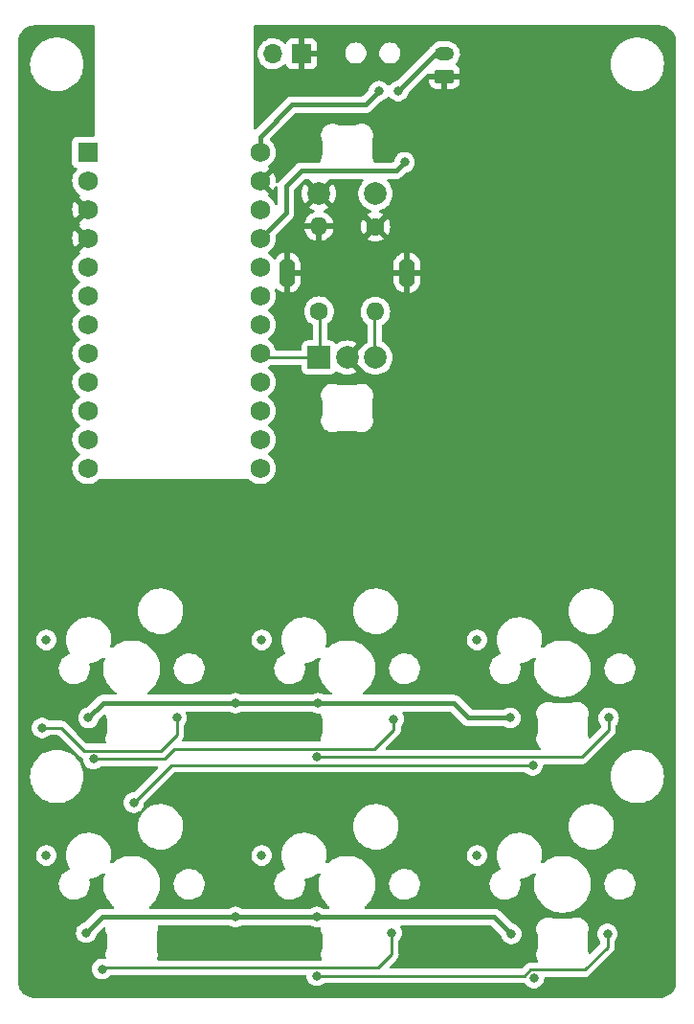
<source format=gtl>
%TF.GenerationSoftware,KiCad,Pcbnew,(6.0.4)*%
%TF.CreationDate,2022-08-26T14:06:06+02:00*%
%TF.ProjectId,Little Big Scroll 6 - PCB,4c697474-6c65-4204-9269-67205363726f,v1.1*%
%TF.SameCoordinates,Original*%
%TF.FileFunction,Copper,L1,Top*%
%TF.FilePolarity,Positive*%
%FSLAX46Y46*%
G04 Gerber Fmt 4.6, Leading zero omitted, Abs format (unit mm)*
G04 Created by KiCad (PCBNEW (6.0.4)) date 2022-08-26 14:06:06*
%MOMM*%
%LPD*%
G01*
G04 APERTURE LIST*
G04 Aperture macros list*
%AMRoundRect*
0 Rectangle with rounded corners*
0 $1 Rounding radius*
0 $2 $3 $4 $5 $6 $7 $8 $9 X,Y pos of 4 corners*
0 Add a 4 corners polygon primitive as box body*
4,1,4,$2,$3,$4,$5,$6,$7,$8,$9,$2,$3,0*
0 Add four circle primitives for the rounded corners*
1,1,$1+$1,$2,$3*
1,1,$1+$1,$4,$5*
1,1,$1+$1,$6,$7*
1,1,$1+$1,$8,$9*
0 Add four rect primitives between the rounded corners*
20,1,$1+$1,$2,$3,$4,$5,0*
20,1,$1+$1,$4,$5,$6,$7,0*
20,1,$1+$1,$6,$7,$8,$9,0*
20,1,$1+$1,$8,$9,$2,$3,0*%
G04 Aperture macros list end*
%TA.AperFunction,ComponentPad*%
%ADD10R,1.752600X1.752600*%
%TD*%
%TA.AperFunction,ComponentPad*%
%ADD11C,1.752600*%
%TD*%
%TA.AperFunction,ComponentPad*%
%ADD12R,2.000000X2.000000*%
%TD*%
%TA.AperFunction,ComponentPad*%
%ADD13C,2.000000*%
%TD*%
%TA.AperFunction,ComponentPad*%
%ADD14O,1.400000X2.600000*%
%TD*%
%TA.AperFunction,ComponentPad*%
%ADD15R,1.700000X1.700000*%
%TD*%
%TA.AperFunction,ComponentPad*%
%ADD16O,1.700000X1.700000*%
%TD*%
%TA.AperFunction,ComponentPad*%
%ADD17RoundRect,0.250000X0.625000X-0.350000X0.625000X0.350000X-0.625000X0.350000X-0.625000X-0.350000X0*%
%TD*%
%TA.AperFunction,ComponentPad*%
%ADD18O,1.750000X1.200000*%
%TD*%
%TA.AperFunction,ComponentPad*%
%ADD19C,1.600000*%
%TD*%
%TA.AperFunction,ComponentPad*%
%ADD20O,1.600000X1.600000*%
%TD*%
%TA.AperFunction,ViaPad*%
%ADD21C,0.800000*%
%TD*%
%TA.AperFunction,Conductor*%
%ADD22C,0.250000*%
%TD*%
%TA.AperFunction,Conductor*%
%ADD23C,0.450000*%
%TD*%
G04 APERTURE END LIST*
D10*
X87340000Y-57510000D03*
D11*
X87340000Y-60050000D03*
X87340000Y-62590000D03*
X87340000Y-65130000D03*
X87340000Y-67670000D03*
X87340000Y-70210000D03*
X87340000Y-72750000D03*
X87340000Y-75290000D03*
X87340000Y-77830000D03*
X87340000Y-80370000D03*
X87340000Y-82910000D03*
X87340000Y-85450000D03*
X102580000Y-85450000D03*
X102580000Y-82910000D03*
X102580000Y-80370000D03*
X102580000Y-77830000D03*
X102580000Y-75290000D03*
X102580000Y-72750000D03*
X102580000Y-70210000D03*
X102580000Y-67670000D03*
X102580000Y-65130000D03*
X102580000Y-62590000D03*
X102580000Y-60050000D03*
X102580000Y-57510000D03*
D12*
X107770000Y-75660000D03*
D13*
X112770000Y-75660000D03*
X110270000Y-75660000D03*
D14*
X104970000Y-68160000D03*
X115570000Y-68160000D03*
D13*
X112770000Y-61160000D03*
X107770000Y-61160000D03*
D15*
X106250000Y-48810000D03*
D16*
X103710000Y-48810000D03*
D17*
X118870000Y-50820000D03*
D18*
X118870000Y-48820000D03*
D19*
X112770000Y-64090000D03*
D20*
X112770000Y-71590000D03*
D19*
X107790000Y-71560000D03*
D20*
X107790000Y-64060000D03*
D21*
X98000000Y-127400000D03*
X118275500Y-108643082D03*
X129400000Y-71500000D03*
X84900000Y-69300000D03*
X116600000Y-98100000D03*
X97500000Y-117100000D03*
X116700000Y-117200000D03*
X135700000Y-98100000D03*
X97500000Y-98100000D03*
X97800000Y-108600000D03*
X135700000Y-117100000D03*
X83500000Y-57800000D03*
X100400000Y-106200000D03*
X107700000Y-106200000D03*
X107600000Y-125100000D03*
X124700000Y-107500000D03*
X87400000Y-107500000D03*
X87200000Y-126500000D03*
X100400000Y-125100000D03*
X115350000Y-58390000D03*
X124800000Y-126600000D03*
X83300000Y-108400000D03*
X95200000Y-107500000D03*
X83660000Y-100620000D03*
X102710000Y-100620000D03*
X121760000Y-100620000D03*
X83660000Y-119670000D03*
X102710000Y-119670000D03*
X121760000Y-119670000D03*
X113100000Y-52100000D03*
X114800000Y-52100000D03*
X114400000Y-107600000D03*
X87830315Y-111124500D03*
X107573179Y-110975500D03*
X133400000Y-107500000D03*
X91400000Y-115000000D03*
X126700000Y-111700000D03*
X133300000Y-126600000D03*
X107600000Y-130300000D03*
X126800000Y-130500000D03*
X88600000Y-129700000D03*
X114200000Y-126500000D03*
D22*
X112680000Y-75570000D02*
X112770000Y-75660000D01*
X112770000Y-71590000D02*
X112680000Y-71680000D01*
X112680000Y-71680000D02*
X112680000Y-75570000D01*
D23*
X100400000Y-125100000D02*
X107600000Y-125100000D01*
X88700000Y-106200000D02*
X100400000Y-106200000D01*
X104850000Y-62860000D02*
X104850000Y-60520000D01*
X123300000Y-125100000D02*
X124800000Y-126600000D01*
X114600000Y-59140000D02*
X115350000Y-58390000D01*
X87400000Y-107500000D02*
X88700000Y-106200000D01*
X124700000Y-107500000D02*
X121000000Y-107500000D01*
X104850000Y-60520000D02*
X106230000Y-59140000D01*
X107700000Y-106200000D02*
X100400000Y-106200000D01*
X119700000Y-106200000D02*
X107700000Y-106200000D01*
X106230000Y-59140000D02*
X114600000Y-59140000D01*
X121000000Y-107500000D02*
X119700000Y-106200000D01*
X102580000Y-65130000D02*
X104850000Y-62860000D01*
X88600000Y-125100000D02*
X87200000Y-126500000D01*
X107600000Y-125100000D02*
X123300000Y-125100000D01*
X100400000Y-125100000D02*
X88600000Y-125100000D01*
D22*
X107790000Y-71560000D02*
X107880000Y-71650000D01*
X107880000Y-71650000D02*
X107880000Y-75550000D01*
X105570000Y-75650000D02*
X102940000Y-75650000D01*
X102940000Y-75650000D02*
X102580000Y-75290000D01*
X107770000Y-75660000D02*
X105580000Y-75660000D01*
X107880000Y-75550000D02*
X107770000Y-75660000D01*
X105580000Y-75660000D02*
X105570000Y-75650000D01*
X95200000Y-107500000D02*
X95200000Y-109000000D01*
X93800000Y-110400000D02*
X87000000Y-110400000D01*
X85000000Y-108400000D02*
X83300000Y-108400000D01*
X95200000Y-109000000D02*
X93800000Y-110400000D01*
X87000000Y-110400000D02*
X85000000Y-108400000D01*
D23*
X111900000Y-53300000D02*
X105400000Y-53300000D01*
X102580000Y-56120000D02*
X102580000Y-57510000D01*
X113100000Y-52100000D02*
X111900000Y-53300000D01*
X105400000Y-53300000D02*
X102580000Y-56120000D01*
X114800000Y-52100000D02*
X118080000Y-48820000D01*
X118080000Y-48820000D02*
X118870000Y-48820000D01*
D22*
X94984705Y-110250999D02*
X94111204Y-111124500D01*
X94111204Y-111124500D02*
X87830315Y-111124500D01*
X114400000Y-107600000D02*
X114400000Y-108530000D01*
X112679001Y-110250999D02*
X94984705Y-110250999D01*
X114400000Y-108530000D02*
X112679001Y-110250999D01*
X133400000Y-108610000D02*
X131034500Y-110975500D01*
X131034500Y-110975500D02*
X107573179Y-110975500D01*
X133400000Y-107500000D02*
X133400000Y-108610000D01*
X94700000Y-111700000D02*
X91400000Y-115000000D01*
X126700000Y-111700000D02*
X94700000Y-111700000D01*
X107600000Y-130300000D02*
X125975400Y-130300000D01*
X131274501Y-129775499D02*
X133300000Y-127750000D01*
X126499901Y-129775499D02*
X131274501Y-129775499D01*
X125975400Y-130300000D02*
X126499901Y-129775499D01*
X133300000Y-127750000D02*
X133300000Y-126600000D01*
X114200000Y-128400000D02*
X114200000Y-126500000D01*
X88724501Y-129575499D02*
X113024501Y-129575499D01*
X88600000Y-129700000D02*
X88724501Y-129575499D01*
X113024501Y-129575499D02*
X114200000Y-128400000D01*
%TA.AperFunction,Conductor*%
G36*
X87918621Y-46308502D02*
G01*
X87965114Y-46362158D01*
X87976500Y-46414500D01*
X87976500Y-55999200D01*
X87956498Y-56067321D01*
X87902842Y-56113814D01*
X87850500Y-56125200D01*
X86415566Y-56125200D01*
X86353384Y-56131955D01*
X86216995Y-56183085D01*
X86100439Y-56270439D01*
X86013085Y-56386995D01*
X85961955Y-56523384D01*
X85955200Y-56585566D01*
X85955200Y-58434434D01*
X85961955Y-58496616D01*
X86013085Y-58633005D01*
X86100439Y-58749561D01*
X86216995Y-58836915D01*
X86225403Y-58840067D01*
X86308226Y-58871116D01*
X86364990Y-58913758D01*
X86389690Y-58980319D01*
X86374483Y-59049668D01*
X86355090Y-59076149D01*
X86315616Y-59117456D01*
X86260120Y-59175530D01*
X86257206Y-59179802D01*
X86257205Y-59179803D01*
X86205153Y-59256109D01*
X86131797Y-59363645D01*
X86035921Y-59570192D01*
X86034539Y-59575174D01*
X86034539Y-59575175D01*
X86025610Y-59607371D01*
X85975067Y-59789625D01*
X85950869Y-60016050D01*
X85951166Y-60021202D01*
X85951166Y-60021206D01*
X85953201Y-60056493D01*
X85963977Y-60243387D01*
X85965112Y-60248424D01*
X85965113Y-60248430D01*
X86008177Y-60439520D01*
X86014039Y-60465531D01*
X86015983Y-60470317D01*
X86015984Y-60470322D01*
X86054827Y-60565979D01*
X86099711Y-60676515D01*
X86218692Y-60870674D01*
X86367786Y-61042793D01*
X86542989Y-61188249D01*
X86547441Y-61190851D01*
X86547446Y-61190854D01*
X86580733Y-61210305D01*
X86629456Y-61261944D01*
X86642527Y-61331727D01*
X86615795Y-61397499D01*
X86592813Y-61419854D01*
X86570890Y-61436314D01*
X86562436Y-61447640D01*
X86569180Y-61459970D01*
X87610115Y-62500905D01*
X87644141Y-62563217D01*
X87639076Y-62634032D01*
X87610115Y-62679095D01*
X86567510Y-63721700D01*
X86560750Y-63734080D01*
X86566031Y-63741134D01*
X86581168Y-63749980D01*
X86629891Y-63801619D01*
X86642961Y-63871402D01*
X86616229Y-63937174D01*
X86593248Y-63959528D01*
X86570889Y-63976315D01*
X86562436Y-63987640D01*
X86569180Y-63999970D01*
X87610115Y-65040905D01*
X87644141Y-65103217D01*
X87639076Y-65174032D01*
X87610115Y-65219095D01*
X86567510Y-66261700D01*
X86560750Y-66274080D01*
X86566031Y-66281134D01*
X86580698Y-66289705D01*
X86629422Y-66341343D01*
X86642493Y-66411126D01*
X86615762Y-66476898D01*
X86592781Y-66499253D01*
X86421579Y-66627795D01*
X86417444Y-66630900D01*
X86260120Y-66795530D01*
X86257206Y-66799802D01*
X86257205Y-66799803D01*
X86235617Y-66831450D01*
X86131797Y-66983645D01*
X86035921Y-67190192D01*
X85975067Y-67409625D01*
X85950869Y-67636050D01*
X85951166Y-67641202D01*
X85951166Y-67641206D01*
X85955983Y-67724740D01*
X85963977Y-67863387D01*
X85965112Y-67868424D01*
X85965113Y-67868430D01*
X85973580Y-67906000D01*
X86014039Y-68085531D01*
X86015983Y-68090317D01*
X86015984Y-68090322D01*
X86097767Y-68291728D01*
X86099711Y-68296515D01*
X86218692Y-68490674D01*
X86367786Y-68662793D01*
X86542989Y-68808249D01*
X86547440Y-68810850D01*
X86547450Y-68810857D01*
X86580266Y-68830033D01*
X86628989Y-68881672D01*
X86642059Y-68951455D01*
X86615326Y-69017227D01*
X86592353Y-69039575D01*
X86417444Y-69170900D01*
X86260120Y-69335530D01*
X86131797Y-69523645D01*
X86035921Y-69730192D01*
X85975067Y-69949625D01*
X85950869Y-70176050D01*
X85951166Y-70181202D01*
X85951166Y-70181206D01*
X85954931Y-70246502D01*
X85963977Y-70403387D01*
X85965112Y-70408424D01*
X85965113Y-70408430D01*
X85975751Y-70455634D01*
X86014039Y-70625531D01*
X86015983Y-70630317D01*
X86015984Y-70630322D01*
X86064666Y-70750211D01*
X86099711Y-70836515D01*
X86218692Y-71030674D01*
X86367786Y-71202793D01*
X86542989Y-71348249D01*
X86547440Y-71350850D01*
X86547450Y-71350857D01*
X86580266Y-71370033D01*
X86628989Y-71421672D01*
X86642059Y-71491455D01*
X86615326Y-71557227D01*
X86592353Y-71579575D01*
X86417444Y-71710900D01*
X86260120Y-71875530D01*
X86257206Y-71879802D01*
X86257205Y-71879803D01*
X86185928Y-71984292D01*
X86131797Y-72063645D01*
X86035921Y-72270192D01*
X85975067Y-72489625D01*
X85950869Y-72716050D01*
X85951166Y-72721202D01*
X85951166Y-72721206D01*
X85953595Y-72763325D01*
X85963977Y-72943387D01*
X86014039Y-73165531D01*
X86015983Y-73170317D01*
X86015984Y-73170322D01*
X86097767Y-73371728D01*
X86099711Y-73376515D01*
X86218692Y-73570674D01*
X86367786Y-73742793D01*
X86542989Y-73888249D01*
X86547440Y-73890850D01*
X86547450Y-73890857D01*
X86580266Y-73910033D01*
X86628989Y-73961672D01*
X86642059Y-74031455D01*
X86615326Y-74097227D01*
X86592353Y-74119575D01*
X86417444Y-74250900D01*
X86373639Y-74296739D01*
X86270658Y-74404503D01*
X86260120Y-74415530D01*
X86257206Y-74419802D01*
X86257205Y-74419803D01*
X86233386Y-74454720D01*
X86131797Y-74603645D01*
X86035921Y-74810192D01*
X85975067Y-75029625D01*
X85950869Y-75256050D01*
X85963977Y-75483387D01*
X86014039Y-75705531D01*
X86015983Y-75710317D01*
X86015984Y-75710322D01*
X86089666Y-75891777D01*
X86099711Y-75916515D01*
X86218692Y-76110674D01*
X86367786Y-76282793D01*
X86542989Y-76428249D01*
X86547440Y-76430850D01*
X86547450Y-76430857D01*
X86580266Y-76450033D01*
X86628989Y-76501672D01*
X86642059Y-76571455D01*
X86615326Y-76637227D01*
X86592353Y-76659575D01*
X86417444Y-76790900D01*
X86413872Y-76794638D01*
X86320726Y-76892110D01*
X86260120Y-76955530D01*
X86257206Y-76959802D01*
X86257205Y-76959803D01*
X86185928Y-77064292D01*
X86131797Y-77143645D01*
X86035921Y-77350192D01*
X85975067Y-77569625D01*
X85950869Y-77796050D01*
X85951166Y-77801202D01*
X85951166Y-77801206D01*
X85955983Y-77884740D01*
X85963977Y-78023387D01*
X85965112Y-78028424D01*
X85965113Y-78028430D01*
X85987051Y-78125776D01*
X86014039Y-78245531D01*
X86015983Y-78250317D01*
X86015984Y-78250322D01*
X86066930Y-78375785D01*
X86099711Y-78456515D01*
X86218692Y-78650674D01*
X86367786Y-78822793D01*
X86542989Y-78968249D01*
X86547440Y-78970850D01*
X86547450Y-78970857D01*
X86580266Y-78990033D01*
X86628989Y-79041672D01*
X86642059Y-79111455D01*
X86615326Y-79177227D01*
X86592353Y-79199575D01*
X86417444Y-79330900D01*
X86413872Y-79334638D01*
X86298933Y-79454915D01*
X86260120Y-79495530D01*
X86257206Y-79499802D01*
X86257205Y-79499803D01*
X86185928Y-79604292D01*
X86131797Y-79683645D01*
X86035921Y-79890192D01*
X85975067Y-80109625D01*
X85950869Y-80336050D01*
X85951166Y-80341202D01*
X85951166Y-80341206D01*
X85955983Y-80424740D01*
X85963977Y-80563387D01*
X86014039Y-80785531D01*
X86015983Y-80790317D01*
X86015984Y-80790322D01*
X86094942Y-80984771D01*
X86099711Y-80996515D01*
X86171196Y-81113167D01*
X86213855Y-81182780D01*
X86218692Y-81190674D01*
X86367786Y-81362793D01*
X86542989Y-81508249D01*
X86547440Y-81510850D01*
X86547450Y-81510857D01*
X86580266Y-81530033D01*
X86628989Y-81581672D01*
X86642059Y-81651455D01*
X86615326Y-81717227D01*
X86592353Y-81739575D01*
X86417444Y-81870900D01*
X86413872Y-81874638D01*
X86294843Y-81999195D01*
X86260120Y-82035530D01*
X86257206Y-82039802D01*
X86257205Y-82039803D01*
X86190407Y-82137726D01*
X86131797Y-82223645D01*
X86035921Y-82430192D01*
X85975067Y-82649625D01*
X85950869Y-82876050D01*
X85951166Y-82881202D01*
X85951166Y-82881206D01*
X85955983Y-82964740D01*
X85963977Y-83103387D01*
X86014039Y-83325531D01*
X86015983Y-83330317D01*
X86015984Y-83330322D01*
X86097767Y-83531728D01*
X86099711Y-83536515D01*
X86218692Y-83730674D01*
X86367786Y-83902793D01*
X86542989Y-84048249D01*
X86547440Y-84050850D01*
X86547450Y-84050857D01*
X86580266Y-84070033D01*
X86628989Y-84121672D01*
X86642059Y-84191455D01*
X86615326Y-84257227D01*
X86592353Y-84279575D01*
X86417444Y-84410900D01*
X86260120Y-84575530D01*
X86257206Y-84579802D01*
X86257205Y-84579803D01*
X86185928Y-84684292D01*
X86131797Y-84763645D01*
X86035921Y-84970192D01*
X85975067Y-85189625D01*
X85950869Y-85416050D01*
X85951166Y-85421202D01*
X85951166Y-85421206D01*
X85955983Y-85504740D01*
X85963977Y-85643387D01*
X86014039Y-85865531D01*
X86015983Y-85870317D01*
X86015984Y-85870322D01*
X86097767Y-86071728D01*
X86099711Y-86076515D01*
X86218692Y-86270674D01*
X86367786Y-86442793D01*
X86542989Y-86588249D01*
X86547441Y-86590851D01*
X86547446Y-86590854D01*
X86641540Y-86645838D01*
X86739597Y-86703138D01*
X86952329Y-86784372D01*
X86957395Y-86785403D01*
X86957396Y-86785403D01*
X87009630Y-86796030D01*
X87175472Y-86829771D01*
X87303288Y-86834458D01*
X87397870Y-86837927D01*
X87397875Y-86837927D01*
X87403034Y-86838116D01*
X87408154Y-86837460D01*
X87408156Y-86837460D01*
X87480344Y-86828212D01*
X87628903Y-86809181D01*
X87633852Y-86807696D01*
X87633858Y-86807695D01*
X87760204Y-86769789D01*
X87847013Y-86743745D01*
X88051507Y-86643564D01*
X88055711Y-86640566D01*
X88055715Y-86640563D01*
X88133683Y-86584949D01*
X88236893Y-86511330D01*
X88353588Y-86395042D01*
X88415960Y-86361126D01*
X88443155Y-86358295D01*
X88443356Y-86358296D01*
X88444335Y-86358336D01*
X88445386Y-86358500D01*
X88476377Y-86358500D01*
X88477147Y-86358502D01*
X88550785Y-86358952D01*
X88550786Y-86358952D01*
X88554721Y-86358976D01*
X88556065Y-86358592D01*
X88557410Y-86358500D01*
X101476377Y-86358500D01*
X101477125Y-86358502D01*
X101477915Y-86358507D01*
X101477967Y-86358507D01*
X101545968Y-86378913D01*
X101572457Y-86402008D01*
X101607786Y-86442793D01*
X101782989Y-86588249D01*
X101787441Y-86590851D01*
X101787446Y-86590854D01*
X101881540Y-86645838D01*
X101979597Y-86703138D01*
X102192329Y-86784372D01*
X102197395Y-86785403D01*
X102197396Y-86785403D01*
X102249630Y-86796030D01*
X102415472Y-86829771D01*
X102543288Y-86834458D01*
X102637870Y-86837927D01*
X102637875Y-86837927D01*
X102643034Y-86838116D01*
X102648154Y-86837460D01*
X102648156Y-86837460D01*
X102720344Y-86828212D01*
X102868903Y-86809181D01*
X102873852Y-86807696D01*
X102873858Y-86807695D01*
X103000204Y-86769789D01*
X103087013Y-86743745D01*
X103291507Y-86643564D01*
X103295711Y-86640566D01*
X103295715Y-86640563D01*
X103373683Y-86584949D01*
X103476893Y-86511330D01*
X103638193Y-86350592D01*
X103771073Y-86165669D01*
X103871967Y-85961526D01*
X103938164Y-85743646D01*
X103950700Y-85648430D01*
X103967450Y-85521201D01*
X103967451Y-85521194D01*
X103967887Y-85517879D01*
X103969546Y-85450000D01*
X103962179Y-85360393D01*
X103951311Y-85228202D01*
X103951310Y-85228196D01*
X103950887Y-85223051D01*
X103895413Y-85002197D01*
X103893354Y-84997461D01*
X103806672Y-84798106D01*
X103806670Y-84798103D01*
X103804612Y-84793369D01*
X103680923Y-84602175D01*
X103527668Y-84433750D01*
X103348963Y-84292618D01*
X103342335Y-84288959D01*
X103341651Y-84288269D01*
X103340131Y-84287259D01*
X103340339Y-84286945D01*
X103292363Y-84238533D01*
X103277585Y-84169091D01*
X103302696Y-84102684D01*
X103330054Y-84076069D01*
X103472689Y-83974329D01*
X103472691Y-83974327D01*
X103476893Y-83971330D01*
X103638193Y-83810592D01*
X103771073Y-83625669D01*
X103871967Y-83421526D01*
X103938164Y-83203646D01*
X103950700Y-83108430D01*
X103967450Y-82981201D01*
X103967451Y-82981194D01*
X103967887Y-82977879D01*
X103969546Y-82910000D01*
X103962179Y-82820393D01*
X103951311Y-82688202D01*
X103951310Y-82688196D01*
X103950887Y-82683051D01*
X103895413Y-82462197D01*
X103893354Y-82457461D01*
X103806672Y-82258106D01*
X103806670Y-82258103D01*
X103804612Y-82253369D01*
X103712074Y-82110327D01*
X103683731Y-82066515D01*
X103683729Y-82066512D01*
X103680923Y-82062175D01*
X103527668Y-81893750D01*
X103348963Y-81752618D01*
X103342335Y-81748959D01*
X103341651Y-81748269D01*
X103340131Y-81747259D01*
X103340339Y-81746945D01*
X103292363Y-81698533D01*
X103277585Y-81629091D01*
X103302696Y-81562684D01*
X103330054Y-81536069D01*
X103472689Y-81434329D01*
X103472691Y-81434327D01*
X103476893Y-81431330D01*
X103638193Y-81270592D01*
X103713348Y-81166002D01*
X107962035Y-81166002D01*
X107963209Y-81350061D01*
X107964284Y-81355697D01*
X107964284Y-81355701D01*
X107993868Y-81510857D01*
X107997683Y-81530867D01*
X108064316Y-81702445D01*
X108067325Y-81707325D01*
X108067327Y-81707330D01*
X108095247Y-81752618D01*
X108160909Y-81859127D01*
X108284268Y-81995734D01*
X108288816Y-81999222D01*
X108288820Y-81999226D01*
X108361217Y-82054754D01*
X108430318Y-82107754D01*
X108594234Y-82191485D01*
X108627495Y-82201419D01*
X108765096Y-82242517D01*
X108765099Y-82242518D01*
X108770598Y-82244160D01*
X108814911Y-82248974D01*
X108947884Y-82263420D01*
X108947887Y-82263420D01*
X108953584Y-82264039D01*
X109033816Y-82258106D01*
X109131429Y-82250888D01*
X109131432Y-82250888D01*
X109137146Y-82250465D01*
X109315218Y-82203887D01*
X109320490Y-82201419D01*
X109440819Y-82145083D01*
X109449602Y-82141370D01*
X109471585Y-82133041D01*
X109471962Y-82134035D01*
X109519135Y-82123500D01*
X111015106Y-82123500D01*
X111034477Y-82124998D01*
X111049510Y-82127337D01*
X111083559Y-82137724D01*
X111224797Y-82203849D01*
X111402862Y-82250425D01*
X111408576Y-82250848D01*
X111408579Y-82250848D01*
X111506736Y-82258106D01*
X111586416Y-82263998D01*
X111592114Y-82263379D01*
X111592116Y-82263379D01*
X111724344Y-82249014D01*
X111769394Y-82244120D01*
X111774893Y-82242478D01*
X111774896Y-82242477D01*
X111873079Y-82213152D01*
X111945752Y-82191447D01*
X112066027Y-82130008D01*
X112104555Y-82110327D01*
X112104557Y-82110326D01*
X112109660Y-82107719D01*
X112255705Y-81995704D01*
X112371203Y-81867802D01*
X112375214Y-81863360D01*
X112379059Y-81859102D01*
X112444705Y-81752618D01*
X112472636Y-81707312D01*
X112472638Y-81707308D01*
X112475647Y-81702427D01*
X112484554Y-81679494D01*
X112529917Y-81562684D01*
X112542278Y-81530855D01*
X112546589Y-81508249D01*
X112575675Y-81355697D01*
X112575675Y-81355693D01*
X112576750Y-81350057D01*
X112577924Y-81166005D01*
X112568547Y-81113167D01*
X112546764Y-80990433D01*
X112546764Y-80990432D01*
X112545761Y-80984782D01*
X112497204Y-80854862D01*
X112494209Y-80845820D01*
X112489028Y-80827938D01*
X112487670Y-80823251D01*
X112486404Y-80820537D01*
X112479726Y-80793778D01*
X112479557Y-80792487D01*
X112478499Y-80776192D01*
X112478499Y-79461545D01*
X112480001Y-79442148D01*
X112483601Y-79419042D01*
X112490073Y-79394326D01*
X112543789Y-79250608D01*
X112543791Y-79250601D01*
X112545798Y-79245231D01*
X112551018Y-79215823D01*
X112576959Y-79069653D01*
X112576959Y-79069650D01*
X112577962Y-79064000D01*
X112576862Y-78891330D01*
X112576826Y-78885684D01*
X112576826Y-78885680D01*
X112576789Y-78879941D01*
X112542316Y-78699135D01*
X112482716Y-78545669D01*
X112477759Y-78532904D01*
X112477757Y-78532900D01*
X112475682Y-78527557D01*
X112379090Y-78370875D01*
X112255731Y-78234268D01*
X112251183Y-78230780D01*
X112251179Y-78230776D01*
X112178782Y-78175248D01*
X112109681Y-78122248D01*
X111945765Y-78038517D01*
X111873272Y-78016865D01*
X111774902Y-77987485D01*
X111774899Y-77987484D01*
X111769400Y-77985842D01*
X111707469Y-77979114D01*
X111592114Y-77966582D01*
X111592111Y-77966582D01*
X111586414Y-77965963D01*
X111529022Y-77970207D01*
X111408567Y-77979114D01*
X111408563Y-77979115D01*
X111402852Y-77979537D01*
X111372467Y-77987485D01*
X111230330Y-78024664D01*
X111230327Y-78024665D01*
X111224780Y-78026116D01*
X111219587Y-78028547D01*
X111219582Y-78028549D01*
X111099162Y-78084927D01*
X111090403Y-78088631D01*
X111068415Y-78096963D01*
X111068414Y-78096964D01*
X111068036Y-78095967D01*
X111020870Y-78106501D01*
X109524888Y-78106501D01*
X109505517Y-78105003D01*
X109490503Y-78102667D01*
X109456451Y-78092279D01*
X109315205Y-78026151D01*
X109309661Y-78024701D01*
X109309656Y-78024699D01*
X109167525Y-77987522D01*
X109137140Y-77979574D01*
X109131426Y-77979151D01*
X109131423Y-77979151D01*
X109030812Y-77971712D01*
X108953585Y-77966001D01*
X108947887Y-77966620D01*
X108947885Y-77966620D01*
X108832878Y-77979114D01*
X108770605Y-77985879D01*
X108765106Y-77987521D01*
X108765103Y-77987522D01*
X108668684Y-78016320D01*
X108594247Y-78038553D01*
X108430338Y-78122281D01*
X108284293Y-78234297D01*
X108160939Y-78370900D01*
X108112645Y-78449237D01*
X108067362Y-78522690D01*
X108067360Y-78522694D01*
X108064351Y-78527575D01*
X107997720Y-78699148D01*
X107963249Y-78879947D01*
X107963212Y-78885686D01*
X107963212Y-78885690D01*
X107963176Y-78891330D01*
X107962076Y-79063999D01*
X107994240Y-79245223D01*
X107996248Y-79250596D01*
X107996249Y-79250599D01*
X108042792Y-79375127D01*
X108045787Y-79384171D01*
X108052331Y-79406755D01*
X108053608Y-79409493D01*
X108060286Y-79436250D01*
X108060438Y-79437413D01*
X108061501Y-79453742D01*
X108061501Y-80768513D01*
X108060003Y-80787883D01*
X108057288Y-80805335D01*
X108056428Y-80810861D01*
X108049952Y-80835600D01*
X108019836Y-80916178D01*
X107994200Y-80984771D01*
X107993197Y-80990421D01*
X107993197Y-80990422D01*
X107966750Y-81139438D01*
X107962035Y-81166002D01*
X103713348Y-81166002D01*
X103771073Y-81085669D01*
X103871967Y-80881526D01*
X103938164Y-80663646D01*
X103950700Y-80568430D01*
X103967450Y-80441201D01*
X103967451Y-80441194D01*
X103967887Y-80437879D01*
X103969546Y-80370000D01*
X103962179Y-80280393D01*
X103951311Y-80148202D01*
X103951310Y-80148196D01*
X103950887Y-80143051D01*
X103895413Y-79922197D01*
X103893354Y-79917461D01*
X103806672Y-79718106D01*
X103806670Y-79718103D01*
X103804612Y-79713369D01*
X103680923Y-79522175D01*
X103527668Y-79353750D01*
X103348963Y-79212618D01*
X103342335Y-79208959D01*
X103341651Y-79208269D01*
X103340131Y-79207259D01*
X103340339Y-79206945D01*
X103292363Y-79158533D01*
X103277585Y-79089091D01*
X103302696Y-79022684D01*
X103330054Y-78996069D01*
X103472689Y-78894329D01*
X103472691Y-78894327D01*
X103476893Y-78891330D01*
X103638193Y-78730592D01*
X103656732Y-78704793D01*
X103768055Y-78549869D01*
X103771073Y-78545669D01*
X103855048Y-78375760D01*
X103869673Y-78346168D01*
X103869674Y-78346166D01*
X103871967Y-78341526D01*
X103938164Y-78123646D01*
X103940421Y-78106501D01*
X103967450Y-77901201D01*
X103967451Y-77901194D01*
X103967887Y-77897879D01*
X103969546Y-77830000D01*
X103962179Y-77740393D01*
X103951311Y-77608202D01*
X103951310Y-77608196D01*
X103950887Y-77603051D01*
X103895413Y-77382197D01*
X103893354Y-77377461D01*
X103806672Y-77178106D01*
X103806670Y-77178103D01*
X103804612Y-77173369D01*
X103699011Y-77010135D01*
X103683731Y-76986515D01*
X103683729Y-76986512D01*
X103680923Y-76982175D01*
X103527668Y-76813750D01*
X103348963Y-76672618D01*
X103342335Y-76668959D01*
X103341651Y-76668269D01*
X103340131Y-76667259D01*
X103340339Y-76666945D01*
X103292363Y-76618533D01*
X103277585Y-76549091D01*
X103302696Y-76482684D01*
X103330054Y-76456069D01*
X103472689Y-76354329D01*
X103472691Y-76354327D01*
X103476893Y-76351330D01*
X103480548Y-76347688D01*
X103480556Y-76347681D01*
X103508084Y-76320249D01*
X103570455Y-76286333D01*
X103597023Y-76283500D01*
X105445107Y-76283500D01*
X105476442Y-76287459D01*
X105499970Y-76293500D01*
X105520224Y-76293500D01*
X105539934Y-76295051D01*
X105559943Y-76298220D01*
X105567835Y-76297474D01*
X105603961Y-76294059D01*
X105615819Y-76293500D01*
X106135500Y-76293500D01*
X106203621Y-76313502D01*
X106250114Y-76367158D01*
X106261500Y-76419500D01*
X106261500Y-76708134D01*
X106268255Y-76770316D01*
X106319385Y-76906705D01*
X106406739Y-77023261D01*
X106523295Y-77110615D01*
X106659684Y-77161745D01*
X106721866Y-77168500D01*
X108818134Y-77168500D01*
X108880316Y-77161745D01*
X109016705Y-77110615D01*
X109133261Y-77023261D01*
X109138643Y-77016080D01*
X109214026Y-76915497D01*
X109270885Y-76872982D01*
X109341704Y-76867956D01*
X109380017Y-76885176D01*
X109380879Y-76883770D01*
X109579042Y-77005205D01*
X109587837Y-77009687D01*
X109797988Y-77096734D01*
X109807373Y-77099783D01*
X110028554Y-77152885D01*
X110038301Y-77154428D01*
X110265070Y-77172275D01*
X110274930Y-77172275D01*
X110501699Y-77154428D01*
X110511446Y-77152885D01*
X110732627Y-77099783D01*
X110742012Y-77096734D01*
X110952163Y-77009687D01*
X110960958Y-77005205D01*
X111128445Y-76902568D01*
X111137907Y-76892110D01*
X111134124Y-76883334D01*
X109999885Y-75749095D01*
X109965859Y-75686783D01*
X109967694Y-75661132D01*
X110634408Y-75661132D01*
X110634539Y-75662965D01*
X110638790Y-75669580D01*
X111490290Y-76521080D01*
X111528648Y-76542026D01*
X111564072Y-76570782D01*
X111653786Y-76675823D01*
X111700031Y-76729969D01*
X111880584Y-76884176D01*
X111884792Y-76886755D01*
X111884798Y-76886759D01*
X112003995Y-76959803D01*
X112083037Y-77008240D01*
X112087607Y-77010133D01*
X112087611Y-77010135D01*
X112297833Y-77097211D01*
X112302406Y-77099105D01*
X112350349Y-77110615D01*
X112528476Y-77153380D01*
X112528482Y-77153381D01*
X112533289Y-77154535D01*
X112770000Y-77173165D01*
X113006711Y-77154535D01*
X113011518Y-77153381D01*
X113011524Y-77153380D01*
X113189651Y-77110615D01*
X113237594Y-77099105D01*
X113242167Y-77097211D01*
X113452389Y-77010135D01*
X113452393Y-77010133D01*
X113456963Y-77008240D01*
X113536005Y-76959803D01*
X113655202Y-76886759D01*
X113655208Y-76886755D01*
X113659416Y-76884176D01*
X113839969Y-76729969D01*
X113994176Y-76549416D01*
X113996755Y-76545208D01*
X113996759Y-76545202D01*
X114115654Y-76351183D01*
X114118240Y-76346963D01*
X114129306Y-76320249D01*
X114207211Y-76132167D01*
X114207212Y-76132165D01*
X114209105Y-76127594D01*
X114228360Y-76047391D01*
X114263380Y-75901524D01*
X114263381Y-75901518D01*
X114264535Y-75896711D01*
X114283165Y-75660000D01*
X114264535Y-75423289D01*
X114209105Y-75192406D01*
X114207211Y-75187833D01*
X114120135Y-74977611D01*
X114120133Y-74977607D01*
X114118240Y-74973037D01*
X114038061Y-74842197D01*
X113996759Y-74774798D01*
X113996755Y-74774792D01*
X113994176Y-74770584D01*
X113855600Y-74608333D01*
X113843177Y-74593787D01*
X113839969Y-74590031D01*
X113659416Y-74435824D01*
X113655208Y-74433245D01*
X113655202Y-74433241D01*
X113461183Y-74314346D01*
X113456963Y-74311760D01*
X113452393Y-74309867D01*
X113452389Y-74309865D01*
X113391282Y-74284554D01*
X113336001Y-74240006D01*
X113313500Y-74168145D01*
X113313500Y-72860603D01*
X113333502Y-72792482D01*
X113386250Y-72746408D01*
X113421762Y-72729849D01*
X113421767Y-72729846D01*
X113426749Y-72727523D01*
X113590073Y-72613162D01*
X113609789Y-72599357D01*
X113609792Y-72599355D01*
X113614300Y-72596198D01*
X113776198Y-72434300D01*
X113797205Y-72404300D01*
X113872014Y-72297461D01*
X113907523Y-72246749D01*
X113909846Y-72241767D01*
X113909849Y-72241762D01*
X114001961Y-72044225D01*
X114001961Y-72044224D01*
X114004284Y-72039243D01*
X114013746Y-72003933D01*
X114062119Y-71823402D01*
X114062119Y-71823400D01*
X114063543Y-71818087D01*
X114083498Y-71590000D01*
X114063543Y-71361913D01*
X114059882Y-71348249D01*
X114005707Y-71146067D01*
X114005706Y-71146065D01*
X114004284Y-71140757D01*
X113950900Y-71026273D01*
X113909849Y-70938238D01*
X113909846Y-70938233D01*
X113907523Y-70933251D01*
X113776198Y-70745700D01*
X113614300Y-70583802D01*
X113609792Y-70580645D01*
X113609789Y-70580643D01*
X113506886Y-70508590D01*
X113426749Y-70452477D01*
X113421767Y-70450154D01*
X113421762Y-70450151D01*
X113224225Y-70358039D01*
X113224224Y-70358039D01*
X113219243Y-70355716D01*
X113213935Y-70354294D01*
X113213933Y-70354293D01*
X113003402Y-70297881D01*
X113003400Y-70297881D01*
X112998087Y-70296457D01*
X112770000Y-70276502D01*
X112541913Y-70296457D01*
X112536600Y-70297881D01*
X112536598Y-70297881D01*
X112326067Y-70354293D01*
X112326065Y-70354294D01*
X112320757Y-70355716D01*
X112315776Y-70358039D01*
X112315775Y-70358039D01*
X112118238Y-70450151D01*
X112118233Y-70450154D01*
X112113251Y-70452477D01*
X112033114Y-70508590D01*
X111930211Y-70580643D01*
X111930208Y-70580645D01*
X111925700Y-70583802D01*
X111763802Y-70745700D01*
X111632477Y-70933251D01*
X111630154Y-70938233D01*
X111630151Y-70938238D01*
X111589100Y-71026273D01*
X111535716Y-71140757D01*
X111534294Y-71146065D01*
X111534293Y-71146067D01*
X111480118Y-71348249D01*
X111476457Y-71361913D01*
X111456502Y-71590000D01*
X111476457Y-71818087D01*
X111477881Y-71823400D01*
X111477881Y-71823402D01*
X111526255Y-72003933D01*
X111535716Y-72039243D01*
X111538039Y-72044224D01*
X111538039Y-72044225D01*
X111630151Y-72241762D01*
X111630154Y-72241767D01*
X111632477Y-72246749D01*
X111667986Y-72297461D01*
X111742796Y-72404300D01*
X111763802Y-72434300D01*
X111925700Y-72596198D01*
X111930208Y-72599355D01*
X111930211Y-72599357D01*
X111992771Y-72643162D01*
X112037099Y-72698619D01*
X112046500Y-72746375D01*
X112046500Y-74263586D01*
X112026498Y-74331707D01*
X111986335Y-74371018D01*
X111884807Y-74433235D01*
X111884799Y-74433241D01*
X111880584Y-74435824D01*
X111700031Y-74590031D01*
X111696823Y-74593787D01*
X111561247Y-74752526D01*
X111515314Y-74786402D01*
X111493332Y-74795878D01*
X110642022Y-75647188D01*
X110634408Y-75661132D01*
X109967694Y-75661132D01*
X109970924Y-75615968D01*
X109999885Y-75570905D01*
X111131080Y-74439710D01*
X111137840Y-74427330D01*
X111132113Y-74419680D01*
X110960958Y-74314795D01*
X110952163Y-74310313D01*
X110742012Y-74223266D01*
X110732627Y-74220217D01*
X110511446Y-74167115D01*
X110501699Y-74165572D01*
X110274930Y-74147725D01*
X110265070Y-74147725D01*
X110038301Y-74165572D01*
X110028554Y-74167115D01*
X109807373Y-74220217D01*
X109797988Y-74223266D01*
X109587837Y-74310313D01*
X109579042Y-74314795D01*
X109380879Y-74436230D01*
X109379604Y-74434149D01*
X109322261Y-74454720D01*
X109253082Y-74438758D01*
X109214026Y-74404503D01*
X109138643Y-74303920D01*
X109138642Y-74303919D01*
X109133261Y-74296739D01*
X109016705Y-74209385D01*
X108880316Y-74158255D01*
X108818134Y-74151500D01*
X108639500Y-74151500D01*
X108571379Y-74131498D01*
X108524886Y-74077842D01*
X108513500Y-74025500D01*
X108513500Y-72716375D01*
X108533502Y-72648254D01*
X108567229Y-72613162D01*
X108629789Y-72569357D01*
X108629792Y-72569355D01*
X108634300Y-72566198D01*
X108796198Y-72404300D01*
X108927523Y-72216749D01*
X108929846Y-72211767D01*
X108929849Y-72211762D01*
X109021961Y-72014225D01*
X109021961Y-72014224D01*
X109024284Y-72009243D01*
X109075505Y-71818087D01*
X109082119Y-71793402D01*
X109082119Y-71793400D01*
X109083543Y-71788087D01*
X109103498Y-71560000D01*
X109083543Y-71331913D01*
X109047898Y-71198886D01*
X109025707Y-71116067D01*
X109025706Y-71116065D01*
X109024284Y-71110757D01*
X108943838Y-70938238D01*
X108929849Y-70908238D01*
X108929846Y-70908233D01*
X108927523Y-70903251D01*
X108820363Y-70750211D01*
X108799357Y-70720211D01*
X108799355Y-70720208D01*
X108796198Y-70715700D01*
X108634300Y-70553802D01*
X108629792Y-70550645D01*
X108629789Y-70550643D01*
X108486271Y-70450151D01*
X108446749Y-70422477D01*
X108441767Y-70420154D01*
X108441762Y-70420151D01*
X108244225Y-70328039D01*
X108244224Y-70328039D01*
X108239243Y-70325716D01*
X108233935Y-70324294D01*
X108233933Y-70324293D01*
X108023402Y-70267881D01*
X108023400Y-70267881D01*
X108018087Y-70266457D01*
X107790000Y-70246502D01*
X107561913Y-70266457D01*
X107556600Y-70267881D01*
X107556598Y-70267881D01*
X107346067Y-70324293D01*
X107346065Y-70324294D01*
X107340757Y-70325716D01*
X107335776Y-70328039D01*
X107335775Y-70328039D01*
X107138238Y-70420151D01*
X107138233Y-70420154D01*
X107133251Y-70422477D01*
X107093729Y-70450151D01*
X106950211Y-70550643D01*
X106950208Y-70550645D01*
X106945700Y-70553802D01*
X106783802Y-70715700D01*
X106780645Y-70720208D01*
X106780643Y-70720211D01*
X106759637Y-70750211D01*
X106652477Y-70903251D01*
X106650154Y-70908233D01*
X106650151Y-70908238D01*
X106636162Y-70938238D01*
X106555716Y-71110757D01*
X106554294Y-71116065D01*
X106554293Y-71116067D01*
X106532102Y-71198886D01*
X106496457Y-71331913D01*
X106476502Y-71560000D01*
X106496457Y-71788087D01*
X106497881Y-71793400D01*
X106497881Y-71793402D01*
X106504496Y-71818087D01*
X106555716Y-72009243D01*
X106558039Y-72014224D01*
X106558039Y-72014225D01*
X106650151Y-72211762D01*
X106650154Y-72211767D01*
X106652477Y-72216749D01*
X106783802Y-72404300D01*
X106945700Y-72566198D01*
X106950208Y-72569355D01*
X106950211Y-72569357D01*
X106982979Y-72592301D01*
X107133251Y-72697523D01*
X107138233Y-72699846D01*
X107138238Y-72699849D01*
X107173750Y-72716408D01*
X107227035Y-72763325D01*
X107246500Y-72830603D01*
X107246500Y-74025500D01*
X107226498Y-74093621D01*
X107172842Y-74140114D01*
X107120500Y-74151500D01*
X106721866Y-74151500D01*
X106659684Y-74158255D01*
X106523295Y-74209385D01*
X106406739Y-74296739D01*
X106319385Y-74413295D01*
X106268255Y-74549684D01*
X106261500Y-74611866D01*
X106261500Y-74900500D01*
X106241498Y-74968621D01*
X106187842Y-75015114D01*
X106135500Y-75026500D01*
X105704893Y-75026500D01*
X105673558Y-75022541D01*
X105672290Y-75022215D01*
X105650030Y-75016500D01*
X105629776Y-75016500D01*
X105610065Y-75014949D01*
X105597886Y-75013020D01*
X105590057Y-75011780D01*
X105554788Y-75015114D01*
X105546039Y-75015941D01*
X105534181Y-75016500D01*
X104037460Y-75016500D01*
X103969339Y-74996498D01*
X103922846Y-74942842D01*
X103915256Y-74921196D01*
X103896671Y-74847205D01*
X103896671Y-74847204D01*
X103895413Y-74842197D01*
X103893354Y-74837461D01*
X103806672Y-74638106D01*
X103806670Y-74638103D01*
X103804612Y-74633369D01*
X103680923Y-74442175D01*
X103527668Y-74273750D01*
X103348963Y-74132618D01*
X103342335Y-74128959D01*
X103341651Y-74128269D01*
X103340131Y-74127259D01*
X103340339Y-74126945D01*
X103292363Y-74078533D01*
X103277585Y-74009091D01*
X103302696Y-73942684D01*
X103330054Y-73916069D01*
X103472689Y-73814329D01*
X103472691Y-73814327D01*
X103476893Y-73811330D01*
X103638193Y-73650592D01*
X103771073Y-73465669D01*
X103871967Y-73261526D01*
X103938164Y-73043646D01*
X103950700Y-72948430D01*
X103967450Y-72821201D01*
X103967451Y-72821194D01*
X103967887Y-72817879D01*
X103968805Y-72780332D01*
X103969464Y-72753365D01*
X103969464Y-72753360D01*
X103969546Y-72750000D01*
X103954694Y-72569357D01*
X103951311Y-72528202D01*
X103951310Y-72528196D01*
X103950887Y-72523051D01*
X103895413Y-72302197D01*
X103893354Y-72297461D01*
X103806672Y-72098106D01*
X103806670Y-72098103D01*
X103804612Y-72093369D01*
X103680923Y-71902175D01*
X103527668Y-71733750D01*
X103348963Y-71592618D01*
X103342335Y-71588959D01*
X103341651Y-71588269D01*
X103340131Y-71587259D01*
X103340339Y-71586945D01*
X103292363Y-71538533D01*
X103277585Y-71469091D01*
X103302696Y-71402684D01*
X103330054Y-71376069D01*
X103472689Y-71274329D01*
X103472691Y-71274327D01*
X103476893Y-71271330D01*
X103638193Y-71110592D01*
X103641655Y-71105775D01*
X103768055Y-70929869D01*
X103771073Y-70925669D01*
X103860020Y-70745700D01*
X103869673Y-70726168D01*
X103869674Y-70726166D01*
X103871967Y-70721526D01*
X103938164Y-70503646D01*
X103948850Y-70422477D01*
X103967450Y-70281201D01*
X103967451Y-70281194D01*
X103967887Y-70277879D01*
X103969546Y-70210000D01*
X103962179Y-70120393D01*
X103951311Y-69988202D01*
X103951310Y-69988196D01*
X103950887Y-69983051D01*
X103909863Y-69819725D01*
X103896672Y-69767208D01*
X103896671Y-69767204D01*
X103895413Y-69762197D01*
X103893357Y-69757467D01*
X103893354Y-69757460D01*
X103877678Y-69721409D01*
X103868858Y-69650962D01*
X103899525Y-69586931D01*
X103959942Y-69549643D01*
X104030927Y-69550939D01*
X104080913Y-69580683D01*
X104202680Y-69698684D01*
X104211362Y-69705714D01*
X104381028Y-69819725D01*
X104390837Y-69825117D01*
X104577999Y-69907275D01*
X104588594Y-69910841D01*
X104698385Y-69937200D01*
X104712470Y-69936495D01*
X104715966Y-69927702D01*
X105224000Y-69927702D01*
X105227973Y-69941233D01*
X105235421Y-69942304D01*
X105422915Y-69884622D01*
X105433260Y-69880401D01*
X105614912Y-69786643D01*
X105624343Y-69780658D01*
X105786520Y-69656215D01*
X105794749Y-69648648D01*
X105932319Y-69497461D01*
X105939082Y-69488550D01*
X106047701Y-69315396D01*
X106052782Y-69305426D01*
X106129024Y-69115768D01*
X106132255Y-69105068D01*
X106173908Y-68903929D01*
X106175111Y-68894793D01*
X106177895Y-68846510D01*
X106178000Y-68842863D01*
X106178000Y-68811911D01*
X114362000Y-68811911D01*
X114362249Y-68817506D01*
X114375787Y-68969188D01*
X114377768Y-68980202D01*
X114431707Y-69177366D01*
X114435601Y-69187839D01*
X114523604Y-69372341D01*
X114529299Y-69381970D01*
X114648577Y-69547963D01*
X114655884Y-69556428D01*
X114802680Y-69698684D01*
X114811362Y-69705714D01*
X114981028Y-69819725D01*
X114990837Y-69825117D01*
X115177999Y-69907275D01*
X115188594Y-69910841D01*
X115298385Y-69937200D01*
X115312470Y-69936495D01*
X115315966Y-69927702D01*
X115824000Y-69927702D01*
X115827973Y-69941233D01*
X115835421Y-69942304D01*
X116022915Y-69884622D01*
X116033260Y-69880401D01*
X116214912Y-69786643D01*
X116224343Y-69780658D01*
X116386520Y-69656215D01*
X116394749Y-69648648D01*
X116532319Y-69497461D01*
X116539082Y-69488550D01*
X116647701Y-69315396D01*
X116652782Y-69305426D01*
X116729024Y-69115768D01*
X116732255Y-69105068D01*
X116773908Y-68903929D01*
X116775111Y-68894793D01*
X116777895Y-68846510D01*
X116778000Y-68842863D01*
X116778000Y-68432115D01*
X116773525Y-68416876D01*
X116772135Y-68415671D01*
X116764452Y-68414000D01*
X115842115Y-68414000D01*
X115826876Y-68418475D01*
X115825671Y-68419865D01*
X115824000Y-68427548D01*
X115824000Y-69927702D01*
X115315966Y-69927702D01*
X115316000Y-69927616D01*
X115316000Y-68432115D01*
X115311525Y-68416876D01*
X115310135Y-68415671D01*
X115302452Y-68414000D01*
X114380115Y-68414000D01*
X114364876Y-68418475D01*
X114363671Y-68419865D01*
X114362000Y-68427548D01*
X114362000Y-68811911D01*
X106178000Y-68811911D01*
X106178000Y-68432115D01*
X106173525Y-68416876D01*
X106172135Y-68415671D01*
X106164452Y-68414000D01*
X105242115Y-68414000D01*
X105226876Y-68418475D01*
X105225671Y-68419865D01*
X105224000Y-68427548D01*
X105224000Y-69927702D01*
X104715966Y-69927702D01*
X104716000Y-69927616D01*
X104716000Y-67887885D01*
X105224000Y-67887885D01*
X105228475Y-67903124D01*
X105229865Y-67904329D01*
X105237548Y-67906000D01*
X106159885Y-67906000D01*
X106175124Y-67901525D01*
X106176329Y-67900135D01*
X106178000Y-67892452D01*
X106178000Y-67887885D01*
X114362000Y-67887885D01*
X114366475Y-67903124D01*
X114367865Y-67904329D01*
X114375548Y-67906000D01*
X115297885Y-67906000D01*
X115313124Y-67901525D01*
X115314329Y-67900135D01*
X115316000Y-67892452D01*
X115316000Y-67887885D01*
X115824000Y-67887885D01*
X115828475Y-67903124D01*
X115829865Y-67904329D01*
X115837548Y-67906000D01*
X116759885Y-67906000D01*
X116775124Y-67901525D01*
X116776329Y-67900135D01*
X116778000Y-67892452D01*
X116778000Y-67508089D01*
X116777751Y-67502494D01*
X116764213Y-67350812D01*
X116762232Y-67339798D01*
X116708293Y-67142634D01*
X116704399Y-67132161D01*
X116616396Y-66947659D01*
X116610701Y-66938030D01*
X116491423Y-66772037D01*
X116484116Y-66763572D01*
X116337320Y-66621316D01*
X116328638Y-66614286D01*
X116158972Y-66500275D01*
X116149163Y-66494883D01*
X115962001Y-66412725D01*
X115951406Y-66409159D01*
X115841615Y-66382800D01*
X115827530Y-66383505D01*
X115824000Y-66392384D01*
X115824000Y-67887885D01*
X115316000Y-67887885D01*
X115316000Y-66392298D01*
X115312027Y-66378767D01*
X115304579Y-66377696D01*
X115117085Y-66435378D01*
X115106740Y-66439599D01*
X114925088Y-66533357D01*
X114915657Y-66539342D01*
X114753480Y-66663785D01*
X114745251Y-66671352D01*
X114607681Y-66822539D01*
X114600918Y-66831450D01*
X114492299Y-67004604D01*
X114487218Y-67014574D01*
X114410976Y-67204232D01*
X114407745Y-67214932D01*
X114366092Y-67416071D01*
X114364889Y-67425207D01*
X114362105Y-67473490D01*
X114362000Y-67477137D01*
X114362000Y-67887885D01*
X106178000Y-67887885D01*
X106178000Y-67508089D01*
X106177751Y-67502494D01*
X106164213Y-67350812D01*
X106162232Y-67339798D01*
X106108293Y-67142634D01*
X106104399Y-67132161D01*
X106016396Y-66947659D01*
X106010701Y-66938030D01*
X105891423Y-66772037D01*
X105884116Y-66763572D01*
X105737320Y-66621316D01*
X105728638Y-66614286D01*
X105558972Y-66500275D01*
X105549163Y-66494883D01*
X105362001Y-66412725D01*
X105351406Y-66409159D01*
X105241615Y-66382800D01*
X105227530Y-66383505D01*
X105224000Y-66392384D01*
X105224000Y-67887885D01*
X104716000Y-67887885D01*
X104716000Y-66392298D01*
X104712027Y-66378767D01*
X104704579Y-66377696D01*
X104517085Y-66435378D01*
X104506740Y-66439599D01*
X104325088Y-66533357D01*
X104315657Y-66539342D01*
X104153480Y-66663785D01*
X104145251Y-66671352D01*
X104007681Y-66822539D01*
X104000917Y-66831450D01*
X103951439Y-66910325D01*
X103898296Y-66957403D01*
X103828137Y-66968275D01*
X103763237Y-66939491D01*
X103738910Y-66911809D01*
X103683731Y-66826515D01*
X103683729Y-66826512D01*
X103680923Y-66822175D01*
X103527668Y-66653750D01*
X103348963Y-66512618D01*
X103342335Y-66508959D01*
X103341651Y-66508269D01*
X103340131Y-66507259D01*
X103340339Y-66506945D01*
X103292363Y-66458533D01*
X103277585Y-66389091D01*
X103302696Y-66322684D01*
X103330054Y-66296069D01*
X103472689Y-66194329D01*
X103472691Y-66194327D01*
X103476893Y-66191330D01*
X103638193Y-66030592D01*
X103771073Y-65845669D01*
X103817614Y-65751502D01*
X103869673Y-65646168D01*
X103869674Y-65646166D01*
X103871967Y-65641526D01*
X103938164Y-65423646D01*
X103950083Y-65333116D01*
X103967450Y-65201201D01*
X103967451Y-65201194D01*
X103967887Y-65197879D01*
X103967969Y-65194527D01*
X103969464Y-65133365D01*
X103969464Y-65133360D01*
X103969546Y-65130000D01*
X103962179Y-65040393D01*
X103951311Y-64908202D01*
X103951310Y-64908196D01*
X103950887Y-64903051D01*
X103949627Y-64898033D01*
X103946886Y-64887119D01*
X103949691Y-64816178D01*
X103979995Y-64767331D01*
X104420804Y-64326522D01*
X106507273Y-64326522D01*
X106554764Y-64503761D01*
X106558510Y-64514053D01*
X106650586Y-64711511D01*
X106656069Y-64721007D01*
X106781028Y-64899467D01*
X106788084Y-64907875D01*
X106942125Y-65061916D01*
X106950533Y-65068972D01*
X107128993Y-65193931D01*
X107138489Y-65199414D01*
X107335947Y-65291490D01*
X107346239Y-65295236D01*
X107518503Y-65341394D01*
X107532599Y-65341058D01*
X107536000Y-65333116D01*
X107536000Y-65327967D01*
X108044000Y-65327967D01*
X108047973Y-65341498D01*
X108056522Y-65342727D01*
X108233761Y-65295236D01*
X108244053Y-65291490D01*
X108441511Y-65199414D01*
X108451007Y-65193931D01*
X108476527Y-65176062D01*
X112048493Y-65176062D01*
X112057789Y-65188077D01*
X112108994Y-65223931D01*
X112118489Y-65229414D01*
X112315947Y-65321490D01*
X112326239Y-65325236D01*
X112536688Y-65381625D01*
X112547481Y-65383528D01*
X112764525Y-65402517D01*
X112775475Y-65402517D01*
X112992519Y-65383528D01*
X113003312Y-65381625D01*
X113213761Y-65325236D01*
X113224053Y-65321490D01*
X113421511Y-65229414D01*
X113431006Y-65223931D01*
X113483048Y-65187491D01*
X113491424Y-65177012D01*
X113484356Y-65163566D01*
X112782812Y-64462022D01*
X112768868Y-64454408D01*
X112767035Y-64454539D01*
X112760420Y-64458790D01*
X112054923Y-65164287D01*
X112048493Y-65176062D01*
X108476527Y-65176062D01*
X108629467Y-65068972D01*
X108637875Y-65061916D01*
X108791916Y-64907875D01*
X108798972Y-64899467D01*
X108923931Y-64721007D01*
X108929414Y-64711511D01*
X109021490Y-64514053D01*
X109025236Y-64503761D01*
X109071394Y-64331497D01*
X109071058Y-64317401D01*
X109063116Y-64314000D01*
X108062115Y-64314000D01*
X108046876Y-64318475D01*
X108045671Y-64319865D01*
X108044000Y-64327548D01*
X108044000Y-65327967D01*
X107536000Y-65327967D01*
X107536000Y-64332115D01*
X107531525Y-64316876D01*
X107530135Y-64315671D01*
X107522452Y-64314000D01*
X106522033Y-64314000D01*
X106508502Y-64317973D01*
X106507273Y-64326522D01*
X104420804Y-64326522D01*
X104651851Y-64095475D01*
X111457483Y-64095475D01*
X111476472Y-64312519D01*
X111478375Y-64323312D01*
X111534764Y-64533761D01*
X111538510Y-64544053D01*
X111630586Y-64741511D01*
X111636069Y-64751006D01*
X111672509Y-64803048D01*
X111682988Y-64811424D01*
X111696434Y-64804356D01*
X112397978Y-64102812D01*
X112404356Y-64091132D01*
X113134408Y-64091132D01*
X113134539Y-64092965D01*
X113138790Y-64099580D01*
X113844287Y-64805077D01*
X113856062Y-64811507D01*
X113868077Y-64802211D01*
X113903931Y-64751006D01*
X113909414Y-64741511D01*
X114001490Y-64544053D01*
X114005236Y-64533761D01*
X114061625Y-64323312D01*
X114063528Y-64312519D01*
X114082517Y-64095475D01*
X114082517Y-64084525D01*
X114063528Y-63867481D01*
X114061625Y-63856688D01*
X114005236Y-63646239D01*
X114001490Y-63635947D01*
X113909414Y-63438489D01*
X113903931Y-63428994D01*
X113867491Y-63376952D01*
X113857012Y-63368576D01*
X113843566Y-63375644D01*
X113142022Y-64077188D01*
X113134408Y-64091132D01*
X112404356Y-64091132D01*
X112405592Y-64088868D01*
X112405461Y-64087035D01*
X112401210Y-64080420D01*
X111695713Y-63374923D01*
X111683938Y-63368493D01*
X111671923Y-63377789D01*
X111636069Y-63428994D01*
X111630586Y-63438489D01*
X111538510Y-63635947D01*
X111534764Y-63646239D01*
X111478375Y-63856688D01*
X111476472Y-63867481D01*
X111457483Y-64084525D01*
X111457483Y-64095475D01*
X104651851Y-64095475D01*
X104958823Y-63788503D01*
X106508606Y-63788503D01*
X106508942Y-63802599D01*
X106516884Y-63806000D01*
X109057967Y-63806000D01*
X109071498Y-63802027D01*
X109072727Y-63793478D01*
X109025236Y-63616239D01*
X109021490Y-63605947D01*
X108929414Y-63408489D01*
X108923931Y-63398993D01*
X108798972Y-63220533D01*
X108791916Y-63212125D01*
X108637875Y-63058084D01*
X108629467Y-63051028D01*
X108451007Y-62926069D01*
X108441511Y-62920586D01*
X108239394Y-62826338D01*
X108186109Y-62779421D01*
X108166648Y-62711144D01*
X108187190Y-62643184D01*
X108244426Y-62595734D01*
X108452163Y-62509687D01*
X108460958Y-62505205D01*
X108628445Y-62402568D01*
X108637907Y-62392110D01*
X108634124Y-62383334D01*
X107782812Y-61532022D01*
X107768868Y-61524408D01*
X107767035Y-61524539D01*
X107760420Y-61528790D01*
X106908920Y-62380290D01*
X106902160Y-62392670D01*
X106907887Y-62400320D01*
X107079042Y-62505205D01*
X107087837Y-62509687D01*
X107297990Y-62596735D01*
X107309077Y-62600337D01*
X107367682Y-62640410D01*
X107395320Y-62705806D01*
X107383213Y-62775763D01*
X107335208Y-62828070D01*
X107323391Y-62834365D01*
X107138489Y-62920586D01*
X107128993Y-62926069D01*
X106950533Y-63051028D01*
X106942125Y-63058084D01*
X106788084Y-63212125D01*
X106781028Y-63220533D01*
X106656069Y-63398993D01*
X106650586Y-63408489D01*
X106558510Y-63605947D01*
X106554764Y-63616239D01*
X106508606Y-63788503D01*
X104958823Y-63788503D01*
X105322581Y-63424745D01*
X105336994Y-63412358D01*
X105353651Y-63400100D01*
X105386625Y-63361287D01*
X105393555Y-63353771D01*
X105398946Y-63348380D01*
X105415959Y-63326876D01*
X105418736Y-63323490D01*
X105459649Y-63275333D01*
X105459653Y-63275328D01*
X105464392Y-63269749D01*
X105467722Y-63263227D01*
X105470842Y-63258549D01*
X105473778Y-63253795D01*
X105478318Y-63248057D01*
X105491108Y-63220693D01*
X105508189Y-63184146D01*
X105510099Y-63180239D01*
X105542176Y-63117418D01*
X105543916Y-63110306D01*
X105545882Y-63105020D01*
X105547640Y-63099735D01*
X105550739Y-63093105D01*
X105565106Y-63024032D01*
X105566076Y-63019748D01*
X105572741Y-62992509D01*
X105582830Y-62951279D01*
X105583500Y-62940480D01*
X105583524Y-62940481D01*
X105583788Y-62936065D01*
X105584078Y-62932816D01*
X105585569Y-62925648D01*
X105583546Y-62850860D01*
X105583500Y-62847454D01*
X105583500Y-61164930D01*
X106257725Y-61164930D01*
X106275572Y-61391699D01*
X106277115Y-61401446D01*
X106330217Y-61622627D01*
X106333266Y-61632012D01*
X106420313Y-61842163D01*
X106424795Y-61850958D01*
X106527432Y-62018445D01*
X106537890Y-62027907D01*
X106546666Y-62024124D01*
X107397978Y-61172812D01*
X107404356Y-61161132D01*
X108134408Y-61161132D01*
X108134539Y-61162965D01*
X108138790Y-61169580D01*
X108990290Y-62021080D01*
X109002670Y-62027840D01*
X109010320Y-62022113D01*
X109115205Y-61850958D01*
X109119687Y-61842163D01*
X109206734Y-61632012D01*
X109209783Y-61622627D01*
X109262885Y-61401446D01*
X109264428Y-61391699D01*
X109282275Y-61164930D01*
X109282275Y-61155070D01*
X109264428Y-60928301D01*
X109262885Y-60918554D01*
X109209783Y-60697373D01*
X109206734Y-60687988D01*
X109119687Y-60477837D01*
X109115205Y-60469042D01*
X109012568Y-60301555D01*
X109002110Y-60292093D01*
X108993334Y-60295876D01*
X108142022Y-61147188D01*
X108134408Y-61161132D01*
X107404356Y-61161132D01*
X107405592Y-61158868D01*
X107405461Y-61157035D01*
X107401210Y-61150420D01*
X106549710Y-60298920D01*
X106537330Y-60292160D01*
X106529680Y-60297887D01*
X106424795Y-60469042D01*
X106420313Y-60477837D01*
X106333266Y-60687988D01*
X106330217Y-60697373D01*
X106277115Y-60918554D01*
X106275572Y-60928301D01*
X106257725Y-61155070D01*
X106257725Y-61164930D01*
X105583500Y-61164930D01*
X105583500Y-60876016D01*
X105603502Y-60807895D01*
X105620405Y-60786921D01*
X106496921Y-59910405D01*
X106559233Y-59876379D01*
X106586016Y-59873500D01*
X106795754Y-59873500D01*
X106863875Y-59893502D01*
X106890112Y-59924445D01*
X106892267Y-59922481D01*
X106898188Y-59928978D01*
X107757188Y-60787978D01*
X107771132Y-60795592D01*
X107772965Y-60795461D01*
X107779580Y-60791210D01*
X108631081Y-59939709D01*
X108631406Y-59939114D01*
X108681608Y-59888912D01*
X108741993Y-59873500D01*
X111612920Y-59873500D01*
X111681041Y-59893502D01*
X111727534Y-59947158D01*
X111737638Y-60017432D01*
X111708144Y-60082012D01*
X111703190Y-60087333D01*
X111700031Y-60090031D01*
X111545824Y-60270584D01*
X111543245Y-60274792D01*
X111543241Y-60274798D01*
X111448917Y-60428721D01*
X111421760Y-60473037D01*
X111419867Y-60477607D01*
X111419865Y-60477611D01*
X111397824Y-60530823D01*
X111330895Y-60692406D01*
X111329740Y-60697218D01*
X111287160Y-60874577D01*
X111275465Y-60923289D01*
X111256835Y-61160000D01*
X111275465Y-61396711D01*
X111276619Y-61401518D01*
X111276620Y-61401524D01*
X111285405Y-61438116D01*
X111330895Y-61627594D01*
X111332788Y-61632165D01*
X111332789Y-61632167D01*
X111419772Y-61842163D01*
X111421760Y-61846963D01*
X111424346Y-61851183D01*
X111543241Y-62045202D01*
X111543245Y-62045208D01*
X111545824Y-62049416D01*
X111700031Y-62229969D01*
X111880584Y-62384176D01*
X111884792Y-62386755D01*
X111884798Y-62386759D01*
X112071067Y-62500905D01*
X112083037Y-62508240D01*
X112087607Y-62510133D01*
X112087611Y-62510135D01*
X112296684Y-62596735D01*
X112302406Y-62599105D01*
X112317847Y-62602812D01*
X112335795Y-62607121D01*
X112397364Y-62642473D01*
X112430047Y-62705500D01*
X112423466Y-62776191D01*
X112379712Y-62832102D01*
X112338992Y-62851347D01*
X112326239Y-62854764D01*
X112315947Y-62858510D01*
X112118489Y-62950586D01*
X112108994Y-62956069D01*
X112056952Y-62992509D01*
X112048576Y-63002988D01*
X112055644Y-63016434D01*
X112757188Y-63717978D01*
X112771132Y-63725592D01*
X112772965Y-63725461D01*
X112779580Y-63721210D01*
X113485077Y-63015713D01*
X113491507Y-63003938D01*
X113482211Y-62991923D01*
X113431006Y-62956069D01*
X113421511Y-62950586D01*
X113224053Y-62858510D01*
X113213761Y-62854764D01*
X113201008Y-62851347D01*
X113140385Y-62814395D01*
X113109364Y-62750534D01*
X113117792Y-62680040D01*
X113162995Y-62625293D01*
X113204205Y-62607121D01*
X113222153Y-62602812D01*
X113237594Y-62599105D01*
X113243316Y-62596735D01*
X113452389Y-62510135D01*
X113452393Y-62510133D01*
X113456963Y-62508240D01*
X113468933Y-62500905D01*
X113655202Y-62386759D01*
X113655208Y-62386755D01*
X113659416Y-62384176D01*
X113839969Y-62229969D01*
X113994176Y-62049416D01*
X113996755Y-62045208D01*
X113996759Y-62045202D01*
X114115654Y-61851183D01*
X114118240Y-61846963D01*
X114120229Y-61842163D01*
X114207211Y-61632167D01*
X114207212Y-61632165D01*
X114209105Y-61627594D01*
X114254595Y-61438116D01*
X114263380Y-61401524D01*
X114263381Y-61401518D01*
X114264535Y-61396711D01*
X114283165Y-61160000D01*
X114264535Y-60923289D01*
X114252841Y-60874577D01*
X114210260Y-60697218D01*
X114209105Y-60692406D01*
X114142176Y-60530823D01*
X114120135Y-60477611D01*
X114120133Y-60477607D01*
X114118240Y-60473037D01*
X114091083Y-60428721D01*
X113996759Y-60274798D01*
X113996755Y-60274792D01*
X113994176Y-60270584D01*
X113839969Y-60090031D01*
X113837720Y-60088111D01*
X113803959Y-60026283D01*
X113809024Y-59955468D01*
X113851571Y-59898632D01*
X113918091Y-59873821D01*
X113927080Y-59873500D01*
X114534834Y-59873500D01*
X114553784Y-59874933D01*
X114566993Y-59876943D01*
X114566997Y-59876943D01*
X114574227Y-59878043D01*
X114581519Y-59877450D01*
X114581522Y-59877450D01*
X114624979Y-59873915D01*
X114635194Y-59873500D01*
X114642826Y-59873500D01*
X114646445Y-59873078D01*
X114646464Y-59873077D01*
X114670069Y-59870325D01*
X114674435Y-59869893D01*
X114701754Y-59867671D01*
X114737404Y-59864771D01*
X114737406Y-59864771D01*
X114744704Y-59864177D01*
X114751673Y-59861919D01*
X114757193Y-59860816D01*
X114762618Y-59859534D01*
X114769890Y-59858686D01*
X114836210Y-59834613D01*
X114840356Y-59833190D01*
X114900458Y-59813720D01*
X114900462Y-59813718D01*
X114907420Y-59811464D01*
X114913672Y-59807670D01*
X114918788Y-59805328D01*
X114923789Y-59802824D01*
X114930667Y-59800327D01*
X114936784Y-59796317D01*
X114936789Y-59796314D01*
X114989654Y-59761653D01*
X114993376Y-59759305D01*
X115048848Y-59725644D01*
X115048849Y-59725643D01*
X115053645Y-59722733D01*
X115061755Y-59715571D01*
X115061770Y-59715588D01*
X115065079Y-59712655D01*
X115067587Y-59710558D01*
X115073706Y-59706546D01*
X115125150Y-59652241D01*
X115127527Y-59649799D01*
X115461433Y-59315893D01*
X115524330Y-59281741D01*
X115632288Y-59258794D01*
X115638319Y-59256109D01*
X115800722Y-59183803D01*
X115800724Y-59183802D01*
X115806752Y-59181118D01*
X115961253Y-59068866D01*
X116089040Y-58926944D01*
X116179995Y-58769406D01*
X116181223Y-58767279D01*
X116181224Y-58767278D01*
X116184527Y-58761556D01*
X116243542Y-58579928D01*
X116262073Y-58403620D01*
X116262814Y-58396565D01*
X116263504Y-58390000D01*
X116248962Y-58251636D01*
X116244232Y-58206635D01*
X116244232Y-58206633D01*
X116243542Y-58200072D01*
X116184527Y-58018444D01*
X116089040Y-57853056D01*
X116028935Y-57786302D01*
X115965675Y-57716045D01*
X115965674Y-57716044D01*
X115961253Y-57711134D01*
X115806752Y-57598882D01*
X115800724Y-57596198D01*
X115800722Y-57596197D01*
X115638319Y-57523891D01*
X115638318Y-57523891D01*
X115632288Y-57521206D01*
X115538887Y-57501353D01*
X115451944Y-57482872D01*
X115451939Y-57482872D01*
X115445487Y-57481500D01*
X115254513Y-57481500D01*
X115248061Y-57482872D01*
X115248056Y-57482872D01*
X115161113Y-57501353D01*
X115067712Y-57521206D01*
X115061682Y-57523891D01*
X115061681Y-57523891D01*
X114899278Y-57596197D01*
X114899276Y-57596198D01*
X114893248Y-57598882D01*
X114738747Y-57711134D01*
X114734326Y-57716044D01*
X114734325Y-57716045D01*
X114671066Y-57786302D01*
X114610960Y-57853056D01*
X114515473Y-58018444D01*
X114456458Y-58200072D01*
X114455768Y-58206635D01*
X114455766Y-58206645D01*
X114455701Y-58207265D01*
X114455563Y-58207600D01*
X114454394Y-58213100D01*
X114453388Y-58212886D01*
X114428687Y-58272921D01*
X114419488Y-58283186D01*
X114333080Y-58369595D01*
X114270768Y-58403620D01*
X114243984Y-58406500D01*
X112703228Y-58406500D01*
X112635107Y-58386498D01*
X112588614Y-58332842D01*
X112577231Y-58279697D01*
X112577657Y-58212886D01*
X112577924Y-58171005D01*
X112568547Y-58118167D01*
X112546764Y-57995433D01*
X112546764Y-57995432D01*
X112545761Y-57989782D01*
X112497204Y-57859862D01*
X112494209Y-57850820D01*
X112489028Y-57832938D01*
X112487670Y-57828251D01*
X112486404Y-57825537D01*
X112479726Y-57798778D01*
X112479557Y-57797487D01*
X112478499Y-57781192D01*
X112478499Y-56466545D01*
X112480001Y-56447148D01*
X112483601Y-56424042D01*
X112490073Y-56399326D01*
X112543789Y-56255608D01*
X112543791Y-56255601D01*
X112545798Y-56250231D01*
X112566941Y-56131102D01*
X112576959Y-56074653D01*
X112576959Y-56074650D01*
X112577962Y-56069000D01*
X112576789Y-55884941D01*
X112542316Y-55704135D01*
X112475682Y-55532557D01*
X112379090Y-55375875D01*
X112255731Y-55239268D01*
X112251183Y-55235780D01*
X112251179Y-55235776D01*
X112178782Y-55180248D01*
X112109681Y-55127248D01*
X111945765Y-55043517D01*
X111873272Y-55021865D01*
X111774902Y-54992485D01*
X111774899Y-54992484D01*
X111769400Y-54990842D01*
X111707469Y-54984114D01*
X111592114Y-54971582D01*
X111592111Y-54971582D01*
X111586414Y-54970963D01*
X111529022Y-54975207D01*
X111408567Y-54984114D01*
X111408563Y-54984115D01*
X111402852Y-54984537D01*
X111372467Y-54992485D01*
X111230330Y-55029664D01*
X111230327Y-55029665D01*
X111224780Y-55031116D01*
X111219587Y-55033547D01*
X111219582Y-55033549D01*
X111099162Y-55089927D01*
X111090403Y-55093631D01*
X111068415Y-55101963D01*
X111068414Y-55101964D01*
X111068036Y-55100967D01*
X111020870Y-55111501D01*
X109524888Y-55111501D01*
X109505517Y-55110003D01*
X109490503Y-55107667D01*
X109456451Y-55097279D01*
X109315205Y-55031151D01*
X109309661Y-55029701D01*
X109309656Y-55029699D01*
X109167525Y-54992522D01*
X109137140Y-54984574D01*
X109131426Y-54984151D01*
X109131423Y-54984151D01*
X109030812Y-54976712D01*
X108953585Y-54971001D01*
X108947887Y-54971620D01*
X108947885Y-54971620D01*
X108832878Y-54984114D01*
X108770605Y-54990879D01*
X108765106Y-54992521D01*
X108765103Y-54992522D01*
X108668684Y-55021320D01*
X108594247Y-55043553D01*
X108430338Y-55127281D01*
X108284293Y-55239297D01*
X108160939Y-55375900D01*
X108121118Y-55440494D01*
X108067362Y-55527690D01*
X108067360Y-55527694D01*
X108064351Y-55532575D01*
X107997720Y-55704148D01*
X107963249Y-55884947D01*
X107962076Y-56068999D01*
X107994240Y-56250223D01*
X107996248Y-56255596D01*
X107996249Y-56255599D01*
X108042792Y-56380127D01*
X108045787Y-56389171D01*
X108052331Y-56411755D01*
X108053608Y-56414493D01*
X108060286Y-56441250D01*
X108060438Y-56442413D01*
X108061501Y-56458742D01*
X108061501Y-57773513D01*
X108060003Y-57792883D01*
X108058329Y-57803646D01*
X108056428Y-57815861D01*
X108049952Y-57840600D01*
X108043160Y-57858774D01*
X107994200Y-57989771D01*
X107993197Y-57995421D01*
X107993197Y-57995422D01*
X107966750Y-58144438D01*
X107962035Y-58171002D01*
X107962422Y-58231660D01*
X107962728Y-58279697D01*
X107943161Y-58347944D01*
X107889803Y-58394778D01*
X107836731Y-58406500D01*
X106295174Y-58406500D01*
X106276223Y-58405067D01*
X106263007Y-58403056D01*
X106263004Y-58403056D01*
X106255774Y-58401956D01*
X106248483Y-58402549D01*
X106248480Y-58402549D01*
X106205013Y-58406085D01*
X106194798Y-58406500D01*
X106187174Y-58406500D01*
X106159934Y-58409676D01*
X106155614Y-58410103D01*
X106127609Y-58412381D01*
X106092593Y-58415229D01*
X106092589Y-58415230D01*
X106085296Y-58415823D01*
X106078332Y-58418079D01*
X106072817Y-58419181D01*
X106067378Y-58420467D01*
X106060110Y-58421314D01*
X106053232Y-58423811D01*
X106053226Y-58423812D01*
X105993803Y-58445382D01*
X105989700Y-58446792D01*
X105922580Y-58468535D01*
X105916317Y-58472335D01*
X105911201Y-58474678D01*
X105906212Y-58477176D01*
X105899333Y-58479673D01*
X105893212Y-58483686D01*
X105893210Y-58483687D01*
X105840357Y-58518339D01*
X105836638Y-58520685D01*
X105776355Y-58557267D01*
X105768245Y-58564429D01*
X105768230Y-58564412D01*
X105764921Y-58567345D01*
X105762413Y-58569442D01*
X105756294Y-58573454D01*
X105751261Y-58578767D01*
X105704851Y-58627758D01*
X105702474Y-58630200D01*
X104377423Y-59955252D01*
X104363011Y-59967639D01*
X104346349Y-59979900D01*
X104341606Y-59985483D01*
X104313369Y-60018720D01*
X104306439Y-60026236D01*
X104301055Y-60031620D01*
X104298792Y-60034481D01*
X104298787Y-60034486D01*
X104284068Y-60053091D01*
X104281279Y-60056493D01*
X104240347Y-60104672D01*
X104240344Y-60104676D01*
X104235608Y-60110251D01*
X104232279Y-60116772D01*
X104229158Y-60121451D01*
X104226221Y-60126206D01*
X104221682Y-60131943D01*
X104218586Y-60138567D01*
X104218583Y-60138572D01*
X104207805Y-60161633D01*
X104160841Y-60214877D01*
X104092546Y-60234278D01*
X104024605Y-60213676D01*
X103978586Y-60159613D01*
X103967695Y-60105205D01*
X103968962Y-60053365D01*
X103968768Y-60046646D01*
X103950816Y-59828294D01*
X103949131Y-59818114D01*
X103896196Y-59607371D01*
X103892876Y-59597620D01*
X103806229Y-59398343D01*
X103801362Y-59389268D01*
X103732083Y-59282178D01*
X103721398Y-59272975D01*
X103711831Y-59277379D01*
X102952022Y-60037188D01*
X102944408Y-60051132D01*
X102944539Y-60052965D01*
X102948790Y-60059580D01*
X103709320Y-60820110D01*
X103721330Y-60826669D01*
X103733069Y-60817701D01*
X103767625Y-60769611D01*
X103772936Y-60760772D01*
X103869208Y-60565979D01*
X103873348Y-60555522D01*
X103917022Y-60499548D01*
X103984025Y-60476071D01*
X104053084Y-60492547D01*
X104102272Y-60543742D01*
X104116500Y-60601905D01*
X104116500Y-62044893D01*
X104096498Y-62113014D01*
X104042842Y-62159507D01*
X103972568Y-62169611D01*
X103907988Y-62140117D01*
X103874950Y-62095135D01*
X103806672Y-61938106D01*
X103806670Y-61938103D01*
X103804612Y-61933369D01*
X103680923Y-61742175D01*
X103527668Y-61573750D01*
X103348963Y-61432618D01*
X103341849Y-61428691D01*
X103341006Y-61427840D01*
X103340131Y-61427259D01*
X103340251Y-61427078D01*
X103291876Y-61378261D01*
X103277100Y-61308819D01*
X103302214Y-61242413D01*
X103329568Y-61215802D01*
X103348103Y-61202581D01*
X103356504Y-61191881D01*
X103349515Y-61178725D01*
X102309885Y-60139095D01*
X102275859Y-60076783D01*
X102280924Y-60005968D01*
X102309885Y-59960905D01*
X103352115Y-58918675D01*
X103359136Y-58905819D01*
X103351607Y-58895486D01*
X103344161Y-58890539D01*
X103341880Y-58889280D01*
X103341137Y-58888530D01*
X103339853Y-58887677D01*
X103340029Y-58887412D01*
X103291908Y-58838849D01*
X103277134Y-58769406D01*
X103302249Y-58703000D01*
X103329602Y-58676391D01*
X103394360Y-58630200D01*
X103476893Y-58571330D01*
X103638193Y-58410592D01*
X103643973Y-58402549D01*
X103768055Y-58229869D01*
X103771073Y-58225669D01*
X103780004Y-58207600D01*
X103869673Y-58026168D01*
X103869674Y-58026166D01*
X103871967Y-58021526D01*
X103929264Y-57832938D01*
X103936662Y-57808590D01*
X103936662Y-57808589D01*
X103938164Y-57803646D01*
X103940040Y-57789398D01*
X103967450Y-57581201D01*
X103967451Y-57581194D01*
X103967887Y-57577879D01*
X103967969Y-57574527D01*
X103969464Y-57513365D01*
X103969464Y-57513360D01*
X103969546Y-57510000D01*
X103962179Y-57420393D01*
X103951311Y-57288202D01*
X103951310Y-57288196D01*
X103950887Y-57283051D01*
X103895413Y-57062197D01*
X103804612Y-56853369D01*
X103680923Y-56662175D01*
X103527668Y-56493750D01*
X103523280Y-56490285D01*
X103480112Y-56456192D01*
X103439050Y-56398275D01*
X103435818Y-56327352D01*
X103469110Y-56268216D01*
X105666920Y-54070405D01*
X105729232Y-54036380D01*
X105756015Y-54033500D01*
X111834834Y-54033500D01*
X111853784Y-54034933D01*
X111866993Y-54036943D01*
X111866997Y-54036943D01*
X111874227Y-54038043D01*
X111881519Y-54037450D01*
X111881522Y-54037450D01*
X111924979Y-54033915D01*
X111935194Y-54033500D01*
X111942826Y-54033500D01*
X111946445Y-54033078D01*
X111946464Y-54033077D01*
X111970069Y-54030325D01*
X111974435Y-54029893D01*
X112001754Y-54027671D01*
X112037404Y-54024771D01*
X112037406Y-54024771D01*
X112044704Y-54024177D01*
X112051673Y-54021919D01*
X112057193Y-54020816D01*
X112062618Y-54019534D01*
X112069890Y-54018686D01*
X112136210Y-53994613D01*
X112140356Y-53993190D01*
X112200458Y-53973720D01*
X112200462Y-53973718D01*
X112207420Y-53971464D01*
X112213672Y-53967670D01*
X112218788Y-53965328D01*
X112223789Y-53962824D01*
X112230667Y-53960327D01*
X112236784Y-53956317D01*
X112236789Y-53956314D01*
X112289654Y-53921653D01*
X112293376Y-53919305D01*
X112348848Y-53885644D01*
X112348849Y-53885643D01*
X112353645Y-53882733D01*
X112361755Y-53875571D01*
X112361770Y-53875588D01*
X112365079Y-53872655D01*
X112367587Y-53870558D01*
X112373706Y-53866546D01*
X112425132Y-53812260D01*
X112427507Y-53809819D01*
X113211432Y-53025893D01*
X113274331Y-52991741D01*
X113382288Y-52968794D01*
X113388319Y-52966109D01*
X113550722Y-52893803D01*
X113550724Y-52893802D01*
X113556752Y-52891118D01*
X113711253Y-52778866D01*
X113839040Y-52636944D01*
X113842341Y-52631226D01*
X113846224Y-52625882D01*
X113847878Y-52627084D01*
X113892259Y-52584764D01*
X113961972Y-52571325D01*
X114027884Y-52597709D01*
X114052868Y-52626542D01*
X114053776Y-52625882D01*
X114057659Y-52631226D01*
X114060960Y-52636944D01*
X114188747Y-52778866D01*
X114343248Y-52891118D01*
X114349276Y-52893802D01*
X114349278Y-52893803D01*
X114511681Y-52966109D01*
X114517712Y-52968794D01*
X114611112Y-52988647D01*
X114698056Y-53007128D01*
X114698061Y-53007128D01*
X114704513Y-53008500D01*
X114895487Y-53008500D01*
X114901939Y-53007128D01*
X114901944Y-53007128D01*
X114988888Y-52988647D01*
X115082288Y-52968794D01*
X115088319Y-52966109D01*
X115250722Y-52893803D01*
X115250724Y-52893802D01*
X115256752Y-52891118D01*
X115411253Y-52778866D01*
X115539040Y-52636944D01*
X115634527Y-52471556D01*
X115693542Y-52289928D01*
X115694297Y-52282745D01*
X115694433Y-52282414D01*
X115695605Y-52276900D01*
X115696613Y-52277114D01*
X115721305Y-52217088D01*
X115730512Y-52206814D01*
X116720231Y-51217095D01*
X117487001Y-51217095D01*
X117487338Y-51223614D01*
X117497257Y-51319206D01*
X117500149Y-51332600D01*
X117551588Y-51486784D01*
X117557761Y-51499962D01*
X117643063Y-51637807D01*
X117652099Y-51649208D01*
X117766829Y-51763739D01*
X117778240Y-51772751D01*
X117916243Y-51857816D01*
X117929424Y-51863963D01*
X118083710Y-51915138D01*
X118097086Y-51918005D01*
X118191438Y-51927672D01*
X118197854Y-51928000D01*
X118597885Y-51928000D01*
X118613124Y-51923525D01*
X118614329Y-51922135D01*
X118616000Y-51914452D01*
X118616000Y-51909884D01*
X119124000Y-51909884D01*
X119128475Y-51925123D01*
X119129865Y-51926328D01*
X119137548Y-51927999D01*
X119542095Y-51927999D01*
X119548614Y-51927662D01*
X119644206Y-51917743D01*
X119657600Y-51914851D01*
X119811784Y-51863412D01*
X119824962Y-51857239D01*
X119962807Y-51771937D01*
X119974208Y-51762901D01*
X120088739Y-51648171D01*
X120097751Y-51636760D01*
X120182816Y-51498757D01*
X120188963Y-51485576D01*
X120240138Y-51331290D01*
X120243005Y-51317914D01*
X120252672Y-51223562D01*
X120253000Y-51217146D01*
X120253000Y-51092115D01*
X120248525Y-51076876D01*
X120247135Y-51075671D01*
X120239452Y-51074000D01*
X119142115Y-51074000D01*
X119126876Y-51078475D01*
X119125671Y-51079865D01*
X119124000Y-51087548D01*
X119124000Y-51909884D01*
X118616000Y-51909884D01*
X118616000Y-51092115D01*
X118611525Y-51076876D01*
X118610135Y-51075671D01*
X118602452Y-51074000D01*
X117505116Y-51074000D01*
X117489877Y-51078475D01*
X117488672Y-51079865D01*
X117487001Y-51087548D01*
X117487001Y-51217095D01*
X116720231Y-51217095D01*
X117345763Y-50591563D01*
X117408075Y-50557537D01*
X117461639Y-50557537D01*
X117500546Y-50566000D01*
X120234884Y-50566000D01*
X120250123Y-50561525D01*
X120251328Y-50560135D01*
X120252999Y-50552452D01*
X120252999Y-50422905D01*
X120252662Y-50416386D01*
X120242743Y-50320794D01*
X120239851Y-50307400D01*
X120188412Y-50153216D01*
X120182239Y-50140038D01*
X120096937Y-50002193D01*
X120087901Y-49990792D01*
X119973171Y-49876261D01*
X119961760Y-49867249D01*
X119916345Y-49839255D01*
X119868852Y-49786483D01*
X119859643Y-49730000D01*
X133576439Y-49730000D01*
X133576709Y-49734119D01*
X133595167Y-50015724D01*
X133596660Y-50038507D01*
X133656975Y-50341735D01*
X133658300Y-50345639D01*
X133658301Y-50345642D01*
X133728504Y-50552452D01*
X133756354Y-50634496D01*
X133758177Y-50638192D01*
X133758180Y-50638200D01*
X133868721Y-50862352D01*
X133893096Y-50911780D01*
X133895390Y-50915213D01*
X133895391Y-50915215D01*
X134013592Y-51092115D01*
X134064861Y-51168845D01*
X134067575Y-51171939D01*
X134067579Y-51171945D01*
X134208470Y-51332600D01*
X134268710Y-51401290D01*
X134271799Y-51403999D01*
X134498055Y-51602421D01*
X134498061Y-51602425D01*
X134501155Y-51605139D01*
X134504581Y-51607428D01*
X134504586Y-51607432D01*
X134754785Y-51774609D01*
X134758220Y-51776904D01*
X134761923Y-51778730D01*
X135031800Y-51911820D01*
X135031808Y-51911823D01*
X135035504Y-51913646D01*
X135039419Y-51914975D01*
X135324358Y-52011699D01*
X135324361Y-52011700D01*
X135328265Y-52013025D01*
X135554961Y-52058117D01*
X135627450Y-52072536D01*
X135627453Y-52072536D01*
X135631493Y-52073340D01*
X135635604Y-52073609D01*
X135635608Y-52073610D01*
X135860737Y-52088366D01*
X135860746Y-52088366D01*
X135862786Y-52088500D01*
X136017214Y-52088500D01*
X136019254Y-52088366D01*
X136019263Y-52088366D01*
X136244392Y-52073610D01*
X136244396Y-52073609D01*
X136248507Y-52073340D01*
X136252547Y-52072536D01*
X136252550Y-52072536D01*
X136325039Y-52058117D01*
X136551735Y-52013025D01*
X136555639Y-52011700D01*
X136555642Y-52011699D01*
X136840581Y-51914975D01*
X136844496Y-51913646D01*
X136848192Y-51911823D01*
X136848200Y-51911820D01*
X137118077Y-51778730D01*
X137121780Y-51776904D01*
X137125215Y-51774609D01*
X137375414Y-51607432D01*
X137375419Y-51607428D01*
X137378845Y-51605139D01*
X137381939Y-51602425D01*
X137381945Y-51602421D01*
X137608201Y-51403999D01*
X137611290Y-51401290D01*
X137671530Y-51332600D01*
X137812421Y-51171945D01*
X137812425Y-51171939D01*
X137815139Y-51168845D01*
X137866409Y-51092115D01*
X137984610Y-50915214D01*
X137986904Y-50911781D01*
X138123646Y-50634496D01*
X138151496Y-50552452D01*
X138221699Y-50345642D01*
X138221700Y-50345639D01*
X138223025Y-50341735D01*
X138283340Y-50038507D01*
X138284834Y-50015724D01*
X138303291Y-49734119D01*
X138303561Y-49730000D01*
X138289277Y-49512077D01*
X138283610Y-49425608D01*
X138283609Y-49425604D01*
X138283340Y-49421493D01*
X138223025Y-49118265D01*
X138216170Y-49098069D01*
X138124975Y-48829419D01*
X138123646Y-48825504D01*
X138121822Y-48821806D01*
X138121820Y-48821800D01*
X137988730Y-48551923D01*
X137986904Y-48548220D01*
X137984610Y-48544787D01*
X137984609Y-48544785D01*
X137817432Y-48294586D01*
X137817428Y-48294581D01*
X137815139Y-48291155D01*
X137812425Y-48288061D01*
X137812421Y-48288055D01*
X137613999Y-48061799D01*
X137611290Y-48058710D01*
X137519574Y-47978277D01*
X137381945Y-47857579D01*
X137381939Y-47857575D01*
X137378845Y-47854861D01*
X137375419Y-47852572D01*
X137375414Y-47852568D01*
X137125215Y-47685391D01*
X137125213Y-47685390D01*
X137121780Y-47683096D01*
X136906776Y-47577067D01*
X136848200Y-47548180D01*
X136848192Y-47548177D01*
X136844496Y-47546354D01*
X136752761Y-47515214D01*
X136555642Y-47448301D01*
X136555639Y-47448300D01*
X136551735Y-47446975D01*
X136325039Y-47401883D01*
X136252550Y-47387464D01*
X136252547Y-47387464D01*
X136248507Y-47386660D01*
X136244396Y-47386391D01*
X136244392Y-47386390D01*
X136019263Y-47371634D01*
X136019254Y-47371634D01*
X136017214Y-47371500D01*
X135862786Y-47371500D01*
X135860746Y-47371634D01*
X135860737Y-47371634D01*
X135635608Y-47386390D01*
X135635604Y-47386391D01*
X135631493Y-47386660D01*
X135627453Y-47387464D01*
X135627450Y-47387464D01*
X135554961Y-47401883D01*
X135328265Y-47446975D01*
X135324361Y-47448300D01*
X135324358Y-47448301D01*
X135127239Y-47515214D01*
X135035504Y-47546354D01*
X135031808Y-47548177D01*
X135031800Y-47548180D01*
X134973224Y-47577067D01*
X134758220Y-47683096D01*
X134754787Y-47685390D01*
X134754785Y-47685391D01*
X134504586Y-47852568D01*
X134504581Y-47852572D01*
X134501155Y-47854861D01*
X134498061Y-47857575D01*
X134498055Y-47857579D01*
X134360426Y-47978277D01*
X134268710Y-48058710D01*
X134266001Y-48061799D01*
X134067579Y-48288055D01*
X134067575Y-48288061D01*
X134064861Y-48291155D01*
X134062572Y-48294581D01*
X134062568Y-48294586D01*
X134011709Y-48370702D01*
X133893096Y-48548219D01*
X133891272Y-48551918D01*
X133891269Y-48551923D01*
X133839316Y-48657273D01*
X133756354Y-48825504D01*
X133755029Y-48829409D01*
X133755028Y-48829410D01*
X133663831Y-49098069D01*
X133656975Y-49118265D01*
X133596660Y-49421493D01*
X133596391Y-49425604D01*
X133596390Y-49425608D01*
X133590723Y-49512077D01*
X133576439Y-49730000D01*
X119859643Y-49730000D01*
X119857428Y-49716411D01*
X119885702Y-49651287D01*
X119904625Y-49632912D01*
X119912920Y-49626396D01*
X119916852Y-49621865D01*
X119916855Y-49621862D01*
X120047621Y-49471167D01*
X120051552Y-49466637D01*
X120054552Y-49461451D01*
X120054555Y-49461447D01*
X120154467Y-49288742D01*
X120157473Y-49283546D01*
X120226861Y-49083729D01*
X120232319Y-49046087D01*
X120256352Y-48880336D01*
X120256352Y-48880333D01*
X120257213Y-48874396D01*
X120247433Y-48663101D01*
X120215819Y-48531923D01*
X120199281Y-48463299D01*
X120199280Y-48463297D01*
X120197875Y-48457466D01*
X120110326Y-48264913D01*
X119987946Y-48092389D01*
X119835150Y-47946119D01*
X119657452Y-47831380D01*
X119568541Y-47795548D01*
X119466832Y-47754558D01*
X119466829Y-47754557D01*
X119461263Y-47752314D01*
X119253663Y-47711772D01*
X119248101Y-47711500D01*
X118542154Y-47711500D01*
X118384434Y-47726548D01*
X118181466Y-47786092D01*
X118176139Y-47788836D01*
X118176138Y-47788836D01*
X117998751Y-47880196D01*
X117998748Y-47880198D01*
X117993420Y-47882942D01*
X117827080Y-48013604D01*
X117823148Y-48018135D01*
X117823145Y-48018138D01*
X117723993Y-48132401D01*
X117688448Y-48173363D01*
X117681210Y-48185874D01*
X117637512Y-48230497D01*
X117626355Y-48237267D01*
X117618245Y-48244430D01*
X117618229Y-48244412D01*
X117614925Y-48247342D01*
X117612414Y-48249441D01*
X117606294Y-48253454D01*
X117601262Y-48258766D01*
X117554816Y-48307795D01*
X117552438Y-48310237D01*
X114688568Y-51174107D01*
X114625671Y-51208258D01*
X114517712Y-51231206D01*
X114511682Y-51233891D01*
X114511681Y-51233891D01*
X114349278Y-51306197D01*
X114349276Y-51306198D01*
X114343248Y-51308882D01*
X114337907Y-51312762D01*
X114337906Y-51312763D01*
X114329038Y-51319206D01*
X114188747Y-51421134D01*
X114184326Y-51426044D01*
X114184325Y-51426045D01*
X114129636Y-51486784D01*
X114060960Y-51563056D01*
X114057659Y-51568774D01*
X114053776Y-51574118D01*
X114052122Y-51572916D01*
X114007741Y-51615236D01*
X113938028Y-51628675D01*
X113872116Y-51602291D01*
X113847132Y-51573458D01*
X113846224Y-51574118D01*
X113842341Y-51568774D01*
X113839040Y-51563056D01*
X113770365Y-51486784D01*
X113715675Y-51426045D01*
X113715674Y-51426044D01*
X113711253Y-51421134D01*
X113570962Y-51319206D01*
X113562094Y-51312763D01*
X113562093Y-51312762D01*
X113556752Y-51308882D01*
X113550724Y-51306198D01*
X113550722Y-51306197D01*
X113388319Y-51233891D01*
X113388318Y-51233891D01*
X113382288Y-51231206D01*
X113288887Y-51211353D01*
X113201944Y-51192872D01*
X113201939Y-51192872D01*
X113195487Y-51191500D01*
X113004513Y-51191500D01*
X112998061Y-51192872D01*
X112998056Y-51192872D01*
X112911113Y-51211353D01*
X112817712Y-51231206D01*
X112811682Y-51233891D01*
X112811681Y-51233891D01*
X112649278Y-51306197D01*
X112649276Y-51306198D01*
X112643248Y-51308882D01*
X112637907Y-51312762D01*
X112637906Y-51312763D01*
X112629038Y-51319206D01*
X112488747Y-51421134D01*
X112484326Y-51426044D01*
X112484325Y-51426045D01*
X112429636Y-51486784D01*
X112360960Y-51563056D01*
X112265473Y-51728444D01*
X112206458Y-51910072D01*
X112205768Y-51916635D01*
X112205766Y-51916645D01*
X112205701Y-51917265D01*
X112205563Y-51917600D01*
X112204394Y-51923100D01*
X112203388Y-51922886D01*
X112178687Y-51982921D01*
X112169488Y-51993186D01*
X111633080Y-52529595D01*
X111570767Y-52563620D01*
X111543984Y-52566500D01*
X105465166Y-52566500D01*
X105446216Y-52565067D01*
X105433007Y-52563057D01*
X105433003Y-52563057D01*
X105425773Y-52561957D01*
X105418481Y-52562550D01*
X105418477Y-52562550D01*
X105375019Y-52566085D01*
X105364805Y-52566500D01*
X105357174Y-52566500D01*
X105353540Y-52566924D01*
X105353534Y-52566924D01*
X105341039Y-52568381D01*
X105329942Y-52569675D01*
X105325594Y-52570105D01*
X105255295Y-52575823D01*
X105248331Y-52578079D01*
X105242835Y-52579177D01*
X105237382Y-52580466D01*
X105230110Y-52581314D01*
X105163798Y-52605384D01*
X105159667Y-52606802D01*
X105139894Y-52613208D01*
X105099538Y-52626281D01*
X105099534Y-52626283D01*
X105092579Y-52628536D01*
X105086329Y-52632328D01*
X105081212Y-52634671D01*
X105076205Y-52637178D01*
X105069333Y-52639673D01*
X105063220Y-52643681D01*
X105063216Y-52643683D01*
X105010337Y-52678353D01*
X105006616Y-52680700D01*
X104946355Y-52717267D01*
X104938245Y-52724429D01*
X104938230Y-52724412D01*
X104934921Y-52727345D01*
X104932413Y-52729442D01*
X104926294Y-52733454D01*
X104921261Y-52738767D01*
X104874851Y-52787758D01*
X104872474Y-52790200D01*
X102208595Y-55454080D01*
X102146283Y-55488106D01*
X102075468Y-55483041D01*
X102018632Y-55440494D01*
X101993821Y-55373974D01*
X101993500Y-55364985D01*
X101993500Y-48776695D01*
X102347251Y-48776695D01*
X102347548Y-48781848D01*
X102347548Y-48781851D01*
X102352884Y-48874396D01*
X102360110Y-48999715D01*
X102361247Y-49004761D01*
X102361248Y-49004767D01*
X102378680Y-49082115D01*
X102409222Y-49217639D01*
X102493266Y-49424616D01*
X102542499Y-49504958D01*
X102606584Y-49609534D01*
X102609987Y-49615088D01*
X102756250Y-49783938D01*
X102928126Y-49926632D01*
X103121000Y-50039338D01*
X103329692Y-50119030D01*
X103334760Y-50120061D01*
X103334763Y-50120062D01*
X103432949Y-50140038D01*
X103548597Y-50163567D01*
X103553772Y-50163757D01*
X103553774Y-50163757D01*
X103766673Y-50171564D01*
X103766677Y-50171564D01*
X103771837Y-50171753D01*
X103776957Y-50171097D01*
X103776959Y-50171097D01*
X103988288Y-50144025D01*
X103988289Y-50144025D01*
X103993416Y-50143368D01*
X103998366Y-50141883D01*
X104202429Y-50080661D01*
X104202434Y-50080659D01*
X104207384Y-50079174D01*
X104407994Y-49980896D01*
X104589860Y-49851173D01*
X104654777Y-49786483D01*
X104698479Y-49742933D01*
X104760851Y-49709017D01*
X104831658Y-49714205D01*
X104888419Y-49756851D01*
X104905401Y-49787954D01*
X104946676Y-49898054D01*
X104955214Y-49913649D01*
X105031715Y-50015724D01*
X105044276Y-50028285D01*
X105146351Y-50104786D01*
X105161946Y-50113324D01*
X105282394Y-50158478D01*
X105297649Y-50162105D01*
X105348514Y-50167631D01*
X105355328Y-50168000D01*
X105977885Y-50168000D01*
X105993124Y-50163525D01*
X105994329Y-50162135D01*
X105996000Y-50154452D01*
X105996000Y-50149884D01*
X106504000Y-50149884D01*
X106508475Y-50165123D01*
X106509865Y-50166328D01*
X106517548Y-50167999D01*
X107144669Y-50167999D01*
X107151490Y-50167629D01*
X107202352Y-50162105D01*
X107217604Y-50158479D01*
X107338054Y-50113324D01*
X107353649Y-50104786D01*
X107455724Y-50028285D01*
X107468285Y-50015724D01*
X107544786Y-49913649D01*
X107553324Y-49898054D01*
X107598478Y-49777606D01*
X107602105Y-49762351D01*
X107607631Y-49711486D01*
X107608000Y-49704672D01*
X107608000Y-49082115D01*
X107603525Y-49066876D01*
X107602135Y-49065671D01*
X107594452Y-49064000D01*
X106522115Y-49064000D01*
X106506876Y-49068475D01*
X106505671Y-49069865D01*
X106504000Y-49077548D01*
X106504000Y-50149884D01*
X105996000Y-50149884D01*
X105996000Y-48848115D01*
X110106500Y-48848115D01*
X110107872Y-48854568D01*
X110107872Y-48854572D01*
X110126899Y-48944085D01*
X110147298Y-49040056D01*
X110149983Y-49046086D01*
X110149983Y-49046087D01*
X110163991Y-49077548D01*
X110227112Y-49219321D01*
X110342453Y-49378074D01*
X110347363Y-49382495D01*
X110347364Y-49382496D01*
X110386185Y-49417450D01*
X110488280Y-49509377D01*
X110658220Y-49607492D01*
X110716401Y-49626396D01*
X110838566Y-49666090D01*
X110838567Y-49666090D01*
X110844845Y-49668130D01*
X110851408Y-49668820D01*
X110851409Y-49668820D01*
X110874405Y-49671237D01*
X110991078Y-49683500D01*
X111088922Y-49683500D01*
X111205595Y-49671237D01*
X111228591Y-49668820D01*
X111228592Y-49668820D01*
X111235155Y-49668130D01*
X111241433Y-49666090D01*
X111241434Y-49666090D01*
X111363599Y-49626396D01*
X111421780Y-49607492D01*
X111591720Y-49509377D01*
X111693816Y-49417450D01*
X111732636Y-49382496D01*
X111732637Y-49382495D01*
X111737547Y-49378074D01*
X111852888Y-49219321D01*
X111916010Y-49077548D01*
X111930017Y-49046087D01*
X111930017Y-49046086D01*
X111932702Y-49040056D01*
X111953101Y-48944085D01*
X111972128Y-48854572D01*
X111972128Y-48854568D01*
X111973500Y-48848115D01*
X113106500Y-48848115D01*
X113107872Y-48854568D01*
X113107872Y-48854572D01*
X113126899Y-48944085D01*
X113147298Y-49040056D01*
X113149983Y-49046086D01*
X113149983Y-49046087D01*
X113163991Y-49077548D01*
X113227112Y-49219321D01*
X113342453Y-49378074D01*
X113347363Y-49382495D01*
X113347364Y-49382496D01*
X113386185Y-49417450D01*
X113488280Y-49509377D01*
X113658220Y-49607492D01*
X113716401Y-49626396D01*
X113838566Y-49666090D01*
X113838567Y-49666090D01*
X113844845Y-49668130D01*
X113851408Y-49668820D01*
X113851409Y-49668820D01*
X113874405Y-49671237D01*
X113991078Y-49683500D01*
X114088922Y-49683500D01*
X114205595Y-49671237D01*
X114228591Y-49668820D01*
X114228592Y-49668820D01*
X114235155Y-49668130D01*
X114241433Y-49666090D01*
X114241434Y-49666090D01*
X114363599Y-49626396D01*
X114421780Y-49607492D01*
X114591720Y-49509377D01*
X114693816Y-49417450D01*
X114732636Y-49382496D01*
X114732637Y-49382495D01*
X114737547Y-49378074D01*
X114852888Y-49219321D01*
X114916010Y-49077548D01*
X114930017Y-49046087D01*
X114930017Y-49046086D01*
X114932702Y-49040056D01*
X114953101Y-48944085D01*
X114972128Y-48854572D01*
X114972128Y-48854568D01*
X114973500Y-48848115D01*
X114973500Y-48651885D01*
X114932702Y-48459944D01*
X114852888Y-48280679D01*
X114845397Y-48270368D01*
X114741430Y-48127270D01*
X114741428Y-48127268D01*
X114737547Y-48121926D01*
X114670769Y-48061799D01*
X114596628Y-47995042D01*
X114596627Y-47995041D01*
X114591720Y-47990623D01*
X114421780Y-47892508D01*
X114243659Y-47834633D01*
X114241434Y-47833910D01*
X114241433Y-47833910D01*
X114235155Y-47831870D01*
X114228592Y-47831180D01*
X114228591Y-47831180D01*
X114205595Y-47828763D01*
X114088922Y-47816500D01*
X113991078Y-47816500D01*
X113874405Y-47828763D01*
X113851409Y-47831180D01*
X113851408Y-47831180D01*
X113844845Y-47831870D01*
X113838567Y-47833910D01*
X113838566Y-47833910D01*
X113836341Y-47834633D01*
X113658220Y-47892508D01*
X113488280Y-47990623D01*
X113483373Y-47995041D01*
X113483372Y-47995042D01*
X113409231Y-48061799D01*
X113342453Y-48121926D01*
X113338572Y-48127268D01*
X113338570Y-48127270D01*
X113234603Y-48270368D01*
X113227112Y-48280679D01*
X113147298Y-48459944D01*
X113106500Y-48651885D01*
X113106500Y-48848115D01*
X111973500Y-48848115D01*
X111973500Y-48651885D01*
X111932702Y-48459944D01*
X111852888Y-48280679D01*
X111845397Y-48270368D01*
X111741430Y-48127270D01*
X111741428Y-48127268D01*
X111737547Y-48121926D01*
X111670769Y-48061799D01*
X111596628Y-47995042D01*
X111596627Y-47995041D01*
X111591720Y-47990623D01*
X111421780Y-47892508D01*
X111243659Y-47834633D01*
X111241434Y-47833910D01*
X111241433Y-47833910D01*
X111235155Y-47831870D01*
X111228592Y-47831180D01*
X111228591Y-47831180D01*
X111205595Y-47828763D01*
X111088922Y-47816500D01*
X110991078Y-47816500D01*
X110874405Y-47828763D01*
X110851409Y-47831180D01*
X110851408Y-47831180D01*
X110844845Y-47831870D01*
X110838567Y-47833910D01*
X110838566Y-47833910D01*
X110836341Y-47834633D01*
X110658220Y-47892508D01*
X110488280Y-47990623D01*
X110483373Y-47995041D01*
X110483372Y-47995042D01*
X110409231Y-48061799D01*
X110342453Y-48121926D01*
X110338572Y-48127268D01*
X110338570Y-48127270D01*
X110234603Y-48270368D01*
X110227112Y-48280679D01*
X110147298Y-48459944D01*
X110106500Y-48651885D01*
X110106500Y-48848115D01*
X105996000Y-48848115D01*
X105996000Y-48537885D01*
X106504000Y-48537885D01*
X106508475Y-48553124D01*
X106509865Y-48554329D01*
X106517548Y-48556000D01*
X107589884Y-48556000D01*
X107605123Y-48551525D01*
X107606328Y-48550135D01*
X107607999Y-48542452D01*
X107607999Y-47915331D01*
X107607629Y-47908510D01*
X107602105Y-47857648D01*
X107598479Y-47842396D01*
X107553324Y-47721946D01*
X107544786Y-47706351D01*
X107468285Y-47604276D01*
X107455724Y-47591715D01*
X107353649Y-47515214D01*
X107338054Y-47506676D01*
X107217606Y-47461522D01*
X107202351Y-47457895D01*
X107151486Y-47452369D01*
X107144672Y-47452000D01*
X106522115Y-47452000D01*
X106506876Y-47456475D01*
X106505671Y-47457865D01*
X106504000Y-47465548D01*
X106504000Y-48537885D01*
X105996000Y-48537885D01*
X105996000Y-47470116D01*
X105991525Y-47454877D01*
X105990135Y-47453672D01*
X105982452Y-47452001D01*
X105355331Y-47452001D01*
X105348510Y-47452371D01*
X105297648Y-47457895D01*
X105282396Y-47461521D01*
X105161946Y-47506676D01*
X105146351Y-47515214D01*
X105044276Y-47591715D01*
X105031715Y-47604276D01*
X104955214Y-47706351D01*
X104946676Y-47721946D01*
X104905297Y-47832322D01*
X104862655Y-47889087D01*
X104796093Y-47913786D01*
X104726744Y-47898578D01*
X104694121Y-47872891D01*
X104643151Y-47816876D01*
X104643148Y-47816873D01*
X104639670Y-47813051D01*
X104635619Y-47809852D01*
X104635615Y-47809848D01*
X104468414Y-47677800D01*
X104468410Y-47677798D01*
X104464359Y-47674598D01*
X104268789Y-47566638D01*
X104263920Y-47564914D01*
X104263916Y-47564912D01*
X104063087Y-47493795D01*
X104063083Y-47493794D01*
X104058212Y-47492069D01*
X104053119Y-47491162D01*
X104053116Y-47491161D01*
X103843373Y-47453800D01*
X103843367Y-47453799D01*
X103838284Y-47452894D01*
X103764452Y-47451992D01*
X103620081Y-47450228D01*
X103620079Y-47450228D01*
X103614911Y-47450165D01*
X103394091Y-47483955D01*
X103181756Y-47553357D01*
X102983607Y-47656507D01*
X102979474Y-47659610D01*
X102979471Y-47659612D01*
X102810239Y-47786675D01*
X102804965Y-47790635D01*
X102755501Y-47842396D01*
X102659488Y-47942868D01*
X102650629Y-47952138D01*
X102647715Y-47956410D01*
X102647714Y-47956411D01*
X102575823Y-48061799D01*
X102524743Y-48136680D01*
X102505308Y-48178550D01*
X102470539Y-48253454D01*
X102430688Y-48339305D01*
X102370989Y-48554570D01*
X102347251Y-48776695D01*
X101993500Y-48776695D01*
X101993500Y-46414500D01*
X102013502Y-46346379D01*
X102067158Y-46299886D01*
X102119500Y-46288500D01*
X137840633Y-46288500D01*
X137860018Y-46290000D01*
X137874851Y-46292310D01*
X137874855Y-46292310D01*
X137883724Y-46293691D01*
X137898981Y-46291696D01*
X137924302Y-46290953D01*
X138049202Y-46299886D01*
X138093328Y-46303042D01*
X138111122Y-46305600D01*
X138301512Y-46347017D01*
X138318759Y-46352081D01*
X138501318Y-46420172D01*
X138517667Y-46427639D01*
X138688674Y-46521016D01*
X138703798Y-46530736D01*
X138859771Y-46647496D01*
X138873357Y-46659268D01*
X139011131Y-46797041D01*
X139022904Y-46810628D01*
X139139666Y-46966604D01*
X139149385Y-46981727D01*
X139242760Y-47152730D01*
X139250227Y-47169080D01*
X139306208Y-47319172D01*
X139318319Y-47351643D01*
X139323383Y-47368891D01*
X139333623Y-47415963D01*
X139355215Y-47515214D01*
X139364799Y-47559271D01*
X139367357Y-47577063D01*
X139378170Y-47728237D01*
X139378939Y-47738996D01*
X139378190Y-47757006D01*
X139378090Y-47765249D01*
X139376708Y-47774123D01*
X139379510Y-47795548D01*
X139380835Y-47805680D01*
X139381899Y-47822019D01*
X139381739Y-80968569D01*
X139381500Y-130740235D01*
X139380000Y-130759618D01*
X139376309Y-130783325D01*
X139378188Y-130797690D01*
X139378304Y-130798577D01*
X139379047Y-130823903D01*
X139367687Y-130982745D01*
X139366958Y-130992934D01*
X139364400Y-131010725D01*
X139346327Y-131093803D01*
X139322983Y-131201109D01*
X139317919Y-131218357D01*
X139305808Y-131250828D01*
X139253484Y-131391117D01*
X139249829Y-131400916D01*
X139242360Y-131417270D01*
X139148985Y-131588273D01*
X139139266Y-131603396D01*
X139022501Y-131759376D01*
X139010728Y-131772962D01*
X138872962Y-131910728D01*
X138859376Y-131922501D01*
X138703396Y-132039266D01*
X138688277Y-132048983D01*
X138517267Y-132142362D01*
X138500920Y-132149827D01*
X138350828Y-132205808D01*
X138318357Y-132217919D01*
X138301108Y-132222983D01*
X138110725Y-132264400D01*
X138092938Y-132266957D01*
X137930996Y-132278540D01*
X137913036Y-132277793D01*
X137904756Y-132277692D01*
X137895877Y-132276309D01*
X137871890Y-132279446D01*
X137864312Y-132280437D01*
X137847974Y-132281501D01*
X112651583Y-132281682D01*
X82699759Y-132281898D01*
X82680376Y-132280398D01*
X82674987Y-132279559D01*
X82665548Y-132278089D01*
X82665545Y-132278089D01*
X82656675Y-132276708D01*
X82641418Y-132278703D01*
X82616097Y-132279446D01*
X82447062Y-132267356D01*
X82429275Y-132264799D01*
X82238892Y-132223382D01*
X82221643Y-132218318D01*
X82189172Y-132206207D01*
X82039080Y-132150226D01*
X82022733Y-132142761D01*
X81851723Y-132049382D01*
X81836604Y-132039665D01*
X81680625Y-131922900D01*
X81667039Y-131911127D01*
X81529273Y-131773361D01*
X81517500Y-131759775D01*
X81400735Y-131603795D01*
X81391016Y-131588672D01*
X81297642Y-131417671D01*
X81290173Y-131401317D01*
X81222082Y-131218758D01*
X81217017Y-131201509D01*
X81175601Y-131011122D01*
X81173043Y-130993327D01*
X81161720Y-130835005D01*
X81162805Y-130812241D01*
X81162334Y-130812199D01*
X81162769Y-130807351D01*
X81163576Y-130802552D01*
X81163729Y-130790000D01*
X81159773Y-130762376D01*
X81158500Y-130744514D01*
X81158500Y-122145732D01*
X84777200Y-122145732D01*
X84785854Y-122376268D01*
X84833228Y-122602050D01*
X84835186Y-122607009D01*
X84835187Y-122607011D01*
X84863945Y-122679830D01*
X84917967Y-122816622D01*
X85037647Y-123013849D01*
X85041144Y-123017879D01*
X85127768Y-123117704D01*
X85188847Y-123188092D01*
X85192978Y-123191479D01*
X85363115Y-123330984D01*
X85363121Y-123330988D01*
X85367243Y-123334368D01*
X85567735Y-123448494D01*
X85572751Y-123450315D01*
X85572756Y-123450317D01*
X85779575Y-123525389D01*
X85779579Y-123525390D01*
X85784590Y-123527209D01*
X85789839Y-123528158D01*
X85789842Y-123528159D01*
X86007523Y-123567522D01*
X86007530Y-123567523D01*
X86011607Y-123568260D01*
X86029344Y-123569096D01*
X86034292Y-123569330D01*
X86034299Y-123569330D01*
X86035780Y-123569400D01*
X86197925Y-123569400D01*
X86264881Y-123563719D01*
X86364562Y-123555261D01*
X86364566Y-123555260D01*
X86369873Y-123554810D01*
X86375028Y-123553472D01*
X86375034Y-123553471D01*
X86588003Y-123498195D01*
X86588007Y-123498194D01*
X86593172Y-123496853D01*
X86598038Y-123494661D01*
X86598041Y-123494660D01*
X86798649Y-123404293D01*
X86803515Y-123402101D01*
X86807935Y-123399125D01*
X86807939Y-123399123D01*
X86983333Y-123281039D01*
X86994885Y-123273262D01*
X87161812Y-123114022D01*
X87239738Y-123009286D01*
X87296337Y-122933214D01*
X87296339Y-122933211D01*
X87299521Y-122928934D01*
X87354305Y-122821183D01*
X87401658Y-122728046D01*
X87401658Y-122728045D01*
X87404077Y-122723288D01*
X87443343Y-122596831D01*
X87470905Y-122508070D01*
X87470906Y-122508064D01*
X87472489Y-122502967D01*
X87502800Y-122274268D01*
X87494146Y-122043732D01*
X87448104Y-121824298D01*
X87453691Y-121753523D01*
X87496656Y-121697003D01*
X87562629Y-121672732D01*
X87607257Y-121669612D01*
X87685828Y-121664118D01*
X87685834Y-121664117D01*
X87690212Y-121663811D01*
X87964970Y-121605409D01*
X87969099Y-121603906D01*
X87969103Y-121603905D01*
X88224781Y-121510846D01*
X88224785Y-121510844D01*
X88228926Y-121509337D01*
X88476942Y-121377464D01*
X88661327Y-121243501D01*
X88728195Y-121219642D01*
X88797347Y-121235723D01*
X88846827Y-121286637D01*
X88860926Y-121356220D01*
X88852540Y-121391820D01*
X88835370Y-121435187D01*
X88757064Y-121740170D01*
X88717600Y-122052562D01*
X88717600Y-122367438D01*
X88757064Y-122679830D01*
X88835370Y-122984813D01*
X88951284Y-123277577D01*
X88953186Y-123281036D01*
X88953187Y-123281039D01*
X89087520Y-123525389D01*
X89102976Y-123553504D01*
X89288055Y-123808244D01*
X89503602Y-124037778D01*
X89592154Y-124111034D01*
X89631295Y-124143415D01*
X89671034Y-124202249D01*
X89672656Y-124273227D01*
X89635646Y-124333815D01*
X89571756Y-124364775D01*
X89550980Y-124366500D01*
X88665166Y-124366500D01*
X88646216Y-124365067D01*
X88633007Y-124363057D01*
X88633003Y-124363057D01*
X88625773Y-124361957D01*
X88618481Y-124362550D01*
X88618478Y-124362550D01*
X88575021Y-124366085D01*
X88564806Y-124366500D01*
X88557174Y-124366500D01*
X88553555Y-124366922D01*
X88553536Y-124366923D01*
X88529931Y-124369675D01*
X88525565Y-124370107D01*
X88498246Y-124372329D01*
X88462596Y-124375229D01*
X88462594Y-124375229D01*
X88455296Y-124375823D01*
X88448327Y-124378081D01*
X88442807Y-124379184D01*
X88437382Y-124380466D01*
X88430110Y-124381314D01*
X88363790Y-124405387D01*
X88359644Y-124406810D01*
X88299542Y-124426280D01*
X88299538Y-124426282D01*
X88292580Y-124428536D01*
X88286328Y-124432330D01*
X88281212Y-124434672D01*
X88276211Y-124437176D01*
X88269333Y-124439673D01*
X88263216Y-124443683D01*
X88263211Y-124443686D01*
X88210346Y-124478347D01*
X88206624Y-124480695D01*
X88146355Y-124517267D01*
X88138245Y-124524429D01*
X88138230Y-124524412D01*
X88134921Y-124527345D01*
X88132413Y-124529442D01*
X88126294Y-124533454D01*
X88121261Y-124538767D01*
X88074851Y-124587758D01*
X88072474Y-124590200D01*
X87088568Y-125574107D01*
X87025671Y-125608258D01*
X86917712Y-125631206D01*
X86911682Y-125633891D01*
X86911681Y-125633891D01*
X86749278Y-125706197D01*
X86749276Y-125706198D01*
X86743248Y-125708882D01*
X86588747Y-125821134D01*
X86584326Y-125826044D01*
X86584325Y-125826045D01*
X86506537Y-125912438D01*
X86460960Y-125963056D01*
X86365473Y-126128444D01*
X86306458Y-126310072D01*
X86305768Y-126316633D01*
X86305768Y-126316635D01*
X86294315Y-126425604D01*
X86286496Y-126500000D01*
X86287186Y-126506565D01*
X86299172Y-126620602D01*
X86306458Y-126689928D01*
X86365473Y-126871556D01*
X86460960Y-127036944D01*
X86588747Y-127178866D01*
X86665187Y-127234403D01*
X86726385Y-127278866D01*
X86743248Y-127291118D01*
X86749276Y-127293802D01*
X86749278Y-127293803D01*
X86768866Y-127302524D01*
X86917712Y-127368794D01*
X87004479Y-127387237D01*
X87098056Y-127407128D01*
X87098061Y-127407128D01*
X87104513Y-127408500D01*
X87295487Y-127408500D01*
X87301939Y-127407128D01*
X87301944Y-127407128D01*
X87395521Y-127387237D01*
X87482288Y-127368794D01*
X87631134Y-127302524D01*
X87650722Y-127293803D01*
X87650724Y-127293802D01*
X87656752Y-127291118D01*
X87673616Y-127278866D01*
X87734813Y-127234403D01*
X87811253Y-127178866D01*
X87939040Y-127036944D01*
X88034527Y-126871556D01*
X88093542Y-126689928D01*
X88094232Y-126683365D01*
X88094234Y-126683355D01*
X88094299Y-126682735D01*
X88094437Y-126682400D01*
X88095606Y-126676900D01*
X88096612Y-126677114D01*
X88121313Y-126617079D01*
X88130512Y-126606814D01*
X88697682Y-126039644D01*
X88759994Y-126005619D01*
X88830809Y-126010683D01*
X88887645Y-126053230D01*
X88912456Y-126119750D01*
X88912774Y-126129543D01*
X88912076Y-126238995D01*
X88913079Y-126244646D01*
X88913079Y-126244647D01*
X88925855Y-126316635D01*
X88944239Y-126420218D01*
X88976511Y-126506565D01*
X88992794Y-126550131D01*
X88995791Y-126559180D01*
X89002330Y-126581749D01*
X89003596Y-126584463D01*
X89010274Y-126611222D01*
X89010443Y-126612513D01*
X89011501Y-126628808D01*
X89011501Y-127943455D01*
X89009999Y-127962852D01*
X89006399Y-127985958D01*
X88999927Y-128010674D01*
X88946211Y-128154392D01*
X88946209Y-128154399D01*
X88944202Y-128159769D01*
X88943199Y-128165420D01*
X88943198Y-128165424D01*
X88913041Y-128335347D01*
X88912038Y-128341000D01*
X88912385Y-128395381D01*
X88912874Y-128472101D01*
X88913211Y-128525059D01*
X88914286Y-128530696D01*
X88914286Y-128530698D01*
X88915006Y-128534476D01*
X88939839Y-128664718D01*
X88932950Y-128735378D01*
X88888951Y-128791097D01*
X88821813Y-128814184D01*
X88789872Y-128811562D01*
X88701944Y-128792872D01*
X88701939Y-128792872D01*
X88695487Y-128791500D01*
X88504513Y-128791500D01*
X88498061Y-128792872D01*
X88498056Y-128792872D01*
X88411113Y-128811353D01*
X88317712Y-128831206D01*
X88311682Y-128833891D01*
X88311681Y-128833891D01*
X88149278Y-128906197D01*
X88149276Y-128906198D01*
X88143248Y-128908882D01*
X88137907Y-128912762D01*
X88137906Y-128912763D01*
X88087843Y-128949136D01*
X87988747Y-129021134D01*
X87984326Y-129026044D01*
X87984325Y-129026045D01*
X87869796Y-129153243D01*
X87860960Y-129163056D01*
X87765473Y-129328444D01*
X87706458Y-129510072D01*
X87705768Y-129516633D01*
X87705768Y-129516635D01*
X87697759Y-129592842D01*
X87686496Y-129700000D01*
X87706458Y-129889928D01*
X87765473Y-130071556D01*
X87860960Y-130236944D01*
X87865378Y-130241851D01*
X87865379Y-130241852D01*
X87984325Y-130373955D01*
X87988747Y-130378866D01*
X88143248Y-130491118D01*
X88149276Y-130493802D01*
X88149278Y-130493803D01*
X88163197Y-130500000D01*
X88317712Y-130568794D01*
X88411113Y-130588647D01*
X88498056Y-130607128D01*
X88498061Y-130607128D01*
X88504513Y-130608500D01*
X88695487Y-130608500D01*
X88701939Y-130607128D01*
X88701944Y-130607128D01*
X88788887Y-130588647D01*
X88882288Y-130568794D01*
X89036803Y-130500000D01*
X89050722Y-130493803D01*
X89050724Y-130493802D01*
X89056752Y-130491118D01*
X89211253Y-130378866D01*
X89215770Y-130373850D01*
X89326664Y-130250689D01*
X89387110Y-130213449D01*
X89420300Y-130208999D01*
X106563480Y-130208999D01*
X106631601Y-130229001D01*
X106678094Y-130282657D01*
X106688790Y-130321828D01*
X106698184Y-130411201D01*
X106706458Y-130489928D01*
X106765473Y-130671556D01*
X106768776Y-130677278D01*
X106768777Y-130677279D01*
X106776080Y-130689928D01*
X106860960Y-130836944D01*
X106865378Y-130841851D01*
X106865379Y-130841852D01*
X106950875Y-130936805D01*
X106988747Y-130978866D01*
X107143248Y-131091118D01*
X107149276Y-131093802D01*
X107149278Y-131093803D01*
X107311681Y-131166109D01*
X107317712Y-131168794D01*
X107383365Y-131182749D01*
X107498056Y-131207128D01*
X107498061Y-131207128D01*
X107504513Y-131208500D01*
X107695487Y-131208500D01*
X107701939Y-131207128D01*
X107701944Y-131207128D01*
X107816635Y-131182749D01*
X107882288Y-131168794D01*
X107888319Y-131166109D01*
X108050722Y-131093803D01*
X108050724Y-131093802D01*
X108056752Y-131091118D01*
X108211253Y-130978866D01*
X108215668Y-130973963D01*
X108220580Y-130969540D01*
X108221705Y-130970789D01*
X108275014Y-130937949D01*
X108308200Y-130933500D01*
X125896633Y-130933500D01*
X125907816Y-130934027D01*
X125915309Y-130935702D01*
X125923234Y-130935453D01*
X125923235Y-130935453D01*
X125924511Y-130935413D01*
X125925580Y-130935379D01*
X125927368Y-130935844D01*
X125931128Y-130936199D01*
X125931071Y-130936805D01*
X125994296Y-130953230D01*
X126038658Y-130998316D01*
X126060960Y-131036944D01*
X126065378Y-131041851D01*
X126065379Y-131041852D01*
X126179678Y-131168794D01*
X126188747Y-131178866D01*
X126343248Y-131291118D01*
X126349276Y-131293802D01*
X126349278Y-131293803D01*
X126511681Y-131366109D01*
X126517712Y-131368794D01*
X126611112Y-131388647D01*
X126698056Y-131407128D01*
X126698061Y-131407128D01*
X126704513Y-131408500D01*
X126895487Y-131408500D01*
X126901939Y-131407128D01*
X126901944Y-131407128D01*
X126988888Y-131388647D01*
X127082288Y-131368794D01*
X127088319Y-131366109D01*
X127250722Y-131293803D01*
X127250724Y-131293802D01*
X127256752Y-131291118D01*
X127411253Y-131178866D01*
X127420322Y-131168794D01*
X127534621Y-131041852D01*
X127534622Y-131041851D01*
X127539040Y-131036944D01*
X127634527Y-130871556D01*
X127693542Y-130689928D01*
X127694872Y-130677279D01*
X127711210Y-130521828D01*
X127738223Y-130456172D01*
X127796445Y-130415542D01*
X127836520Y-130408999D01*
X131195734Y-130408999D01*
X131206917Y-130409526D01*
X131214410Y-130411201D01*
X131222336Y-130410952D01*
X131222337Y-130410952D01*
X131282487Y-130409061D01*
X131286446Y-130408999D01*
X131314357Y-130408999D01*
X131318292Y-130408502D01*
X131318357Y-130408494D01*
X131330194Y-130407561D01*
X131362452Y-130406547D01*
X131366471Y-130406421D01*
X131374390Y-130406172D01*
X131393844Y-130400520D01*
X131413201Y-130396512D01*
X131425431Y-130394967D01*
X131425432Y-130394967D01*
X131433298Y-130393973D01*
X131440669Y-130391054D01*
X131440671Y-130391054D01*
X131474413Y-130377695D01*
X131485643Y-130373850D01*
X131520484Y-130363728D01*
X131520485Y-130363728D01*
X131528094Y-130361517D01*
X131534913Y-130357484D01*
X131534918Y-130357482D01*
X131545529Y-130351206D01*
X131563277Y-130342511D01*
X131582118Y-130335051D01*
X131617888Y-130309063D01*
X131627808Y-130302547D01*
X131659036Y-130284079D01*
X131659039Y-130284077D01*
X131665863Y-130280041D01*
X131680184Y-130265720D01*
X131695218Y-130252879D01*
X131705195Y-130245630D01*
X131711608Y-130240971D01*
X131739799Y-130206894D01*
X131747789Y-130198115D01*
X133692247Y-128253657D01*
X133700537Y-128246113D01*
X133707018Y-128242000D01*
X133753659Y-128192332D01*
X133756413Y-128189491D01*
X133776134Y-128169770D01*
X133778612Y-128166575D01*
X133786318Y-128157553D01*
X133811158Y-128131101D01*
X133816586Y-128125321D01*
X133826346Y-128107568D01*
X133837199Y-128091045D01*
X133844753Y-128081306D01*
X133849613Y-128075041D01*
X133867176Y-128034457D01*
X133872383Y-128023827D01*
X133893695Y-127985060D01*
X133895666Y-127977383D01*
X133895668Y-127977378D01*
X133898732Y-127965442D01*
X133905138Y-127946730D01*
X133906556Y-127943455D01*
X133913181Y-127928145D01*
X133914421Y-127920317D01*
X133914423Y-127920310D01*
X133920099Y-127884476D01*
X133922505Y-127872856D01*
X133931528Y-127837711D01*
X133931528Y-127837710D01*
X133933500Y-127830030D01*
X133933500Y-127809776D01*
X133935051Y-127790065D01*
X133936980Y-127777886D01*
X133938220Y-127770057D01*
X133934059Y-127726038D01*
X133933500Y-127714181D01*
X133933500Y-127302524D01*
X133953502Y-127234403D01*
X133965858Y-127218221D01*
X134039040Y-127136944D01*
X134134527Y-126971556D01*
X134193542Y-126789928D01*
X134195729Y-126769126D01*
X134212814Y-126606565D01*
X134213504Y-126600000D01*
X134196321Y-126436512D01*
X134194232Y-126416635D01*
X134194232Y-126416633D01*
X134193542Y-126410072D01*
X134134527Y-126228444D01*
X134039040Y-126063056D01*
X134031732Y-126054939D01*
X133915675Y-125926045D01*
X133915674Y-125926044D01*
X133911253Y-125921134D01*
X133780375Y-125826045D01*
X133762094Y-125812763D01*
X133762093Y-125812762D01*
X133756752Y-125808882D01*
X133750724Y-125806198D01*
X133750722Y-125806197D01*
X133588319Y-125733891D01*
X133588318Y-125733891D01*
X133582288Y-125731206D01*
X133488887Y-125711353D01*
X133401944Y-125692872D01*
X133401939Y-125692872D01*
X133395487Y-125691500D01*
X133204513Y-125691500D01*
X133198061Y-125692872D01*
X133198056Y-125692872D01*
X133111113Y-125711353D01*
X133017712Y-125731206D01*
X133011682Y-125733891D01*
X133011681Y-125733891D01*
X132849278Y-125806197D01*
X132849276Y-125806198D01*
X132843248Y-125808882D01*
X132837907Y-125812762D01*
X132837906Y-125812763D01*
X132819625Y-125826045D01*
X132688747Y-125921134D01*
X132684326Y-125926044D01*
X132684325Y-125926045D01*
X132568269Y-126054939D01*
X132560960Y-126063056D01*
X132465473Y-126228444D01*
X132406458Y-126410072D01*
X132405768Y-126416633D01*
X132405768Y-126416635D01*
X132403679Y-126436512D01*
X132386496Y-126600000D01*
X132387186Y-126606565D01*
X132404272Y-126769126D01*
X132406458Y-126789928D01*
X132465473Y-126971556D01*
X132560960Y-127136944D01*
X132634137Y-127218215D01*
X132664853Y-127282221D01*
X132666500Y-127302524D01*
X132666500Y-127435405D01*
X132646498Y-127503526D01*
X132629595Y-127524500D01*
X131826751Y-128327344D01*
X131764439Y-128361370D01*
X131693624Y-128356305D01*
X131636788Y-128313758D01*
X131613595Y-128260267D01*
X131596764Y-128165431D01*
X131596762Y-128165424D01*
X131595760Y-128159777D01*
X131593748Y-128154392D01*
X131547208Y-128029873D01*
X131544212Y-128020827D01*
X131541270Y-128010674D01*
X131537669Y-127998245D01*
X131536392Y-127995507D01*
X131529714Y-127968750D01*
X131529562Y-127967587D01*
X131528499Y-127951258D01*
X131528499Y-126636487D01*
X131529997Y-126617114D01*
X131530003Y-126617079D01*
X131533572Y-126594139D01*
X131540048Y-126569400D01*
X131589714Y-126436512D01*
X131595800Y-126420229D01*
X131616465Y-126303794D01*
X131626962Y-126244650D01*
X131626962Y-126244647D01*
X131627965Y-126238998D01*
X131627223Y-126122721D01*
X131626828Y-126060681D01*
X131626828Y-126060677D01*
X131626791Y-126054939D01*
X131623875Y-126039644D01*
X131593392Y-125879769D01*
X131593391Y-125879765D01*
X131592317Y-125874133D01*
X131525684Y-125702555D01*
X131522675Y-125697675D01*
X131522673Y-125697670D01*
X131432103Y-125550758D01*
X131432101Y-125550755D01*
X131429091Y-125545873D01*
X131305732Y-125409266D01*
X131301184Y-125405778D01*
X131301180Y-125405774D01*
X131164275Y-125300769D01*
X131159682Y-125297246D01*
X130995766Y-125213515D01*
X130922687Y-125191688D01*
X130824904Y-125162483D01*
X130824901Y-125162482D01*
X130819402Y-125160840D01*
X130757471Y-125154112D01*
X130642116Y-125141580D01*
X130642113Y-125141580D01*
X130636416Y-125140961D01*
X130560260Y-125146593D01*
X130458571Y-125154112D01*
X130458568Y-125154112D01*
X130452854Y-125154535D01*
X130274782Y-125201113D01*
X130269589Y-125203544D01*
X130269587Y-125203545D01*
X130149181Y-125259917D01*
X130140398Y-125263630D01*
X130118415Y-125271959D01*
X130118038Y-125270965D01*
X130070865Y-125281500D01*
X128574894Y-125281500D01*
X128555523Y-125280002D01*
X128540490Y-125277663D01*
X128506441Y-125267276D01*
X128365203Y-125201151D01*
X128187138Y-125154575D01*
X128181424Y-125154152D01*
X128181421Y-125154152D01*
X128080655Y-125146701D01*
X128003584Y-125141002D01*
X127997886Y-125141621D01*
X127997884Y-125141621D01*
X127879012Y-125154535D01*
X127820606Y-125160880D01*
X127815107Y-125162522D01*
X127815104Y-125162523D01*
X127716921Y-125191848D01*
X127644248Y-125213553D01*
X127639141Y-125216162D01*
X127485520Y-125294635D01*
X127480340Y-125297281D01*
X127334295Y-125409296D01*
X127330449Y-125413555D01*
X127214810Y-125541614D01*
X127210941Y-125545898D01*
X127193551Y-125574107D01*
X127117364Y-125697688D01*
X127117362Y-125697692D01*
X127114353Y-125702573D01*
X127112278Y-125707916D01*
X127112276Y-125707920D01*
X127103766Y-125729834D01*
X127047722Y-125874145D01*
X127046650Y-125879769D01*
X127046647Y-125879781D01*
X127014325Y-126049303D01*
X127013250Y-126054943D01*
X127013213Y-126060681D01*
X127013213Y-126060685D01*
X127012970Y-126098863D01*
X127012076Y-126238995D01*
X127013079Y-126244646D01*
X127013079Y-126244647D01*
X127025855Y-126316635D01*
X127044239Y-126420218D01*
X127076511Y-126506565D01*
X127092794Y-126550131D01*
X127095791Y-126559180D01*
X127102330Y-126581749D01*
X127103596Y-126584463D01*
X127110274Y-126611222D01*
X127110443Y-126612513D01*
X127111501Y-126628808D01*
X127111501Y-127943455D01*
X127109999Y-127962852D01*
X127106399Y-127985958D01*
X127099927Y-128010674D01*
X127046211Y-128154392D01*
X127046209Y-128154399D01*
X127044202Y-128159769D01*
X127043199Y-128165420D01*
X127043198Y-128165424D01*
X127013041Y-128335347D01*
X127012038Y-128341000D01*
X127012385Y-128395381D01*
X127012874Y-128472101D01*
X127013211Y-128525059D01*
X127047684Y-128705865D01*
X127055131Y-128725040D01*
X127100683Y-128842333D01*
X127114318Y-128877443D01*
X127133700Y-128908882D01*
X127158973Y-128949878D01*
X127177694Y-129018361D01*
X127156418Y-129086095D01*
X127101900Y-129131574D01*
X127051716Y-129141999D01*
X126578664Y-129141999D01*
X126567480Y-129141472D01*
X126559992Y-129139798D01*
X126552069Y-129140047D01*
X126491934Y-129141937D01*
X126487976Y-129141999D01*
X126460045Y-129141999D01*
X126456130Y-129142494D01*
X126456126Y-129142494D01*
X126456068Y-129142502D01*
X126456039Y-129142505D01*
X126444197Y-129143438D01*
X126400011Y-129144826D01*
X126382645Y-129149871D01*
X126380559Y-129150477D01*
X126361207Y-129154485D01*
X126348969Y-129156031D01*
X126348967Y-129156032D01*
X126341104Y-129157025D01*
X126299987Y-129173305D01*
X126288786Y-129177140D01*
X126246307Y-129189481D01*
X126239488Y-129193514D01*
X126239483Y-129193516D01*
X126228872Y-129199792D01*
X126211122Y-129208489D01*
X126192284Y-129215947D01*
X126185868Y-129220608D01*
X126185867Y-129220609D01*
X126156526Y-129241927D01*
X126146602Y-129248446D01*
X126115361Y-129266921D01*
X126115356Y-129266925D01*
X126108538Y-129270957D01*
X126094214Y-129285281D01*
X126079182Y-129298120D01*
X126062794Y-129310027D01*
X126042359Y-129334729D01*
X126034613Y-129344092D01*
X126026623Y-129352872D01*
X125749900Y-129629595D01*
X125687588Y-129663621D01*
X125660805Y-129666500D01*
X114133594Y-129666500D01*
X114065473Y-129646498D01*
X114018980Y-129592842D01*
X114008876Y-129522568D01*
X114038370Y-129457988D01*
X114044499Y-129451405D01*
X114592247Y-128903657D01*
X114600537Y-128896113D01*
X114607018Y-128892000D01*
X114653659Y-128842332D01*
X114656413Y-128839491D01*
X114676135Y-128819769D01*
X114678612Y-128816576D01*
X114686317Y-128807555D01*
X114711159Y-128781100D01*
X114716586Y-128775321D01*
X114720407Y-128768371D01*
X114726346Y-128757568D01*
X114737202Y-128741041D01*
X114744757Y-128731302D01*
X114744758Y-128731300D01*
X114749614Y-128725040D01*
X114767174Y-128684460D01*
X114772391Y-128673812D01*
X114789875Y-128642009D01*
X114789876Y-128642007D01*
X114793695Y-128635060D01*
X114798733Y-128615437D01*
X114805137Y-128596734D01*
X114810033Y-128585420D01*
X114810033Y-128585419D01*
X114813181Y-128578145D01*
X114814420Y-128570322D01*
X114814423Y-128570312D01*
X114820099Y-128534476D01*
X114822505Y-128522856D01*
X114831528Y-128487711D01*
X114831528Y-128487710D01*
X114833500Y-128480030D01*
X114833500Y-128459776D01*
X114835051Y-128440065D01*
X114836980Y-128427886D01*
X114838220Y-128420057D01*
X114834059Y-128376038D01*
X114833500Y-128364181D01*
X114833500Y-127202524D01*
X114853502Y-127134403D01*
X114865858Y-127118221D01*
X114939040Y-127036944D01*
X115034527Y-126871556D01*
X115093542Y-126689928D01*
X115100829Y-126620602D01*
X115112814Y-126506565D01*
X115113504Y-126500000D01*
X115105685Y-126425604D01*
X115094232Y-126316635D01*
X115094232Y-126316633D01*
X115093542Y-126310072D01*
X115034527Y-126128444D01*
X114973360Y-126022500D01*
X114956622Y-125953505D01*
X114979842Y-125886413D01*
X115035649Y-125842526D01*
X115082479Y-125833500D01*
X122943984Y-125833500D01*
X123012105Y-125853502D01*
X123033079Y-125870405D01*
X123869488Y-126706814D01*
X123903514Y-126769126D01*
X123905702Y-126782735D01*
X123906458Y-126789928D01*
X123965473Y-126971556D01*
X124060960Y-127136944D01*
X124065375Y-127141847D01*
X124065379Y-127141852D01*
X124102203Y-127182749D01*
X124188747Y-127278866D01*
X124343248Y-127391118D01*
X124349276Y-127393802D01*
X124349278Y-127393803D01*
X124511681Y-127466109D01*
X124517712Y-127468794D01*
X124606163Y-127487595D01*
X124698056Y-127507128D01*
X124698061Y-127507128D01*
X124704513Y-127508500D01*
X124895487Y-127508500D01*
X124901939Y-127507128D01*
X124901944Y-127507128D01*
X124993837Y-127487595D01*
X125082288Y-127468794D01*
X125088319Y-127466109D01*
X125250722Y-127393803D01*
X125250724Y-127393802D01*
X125256752Y-127391118D01*
X125411253Y-127278866D01*
X125497797Y-127182749D01*
X125534621Y-127141852D01*
X125534625Y-127141847D01*
X125539040Y-127136944D01*
X125634527Y-126971556D01*
X125693542Y-126789928D01*
X125695729Y-126769126D01*
X125712814Y-126606565D01*
X125713504Y-126600000D01*
X125696321Y-126436512D01*
X125694232Y-126416635D01*
X125694232Y-126416633D01*
X125693542Y-126410072D01*
X125634527Y-126228444D01*
X125539040Y-126063056D01*
X125531732Y-126054939D01*
X125415675Y-125926045D01*
X125415674Y-125926044D01*
X125411253Y-125921134D01*
X125280375Y-125826045D01*
X125262094Y-125812763D01*
X125262093Y-125812762D01*
X125256752Y-125808882D01*
X125250724Y-125806198D01*
X125250722Y-125806197D01*
X125088319Y-125733891D01*
X125088318Y-125733891D01*
X125082288Y-125731206D01*
X124974330Y-125708259D01*
X124911433Y-125674107D01*
X123864748Y-124627423D01*
X123852361Y-124613010D01*
X123844441Y-124602248D01*
X123840100Y-124596349D01*
X123801280Y-124563369D01*
X123793764Y-124556439D01*
X123788380Y-124551055D01*
X123785519Y-124548792D01*
X123785514Y-124548787D01*
X123766909Y-124534068D01*
X123763507Y-124531279D01*
X123715328Y-124490347D01*
X123715324Y-124490344D01*
X123709749Y-124485608D01*
X123703228Y-124482279D01*
X123698549Y-124479158D01*
X123693795Y-124476222D01*
X123688057Y-124471682D01*
X123624147Y-124441811D01*
X123620239Y-124439901D01*
X123557418Y-124407824D01*
X123550306Y-124406084D01*
X123545020Y-124404118D01*
X123539735Y-124402360D01*
X123533105Y-124399261D01*
X123464032Y-124384894D01*
X123459748Y-124383924D01*
X123391279Y-124367170D01*
X123385677Y-124366822D01*
X123385674Y-124366822D01*
X123380480Y-124366500D01*
X123380481Y-124366476D01*
X123376066Y-124366212D01*
X123372816Y-124365922D01*
X123365648Y-124364431D01*
X123304516Y-124366085D01*
X123290877Y-124366454D01*
X123287469Y-124366500D01*
X111939020Y-124366500D01*
X111870899Y-124346498D01*
X111824406Y-124292842D01*
X111814302Y-124222568D01*
X111843796Y-124157988D01*
X111858705Y-124143415D01*
X111897846Y-124111034D01*
X111986398Y-124037778D01*
X112201945Y-123808244D01*
X112387024Y-123553504D01*
X112402481Y-123525389D01*
X112536813Y-123281039D01*
X112536814Y-123281036D01*
X112538716Y-123277577D01*
X112654630Y-122984813D01*
X112732936Y-122679830D01*
X112772400Y-122367438D01*
X112772400Y-122145732D01*
X113987200Y-122145732D01*
X113995854Y-122376268D01*
X114043228Y-122602050D01*
X114045186Y-122607009D01*
X114045187Y-122607011D01*
X114073945Y-122679830D01*
X114127967Y-122816622D01*
X114247647Y-123013849D01*
X114251144Y-123017879D01*
X114337768Y-123117704D01*
X114398847Y-123188092D01*
X114402978Y-123191479D01*
X114573115Y-123330984D01*
X114573121Y-123330988D01*
X114577243Y-123334368D01*
X114777735Y-123448494D01*
X114782751Y-123450315D01*
X114782756Y-123450317D01*
X114989575Y-123525389D01*
X114989579Y-123525390D01*
X114994590Y-123527209D01*
X114999839Y-123528158D01*
X114999842Y-123528159D01*
X115217523Y-123567522D01*
X115217530Y-123567523D01*
X115221607Y-123568260D01*
X115239344Y-123569096D01*
X115244292Y-123569330D01*
X115244299Y-123569330D01*
X115245780Y-123569400D01*
X115407925Y-123569400D01*
X115474881Y-123563719D01*
X115574562Y-123555261D01*
X115574566Y-123555260D01*
X115579873Y-123554810D01*
X115585028Y-123553472D01*
X115585034Y-123553471D01*
X115798003Y-123498195D01*
X115798007Y-123498194D01*
X115803172Y-123496853D01*
X115808038Y-123494661D01*
X115808041Y-123494660D01*
X116008649Y-123404293D01*
X116013515Y-123402101D01*
X116017935Y-123399125D01*
X116017939Y-123399123D01*
X116193333Y-123281039D01*
X116204885Y-123273262D01*
X116371812Y-123114022D01*
X116449738Y-123009286D01*
X116506337Y-122933214D01*
X116506339Y-122933211D01*
X116509521Y-122928934D01*
X116564305Y-122821183D01*
X116611658Y-122728046D01*
X116611658Y-122728045D01*
X116614077Y-122723288D01*
X116653343Y-122596831D01*
X116680905Y-122508070D01*
X116680906Y-122508064D01*
X116682489Y-122502967D01*
X116712800Y-122274268D01*
X116707975Y-122145732D01*
X122877200Y-122145732D01*
X122885854Y-122376268D01*
X122933228Y-122602050D01*
X122935186Y-122607009D01*
X122935187Y-122607011D01*
X122963945Y-122679830D01*
X123017967Y-122816622D01*
X123137647Y-123013849D01*
X123141144Y-123017879D01*
X123227768Y-123117704D01*
X123288847Y-123188092D01*
X123292978Y-123191479D01*
X123463115Y-123330984D01*
X123463121Y-123330988D01*
X123467243Y-123334368D01*
X123667735Y-123448494D01*
X123672751Y-123450315D01*
X123672756Y-123450317D01*
X123879575Y-123525389D01*
X123879579Y-123525390D01*
X123884590Y-123527209D01*
X123889839Y-123528158D01*
X123889842Y-123528159D01*
X124107523Y-123567522D01*
X124107530Y-123567523D01*
X124111607Y-123568260D01*
X124129344Y-123569096D01*
X124134292Y-123569330D01*
X124134299Y-123569330D01*
X124135780Y-123569400D01*
X124297925Y-123569400D01*
X124364881Y-123563719D01*
X124464562Y-123555261D01*
X124464566Y-123555260D01*
X124469873Y-123554810D01*
X124475028Y-123553472D01*
X124475034Y-123553471D01*
X124688003Y-123498195D01*
X124688007Y-123498194D01*
X124693172Y-123496853D01*
X124698038Y-123494661D01*
X124698041Y-123494660D01*
X124898649Y-123404293D01*
X124903515Y-123402101D01*
X124907935Y-123399125D01*
X124907939Y-123399123D01*
X125083333Y-123281039D01*
X125094885Y-123273262D01*
X125261812Y-123114022D01*
X125339738Y-123009286D01*
X125396337Y-122933214D01*
X125396339Y-122933211D01*
X125399521Y-122928934D01*
X125454305Y-122821183D01*
X125501658Y-122728046D01*
X125501658Y-122728045D01*
X125504077Y-122723288D01*
X125543343Y-122596831D01*
X125570905Y-122508070D01*
X125570906Y-122508064D01*
X125572489Y-122502967D01*
X125602800Y-122274268D01*
X125594146Y-122043732D01*
X125548104Y-121824298D01*
X125553691Y-121753523D01*
X125596656Y-121697003D01*
X125662629Y-121672732D01*
X125707257Y-121669612D01*
X125785828Y-121664118D01*
X125785834Y-121664117D01*
X125790212Y-121663811D01*
X126064970Y-121605409D01*
X126069099Y-121603906D01*
X126069103Y-121603905D01*
X126324781Y-121510846D01*
X126324785Y-121510844D01*
X126328926Y-121509337D01*
X126576942Y-121377464D01*
X126761327Y-121243501D01*
X126828195Y-121219642D01*
X126897347Y-121235723D01*
X126946827Y-121286637D01*
X126960926Y-121356220D01*
X126952540Y-121391820D01*
X126935370Y-121435187D01*
X126857064Y-121740170D01*
X126817600Y-122052562D01*
X126817600Y-122367438D01*
X126857064Y-122679830D01*
X126935370Y-122984813D01*
X127051284Y-123277577D01*
X127053186Y-123281036D01*
X127053187Y-123281039D01*
X127187520Y-123525389D01*
X127202976Y-123553504D01*
X127388055Y-123808244D01*
X127603602Y-124037778D01*
X127846218Y-124238487D01*
X127931868Y-124292842D01*
X128076920Y-124384895D01*
X128112076Y-124407206D01*
X128115655Y-124408890D01*
X128115662Y-124408894D01*
X128393394Y-124539584D01*
X128393398Y-124539586D01*
X128396984Y-124541273D01*
X128400756Y-124542499D01*
X128400757Y-124542499D01*
X128427090Y-124551055D01*
X128696448Y-124638575D01*
X129005746Y-124697577D01*
X129099300Y-124703463D01*
X129239358Y-124712275D01*
X129239374Y-124712276D01*
X129241353Y-124712400D01*
X129398647Y-124712400D01*
X129400626Y-124712276D01*
X129400642Y-124712275D01*
X129540700Y-124703463D01*
X129634254Y-124697577D01*
X129943552Y-124638575D01*
X130212910Y-124551055D01*
X130239243Y-124542499D01*
X130239244Y-124542499D01*
X130243016Y-124541273D01*
X130246602Y-124539586D01*
X130246606Y-124539584D01*
X130524338Y-124408894D01*
X130524345Y-124408890D01*
X130527924Y-124407206D01*
X130563081Y-124384895D01*
X130708132Y-124292842D01*
X130793782Y-124238487D01*
X131036398Y-124037778D01*
X131251945Y-123808244D01*
X131437024Y-123553504D01*
X131452481Y-123525389D01*
X131586813Y-123281039D01*
X131586814Y-123281036D01*
X131588716Y-123277577D01*
X131704630Y-122984813D01*
X131782936Y-122679830D01*
X131822400Y-122367438D01*
X131822400Y-122145732D01*
X133037200Y-122145732D01*
X133045854Y-122376268D01*
X133093228Y-122602050D01*
X133095186Y-122607009D01*
X133095187Y-122607011D01*
X133123945Y-122679830D01*
X133177967Y-122816622D01*
X133297647Y-123013849D01*
X133301144Y-123017879D01*
X133387768Y-123117704D01*
X133448847Y-123188092D01*
X133452978Y-123191479D01*
X133623115Y-123330984D01*
X133623121Y-123330988D01*
X133627243Y-123334368D01*
X133827735Y-123448494D01*
X133832751Y-123450315D01*
X133832756Y-123450317D01*
X134039575Y-123525389D01*
X134039579Y-123525390D01*
X134044590Y-123527209D01*
X134049839Y-123528158D01*
X134049842Y-123528159D01*
X134267523Y-123567522D01*
X134267530Y-123567523D01*
X134271607Y-123568260D01*
X134289344Y-123569096D01*
X134294292Y-123569330D01*
X134294299Y-123569330D01*
X134295780Y-123569400D01*
X134457925Y-123569400D01*
X134524881Y-123563719D01*
X134624562Y-123555261D01*
X134624566Y-123555260D01*
X134629873Y-123554810D01*
X134635028Y-123553472D01*
X134635034Y-123553471D01*
X134848003Y-123498195D01*
X134848007Y-123498194D01*
X134853172Y-123496853D01*
X134858038Y-123494661D01*
X134858041Y-123494660D01*
X135058649Y-123404293D01*
X135063515Y-123402101D01*
X135067935Y-123399125D01*
X135067939Y-123399123D01*
X135243333Y-123281039D01*
X135254885Y-123273262D01*
X135421812Y-123114022D01*
X135499738Y-123009286D01*
X135556337Y-122933214D01*
X135556339Y-122933211D01*
X135559521Y-122928934D01*
X135614305Y-122821183D01*
X135661658Y-122728046D01*
X135661658Y-122728045D01*
X135664077Y-122723288D01*
X135703343Y-122596831D01*
X135730905Y-122508070D01*
X135730906Y-122508064D01*
X135732489Y-122502967D01*
X135762800Y-122274268D01*
X135754146Y-122043732D01*
X135706772Y-121817950D01*
X135681329Y-121753523D01*
X135658893Y-121696712D01*
X135622033Y-121603378D01*
X135502353Y-121406151D01*
X135415428Y-121305978D01*
X135354653Y-121235941D01*
X135354651Y-121235939D01*
X135351153Y-121231908D01*
X135309018Y-121197360D01*
X135176885Y-121089016D01*
X135176879Y-121089012D01*
X135172757Y-121085632D01*
X134972265Y-120971506D01*
X134967249Y-120969685D01*
X134967244Y-120969683D01*
X134760425Y-120894611D01*
X134760421Y-120894610D01*
X134755410Y-120892791D01*
X134750161Y-120891842D01*
X134750158Y-120891841D01*
X134532477Y-120852478D01*
X134532470Y-120852477D01*
X134528393Y-120851740D01*
X134510656Y-120850904D01*
X134505708Y-120850670D01*
X134505701Y-120850670D01*
X134504220Y-120850600D01*
X134342075Y-120850600D01*
X134275119Y-120856281D01*
X134175438Y-120864739D01*
X134175434Y-120864740D01*
X134170127Y-120865190D01*
X134164972Y-120866528D01*
X134164966Y-120866529D01*
X133951997Y-120921805D01*
X133951993Y-120921806D01*
X133946828Y-120923147D01*
X133941962Y-120925339D01*
X133941959Y-120925340D01*
X133843521Y-120969683D01*
X133736485Y-121017899D01*
X133732065Y-121020875D01*
X133732061Y-121020877D01*
X133639800Y-121082992D01*
X133545115Y-121146738D01*
X133378188Y-121305978D01*
X133375000Y-121310263D01*
X133284785Y-121431517D01*
X133240479Y-121491066D01*
X133238064Y-121495816D01*
X133183377Y-121603378D01*
X133135923Y-121696712D01*
X133123620Y-121736335D01*
X133069095Y-121911930D01*
X133069094Y-121911936D01*
X133067511Y-121917033D01*
X133037200Y-122145732D01*
X131822400Y-122145732D01*
X131822400Y-122052562D01*
X131782936Y-121740170D01*
X131704630Y-121435187D01*
X131588716Y-121142423D01*
X131586813Y-121138961D01*
X131438933Y-120869968D01*
X131438931Y-120869965D01*
X131437024Y-120866496D01*
X131251945Y-120611756D01*
X131036398Y-120382222D01*
X130793782Y-120181513D01*
X130527924Y-120012794D01*
X130524345Y-120011110D01*
X130524338Y-120011106D01*
X130246606Y-119880416D01*
X130246602Y-119880414D01*
X130243016Y-119878727D01*
X130204481Y-119866206D01*
X129947328Y-119782652D01*
X129947329Y-119782652D01*
X129943552Y-119781425D01*
X129634254Y-119722423D01*
X129540700Y-119716537D01*
X129400642Y-119707725D01*
X129400626Y-119707724D01*
X129398647Y-119707600D01*
X129241353Y-119707600D01*
X129239374Y-119707724D01*
X129239358Y-119707725D01*
X129099300Y-119716537D01*
X129005746Y-119722423D01*
X128696448Y-119781425D01*
X128692671Y-119782652D01*
X128692672Y-119782652D01*
X128435520Y-119866206D01*
X128396984Y-119878727D01*
X128393398Y-119880414D01*
X128393394Y-119880416D01*
X128115662Y-120011106D01*
X128115655Y-120011110D01*
X128112076Y-120012794D01*
X127846218Y-120181513D01*
X127766249Y-120247669D01*
X127645413Y-120347633D01*
X127580176Y-120375643D01*
X127510151Y-120363936D01*
X127457571Y-120316229D01*
X127439131Y-120247669D01*
X127442841Y-120220066D01*
X127491753Y-120023893D01*
X127491754Y-120023888D01*
X127492817Y-120019624D01*
X127493713Y-120011106D01*
X127521719Y-119744636D01*
X127521719Y-119744633D01*
X127522178Y-119740267D01*
X127521555Y-119722423D01*
X127512529Y-119463939D01*
X127512528Y-119463933D01*
X127512375Y-119459542D01*
X127488608Y-119324749D01*
X127464360Y-119187236D01*
X127463598Y-119182913D01*
X127376797Y-118915765D01*
X127373750Y-118909516D01*
X127302226Y-118762872D01*
X127253660Y-118663298D01*
X127251205Y-118659659D01*
X127251202Y-118659653D01*
X127130218Y-118480287D01*
X127096585Y-118430424D01*
X126908629Y-118221678D01*
X126693450Y-118041121D01*
X126455236Y-117892269D01*
X126198625Y-117778018D01*
X125928610Y-117700593D01*
X125924260Y-117699982D01*
X125924257Y-117699981D01*
X125821310Y-117685513D01*
X125650448Y-117661500D01*
X125439854Y-117661500D01*
X125437668Y-117661653D01*
X125437664Y-117661653D01*
X125234173Y-117675882D01*
X125234168Y-117675883D01*
X125229788Y-117676189D01*
X124955030Y-117734591D01*
X124950901Y-117736094D01*
X124950897Y-117736095D01*
X124695219Y-117829154D01*
X124695215Y-117829156D01*
X124691074Y-117830663D01*
X124443058Y-117962536D01*
X124439499Y-117965122D01*
X124439497Y-117965123D01*
X124334895Y-118041121D01*
X124215808Y-118127642D01*
X124212644Y-118130698D01*
X124212641Y-118130700D01*
X124123864Y-118216431D01*
X124013748Y-118322769D01*
X123840812Y-118544118D01*
X123838616Y-118547922D01*
X123838611Y-118547929D01*
X123765278Y-118674947D01*
X123700364Y-118787381D01*
X123595138Y-119047824D01*
X123594073Y-119052097D01*
X123594072Y-119052099D01*
X123560379Y-119187236D01*
X123527183Y-119320376D01*
X123526724Y-119324744D01*
X123526723Y-119324749D01*
X123509709Y-119486635D01*
X123497822Y-119599733D01*
X123497975Y-119604121D01*
X123497975Y-119604127D01*
X123506679Y-119853365D01*
X123507625Y-119880458D01*
X123508387Y-119884781D01*
X123508388Y-119884788D01*
X123532164Y-120019624D01*
X123556402Y-120157087D01*
X123643203Y-120424235D01*
X123645131Y-120428188D01*
X123645133Y-120428193D01*
X123697768Y-120536109D01*
X123766340Y-120676702D01*
X123768796Y-120680344D01*
X123768800Y-120680350D01*
X123815008Y-120748855D01*
X123836519Y-120816515D01*
X123818035Y-120885063D01*
X123762300Y-120934196D01*
X123576485Y-121017899D01*
X123572065Y-121020875D01*
X123572061Y-121020877D01*
X123479800Y-121082992D01*
X123385115Y-121146738D01*
X123218188Y-121305978D01*
X123215000Y-121310263D01*
X123124785Y-121431517D01*
X123080479Y-121491066D01*
X123078064Y-121495816D01*
X123023377Y-121603378D01*
X122975923Y-121696712D01*
X122963620Y-121736335D01*
X122909095Y-121911930D01*
X122909094Y-121911936D01*
X122907511Y-121917033D01*
X122877200Y-122145732D01*
X116707975Y-122145732D01*
X116704146Y-122043732D01*
X116656772Y-121817950D01*
X116631329Y-121753523D01*
X116608893Y-121696712D01*
X116572033Y-121603378D01*
X116452353Y-121406151D01*
X116365428Y-121305978D01*
X116304653Y-121235941D01*
X116304651Y-121235939D01*
X116301153Y-121231908D01*
X116259018Y-121197360D01*
X116126885Y-121089016D01*
X116126879Y-121089012D01*
X116122757Y-121085632D01*
X115922265Y-120971506D01*
X115917249Y-120969685D01*
X115917244Y-120969683D01*
X115710425Y-120894611D01*
X115710421Y-120894610D01*
X115705410Y-120892791D01*
X115700161Y-120891842D01*
X115700158Y-120891841D01*
X115482477Y-120852478D01*
X115482470Y-120852477D01*
X115478393Y-120851740D01*
X115460656Y-120850904D01*
X115455708Y-120850670D01*
X115455701Y-120850670D01*
X115454220Y-120850600D01*
X115292075Y-120850600D01*
X115225119Y-120856281D01*
X115125438Y-120864739D01*
X115125434Y-120864740D01*
X115120127Y-120865190D01*
X115114972Y-120866528D01*
X115114966Y-120866529D01*
X114901997Y-120921805D01*
X114901993Y-120921806D01*
X114896828Y-120923147D01*
X114891962Y-120925339D01*
X114891959Y-120925340D01*
X114793521Y-120969683D01*
X114686485Y-121017899D01*
X114682065Y-121020875D01*
X114682061Y-121020877D01*
X114589800Y-121082992D01*
X114495115Y-121146738D01*
X114328188Y-121305978D01*
X114325000Y-121310263D01*
X114234785Y-121431517D01*
X114190479Y-121491066D01*
X114188064Y-121495816D01*
X114133377Y-121603378D01*
X114085923Y-121696712D01*
X114073620Y-121736335D01*
X114019095Y-121911930D01*
X114019094Y-121911936D01*
X114017511Y-121917033D01*
X113987200Y-122145732D01*
X112772400Y-122145732D01*
X112772400Y-122052562D01*
X112732936Y-121740170D01*
X112654630Y-121435187D01*
X112538716Y-121142423D01*
X112536813Y-121138961D01*
X112388933Y-120869968D01*
X112388931Y-120869965D01*
X112387024Y-120866496D01*
X112201945Y-120611756D01*
X111986398Y-120382222D01*
X111743782Y-120181513D01*
X111477924Y-120012794D01*
X111474345Y-120011110D01*
X111474338Y-120011106D01*
X111196606Y-119880416D01*
X111196602Y-119880414D01*
X111193016Y-119878727D01*
X111154481Y-119866206D01*
X110897328Y-119782652D01*
X110897329Y-119782652D01*
X110893552Y-119781425D01*
X110584254Y-119722423D01*
X110490700Y-119716537D01*
X110350642Y-119707725D01*
X110350626Y-119707724D01*
X110348647Y-119707600D01*
X110191353Y-119707600D01*
X110189374Y-119707724D01*
X110189358Y-119707725D01*
X110049300Y-119716537D01*
X109955746Y-119722423D01*
X109646448Y-119781425D01*
X109642671Y-119782652D01*
X109642672Y-119782652D01*
X109385520Y-119866206D01*
X109346984Y-119878727D01*
X109343398Y-119880414D01*
X109343394Y-119880416D01*
X109065662Y-120011106D01*
X109065655Y-120011110D01*
X109062076Y-120012794D01*
X108796218Y-120181513D01*
X108716249Y-120247669D01*
X108595413Y-120347633D01*
X108530176Y-120375643D01*
X108460151Y-120363936D01*
X108407571Y-120316229D01*
X108389131Y-120247669D01*
X108392841Y-120220066D01*
X108441753Y-120023893D01*
X108441754Y-120023888D01*
X108442817Y-120019624D01*
X108443713Y-120011106D01*
X108471719Y-119744636D01*
X108471719Y-119744633D01*
X108472178Y-119740267D01*
X108471555Y-119722423D01*
X108469724Y-119670000D01*
X120846496Y-119670000D01*
X120866458Y-119859928D01*
X120925473Y-120041556D01*
X121020960Y-120206944D01*
X121025378Y-120211851D01*
X121025379Y-120211852D01*
X121144325Y-120343955D01*
X121148747Y-120348866D01*
X121303248Y-120461118D01*
X121309276Y-120463802D01*
X121309278Y-120463803D01*
X121471681Y-120536109D01*
X121477712Y-120538794D01*
X121571112Y-120558647D01*
X121658056Y-120577128D01*
X121658061Y-120577128D01*
X121664513Y-120578500D01*
X121855487Y-120578500D01*
X121861939Y-120577128D01*
X121861944Y-120577128D01*
X121948888Y-120558647D01*
X122042288Y-120538794D01*
X122048319Y-120536109D01*
X122210722Y-120463803D01*
X122210724Y-120463802D01*
X122216752Y-120461118D01*
X122371253Y-120348866D01*
X122375675Y-120343955D01*
X122494621Y-120211852D01*
X122494622Y-120211851D01*
X122499040Y-120206944D01*
X122594527Y-120041556D01*
X122653542Y-119859928D01*
X122673504Y-119670000D01*
X122653542Y-119480072D01*
X122594527Y-119298444D01*
X122499040Y-119133056D01*
X122469294Y-119100019D01*
X122375675Y-118996045D01*
X122375674Y-118996044D01*
X122371253Y-118991134D01*
X122216752Y-118878882D01*
X122210724Y-118876198D01*
X122210722Y-118876197D01*
X122048319Y-118803891D01*
X122048318Y-118803891D01*
X122042288Y-118801206D01*
X121948887Y-118781353D01*
X121861944Y-118762872D01*
X121861939Y-118762872D01*
X121855487Y-118761500D01*
X121664513Y-118761500D01*
X121658061Y-118762872D01*
X121658056Y-118762872D01*
X121571113Y-118781353D01*
X121477712Y-118801206D01*
X121471682Y-118803891D01*
X121471681Y-118803891D01*
X121309278Y-118876197D01*
X121309276Y-118876198D01*
X121303248Y-118878882D01*
X121148747Y-118991134D01*
X121144326Y-118996044D01*
X121144325Y-118996045D01*
X121050707Y-119100019D01*
X121020960Y-119133056D01*
X120925473Y-119298444D01*
X120866458Y-119480072D01*
X120846496Y-119670000D01*
X108469724Y-119670000D01*
X108462529Y-119463939D01*
X108462528Y-119463933D01*
X108462375Y-119459542D01*
X108438608Y-119324749D01*
X108414360Y-119187236D01*
X108413598Y-119182913D01*
X108326797Y-118915765D01*
X108323750Y-118909516D01*
X108252226Y-118762872D01*
X108203660Y-118663298D01*
X108201205Y-118659659D01*
X108201202Y-118659653D01*
X108080218Y-118480287D01*
X108046585Y-118430424D01*
X107858629Y-118221678D01*
X107643450Y-118041121D01*
X107405236Y-117892269D01*
X107148625Y-117778018D01*
X106878610Y-117700593D01*
X106874260Y-117699982D01*
X106874257Y-117699981D01*
X106771310Y-117685513D01*
X106600448Y-117661500D01*
X106389854Y-117661500D01*
X106387668Y-117661653D01*
X106387664Y-117661653D01*
X106184173Y-117675882D01*
X106184168Y-117675883D01*
X106179788Y-117676189D01*
X105905030Y-117734591D01*
X105900901Y-117736094D01*
X105900897Y-117736095D01*
X105645219Y-117829154D01*
X105645215Y-117829156D01*
X105641074Y-117830663D01*
X105393058Y-117962536D01*
X105389499Y-117965122D01*
X105389497Y-117965123D01*
X105284895Y-118041121D01*
X105165808Y-118127642D01*
X105162644Y-118130698D01*
X105162641Y-118130700D01*
X105073864Y-118216431D01*
X104963748Y-118322769D01*
X104790812Y-118544118D01*
X104788616Y-118547922D01*
X104788611Y-118547929D01*
X104715278Y-118674947D01*
X104650364Y-118787381D01*
X104545138Y-119047824D01*
X104544073Y-119052097D01*
X104544072Y-119052099D01*
X104510379Y-119187236D01*
X104477183Y-119320376D01*
X104476724Y-119324744D01*
X104476723Y-119324749D01*
X104459709Y-119486635D01*
X104447822Y-119599733D01*
X104447975Y-119604121D01*
X104447975Y-119604127D01*
X104456679Y-119853365D01*
X104457625Y-119880458D01*
X104458387Y-119884781D01*
X104458388Y-119884788D01*
X104482164Y-120019624D01*
X104506402Y-120157087D01*
X104593203Y-120424235D01*
X104595131Y-120428188D01*
X104595133Y-120428193D01*
X104647768Y-120536109D01*
X104716340Y-120676702D01*
X104718796Y-120680344D01*
X104718800Y-120680350D01*
X104765008Y-120748855D01*
X104786519Y-120816515D01*
X104768035Y-120885063D01*
X104712300Y-120934196D01*
X104526485Y-121017899D01*
X104522065Y-121020875D01*
X104522061Y-121020877D01*
X104429800Y-121082992D01*
X104335115Y-121146738D01*
X104168188Y-121305978D01*
X104165000Y-121310263D01*
X104074785Y-121431517D01*
X104030479Y-121491066D01*
X104028064Y-121495816D01*
X103973377Y-121603378D01*
X103925923Y-121696712D01*
X103913620Y-121736335D01*
X103859095Y-121911930D01*
X103859094Y-121911936D01*
X103857511Y-121917033D01*
X103827200Y-122145732D01*
X103835854Y-122376268D01*
X103883228Y-122602050D01*
X103885186Y-122607009D01*
X103885187Y-122607011D01*
X103913945Y-122679830D01*
X103967967Y-122816622D01*
X104087647Y-123013849D01*
X104091144Y-123017879D01*
X104177768Y-123117704D01*
X104238847Y-123188092D01*
X104242978Y-123191479D01*
X104413115Y-123330984D01*
X104413121Y-123330988D01*
X104417243Y-123334368D01*
X104617735Y-123448494D01*
X104622751Y-123450315D01*
X104622756Y-123450317D01*
X104829575Y-123525389D01*
X104829579Y-123525390D01*
X104834590Y-123527209D01*
X104839839Y-123528158D01*
X104839842Y-123528159D01*
X105057523Y-123567522D01*
X105057530Y-123567523D01*
X105061607Y-123568260D01*
X105079344Y-123569096D01*
X105084292Y-123569330D01*
X105084299Y-123569330D01*
X105085780Y-123569400D01*
X105247925Y-123569400D01*
X105314881Y-123563719D01*
X105414562Y-123555261D01*
X105414566Y-123555260D01*
X105419873Y-123554810D01*
X105425028Y-123553472D01*
X105425034Y-123553471D01*
X105638003Y-123498195D01*
X105638007Y-123498194D01*
X105643172Y-123496853D01*
X105648038Y-123494661D01*
X105648041Y-123494660D01*
X105848649Y-123404293D01*
X105853515Y-123402101D01*
X105857935Y-123399125D01*
X105857939Y-123399123D01*
X106033333Y-123281039D01*
X106044885Y-123273262D01*
X106211812Y-123114022D01*
X106289738Y-123009286D01*
X106346337Y-122933214D01*
X106346339Y-122933211D01*
X106349521Y-122928934D01*
X106404305Y-122821183D01*
X106451658Y-122728046D01*
X106451658Y-122728045D01*
X106454077Y-122723288D01*
X106493343Y-122596831D01*
X106520905Y-122508070D01*
X106520906Y-122508064D01*
X106522489Y-122502967D01*
X106552800Y-122274268D01*
X106544146Y-122043732D01*
X106498104Y-121824298D01*
X106503691Y-121753523D01*
X106546656Y-121697003D01*
X106612629Y-121672732D01*
X106657257Y-121669612D01*
X106735828Y-121664118D01*
X106735834Y-121664117D01*
X106740212Y-121663811D01*
X107014970Y-121605409D01*
X107019099Y-121603906D01*
X107019103Y-121603905D01*
X107274781Y-121510846D01*
X107274785Y-121510844D01*
X107278926Y-121509337D01*
X107526942Y-121377464D01*
X107711327Y-121243501D01*
X107778195Y-121219642D01*
X107847347Y-121235723D01*
X107896827Y-121286637D01*
X107910926Y-121356220D01*
X107902540Y-121391820D01*
X107885370Y-121435187D01*
X107807064Y-121740170D01*
X107767600Y-122052562D01*
X107767600Y-122367438D01*
X107807064Y-122679830D01*
X107885370Y-122984813D01*
X108001284Y-123277577D01*
X108003186Y-123281036D01*
X108003187Y-123281039D01*
X108137520Y-123525389D01*
X108152976Y-123553504D01*
X108338055Y-123808244D01*
X108553602Y-124037778D01*
X108642154Y-124111034D01*
X108681295Y-124143415D01*
X108721034Y-124202249D01*
X108722656Y-124273227D01*
X108685646Y-124333815D01*
X108621756Y-124364775D01*
X108600980Y-124366500D01*
X108176996Y-124366500D01*
X108108875Y-124346498D01*
X108102935Y-124342436D01*
X108062094Y-124312763D01*
X108062093Y-124312762D01*
X108056752Y-124308882D01*
X108050724Y-124306198D01*
X108050722Y-124306197D01*
X107888319Y-124233891D01*
X107888318Y-124233891D01*
X107882288Y-124231206D01*
X107788888Y-124211353D01*
X107701944Y-124192872D01*
X107701939Y-124192872D01*
X107695487Y-124191500D01*
X107504513Y-124191500D01*
X107498061Y-124192872D01*
X107498056Y-124192872D01*
X107411112Y-124211353D01*
X107317712Y-124231206D01*
X107311682Y-124233891D01*
X107311681Y-124233891D01*
X107149278Y-124306197D01*
X107149276Y-124306198D01*
X107143248Y-124308882D01*
X107137907Y-124312762D01*
X107137906Y-124312763D01*
X107097065Y-124342436D01*
X107030197Y-124366294D01*
X107023004Y-124366500D01*
X100976996Y-124366500D01*
X100908875Y-124346498D01*
X100902935Y-124342436D01*
X100862094Y-124312763D01*
X100862093Y-124312762D01*
X100856752Y-124308882D01*
X100850724Y-124306198D01*
X100850722Y-124306197D01*
X100688319Y-124233891D01*
X100688318Y-124233891D01*
X100682288Y-124231206D01*
X100588888Y-124211353D01*
X100501944Y-124192872D01*
X100501939Y-124192872D01*
X100495487Y-124191500D01*
X100304513Y-124191500D01*
X100298061Y-124192872D01*
X100298056Y-124192872D01*
X100211112Y-124211353D01*
X100117712Y-124231206D01*
X100111682Y-124233891D01*
X100111681Y-124233891D01*
X99949278Y-124306197D01*
X99949276Y-124306198D01*
X99943248Y-124308882D01*
X99937907Y-124312762D01*
X99937906Y-124312763D01*
X99897065Y-124342436D01*
X99830197Y-124366294D01*
X99823004Y-124366500D01*
X92889020Y-124366500D01*
X92820899Y-124346498D01*
X92774406Y-124292842D01*
X92764302Y-124222568D01*
X92793796Y-124157988D01*
X92808705Y-124143415D01*
X92847846Y-124111034D01*
X92936398Y-124037778D01*
X93151945Y-123808244D01*
X93337024Y-123553504D01*
X93352481Y-123525389D01*
X93486813Y-123281039D01*
X93486814Y-123281036D01*
X93488716Y-123277577D01*
X93604630Y-122984813D01*
X93682936Y-122679830D01*
X93722400Y-122367438D01*
X93722400Y-122145732D01*
X94937200Y-122145732D01*
X94945854Y-122376268D01*
X94993228Y-122602050D01*
X94995186Y-122607009D01*
X94995187Y-122607011D01*
X95023945Y-122679830D01*
X95077967Y-122816622D01*
X95197647Y-123013849D01*
X95201144Y-123017879D01*
X95287768Y-123117704D01*
X95348847Y-123188092D01*
X95352978Y-123191479D01*
X95523115Y-123330984D01*
X95523121Y-123330988D01*
X95527243Y-123334368D01*
X95727735Y-123448494D01*
X95732751Y-123450315D01*
X95732756Y-123450317D01*
X95939575Y-123525389D01*
X95939579Y-123525390D01*
X95944590Y-123527209D01*
X95949839Y-123528158D01*
X95949842Y-123528159D01*
X96167523Y-123567522D01*
X96167530Y-123567523D01*
X96171607Y-123568260D01*
X96189344Y-123569096D01*
X96194292Y-123569330D01*
X96194299Y-123569330D01*
X96195780Y-123569400D01*
X96357925Y-123569400D01*
X96424881Y-123563719D01*
X96524562Y-123555261D01*
X96524566Y-123555260D01*
X96529873Y-123554810D01*
X96535028Y-123553472D01*
X96535034Y-123553471D01*
X96748003Y-123498195D01*
X96748007Y-123498194D01*
X96753172Y-123496853D01*
X96758038Y-123494661D01*
X96758041Y-123494660D01*
X96958649Y-123404293D01*
X96963515Y-123402101D01*
X96967935Y-123399125D01*
X96967939Y-123399123D01*
X97143333Y-123281039D01*
X97154885Y-123273262D01*
X97321812Y-123114022D01*
X97399738Y-123009286D01*
X97456337Y-122933214D01*
X97456339Y-122933211D01*
X97459521Y-122928934D01*
X97514305Y-122821183D01*
X97561658Y-122728046D01*
X97561658Y-122728045D01*
X97564077Y-122723288D01*
X97603343Y-122596831D01*
X97630905Y-122508070D01*
X97630906Y-122508064D01*
X97632489Y-122502967D01*
X97662800Y-122274268D01*
X97654146Y-122043732D01*
X97606772Y-121817950D01*
X97581329Y-121753523D01*
X97558893Y-121696712D01*
X97522033Y-121603378D01*
X97402353Y-121406151D01*
X97315428Y-121305978D01*
X97254653Y-121235941D01*
X97254651Y-121235939D01*
X97251153Y-121231908D01*
X97209018Y-121197360D01*
X97076885Y-121089016D01*
X97076879Y-121089012D01*
X97072757Y-121085632D01*
X96872265Y-120971506D01*
X96867249Y-120969685D01*
X96867244Y-120969683D01*
X96660425Y-120894611D01*
X96660421Y-120894610D01*
X96655410Y-120892791D01*
X96650161Y-120891842D01*
X96650158Y-120891841D01*
X96432477Y-120852478D01*
X96432470Y-120852477D01*
X96428393Y-120851740D01*
X96410656Y-120850904D01*
X96405708Y-120850670D01*
X96405701Y-120850670D01*
X96404220Y-120850600D01*
X96242075Y-120850600D01*
X96175119Y-120856281D01*
X96075438Y-120864739D01*
X96075434Y-120864740D01*
X96070127Y-120865190D01*
X96064972Y-120866528D01*
X96064966Y-120866529D01*
X95851997Y-120921805D01*
X95851993Y-120921806D01*
X95846828Y-120923147D01*
X95841962Y-120925339D01*
X95841959Y-120925340D01*
X95743521Y-120969683D01*
X95636485Y-121017899D01*
X95632065Y-121020875D01*
X95632061Y-121020877D01*
X95539800Y-121082992D01*
X95445115Y-121146738D01*
X95278188Y-121305978D01*
X95275000Y-121310263D01*
X95184785Y-121431517D01*
X95140479Y-121491066D01*
X95138064Y-121495816D01*
X95083377Y-121603378D01*
X95035923Y-121696712D01*
X95023620Y-121736335D01*
X94969095Y-121911930D01*
X94969094Y-121911936D01*
X94967511Y-121917033D01*
X94937200Y-122145732D01*
X93722400Y-122145732D01*
X93722400Y-122052562D01*
X93682936Y-121740170D01*
X93604630Y-121435187D01*
X93488716Y-121142423D01*
X93486813Y-121138961D01*
X93338933Y-120869968D01*
X93338931Y-120869965D01*
X93337024Y-120866496D01*
X93151945Y-120611756D01*
X92936398Y-120382222D01*
X92693782Y-120181513D01*
X92427924Y-120012794D01*
X92424345Y-120011110D01*
X92424338Y-120011106D01*
X92146606Y-119880416D01*
X92146602Y-119880414D01*
X92143016Y-119878727D01*
X92104481Y-119866206D01*
X91847328Y-119782652D01*
X91847329Y-119782652D01*
X91843552Y-119781425D01*
X91534254Y-119722423D01*
X91440700Y-119716537D01*
X91300642Y-119707725D01*
X91300626Y-119707724D01*
X91298647Y-119707600D01*
X91141353Y-119707600D01*
X91139374Y-119707724D01*
X91139358Y-119707725D01*
X90999300Y-119716537D01*
X90905746Y-119722423D01*
X90596448Y-119781425D01*
X90592671Y-119782652D01*
X90592672Y-119782652D01*
X90335520Y-119866206D01*
X90296984Y-119878727D01*
X90293398Y-119880414D01*
X90293394Y-119880416D01*
X90015662Y-120011106D01*
X90015655Y-120011110D01*
X90012076Y-120012794D01*
X89746218Y-120181513D01*
X89666249Y-120247669D01*
X89545413Y-120347633D01*
X89480176Y-120375643D01*
X89410151Y-120363936D01*
X89357571Y-120316229D01*
X89339131Y-120247669D01*
X89342841Y-120220066D01*
X89391753Y-120023893D01*
X89391754Y-120023888D01*
X89392817Y-120019624D01*
X89393713Y-120011106D01*
X89421719Y-119744636D01*
X89421719Y-119744633D01*
X89422178Y-119740267D01*
X89421555Y-119722423D01*
X89419724Y-119670000D01*
X101796496Y-119670000D01*
X101816458Y-119859928D01*
X101875473Y-120041556D01*
X101970960Y-120206944D01*
X101975378Y-120211851D01*
X101975379Y-120211852D01*
X102094325Y-120343955D01*
X102098747Y-120348866D01*
X102253248Y-120461118D01*
X102259276Y-120463802D01*
X102259278Y-120463803D01*
X102421681Y-120536109D01*
X102427712Y-120538794D01*
X102521112Y-120558647D01*
X102608056Y-120577128D01*
X102608061Y-120577128D01*
X102614513Y-120578500D01*
X102805487Y-120578500D01*
X102811939Y-120577128D01*
X102811944Y-120577128D01*
X102898888Y-120558647D01*
X102992288Y-120538794D01*
X102998319Y-120536109D01*
X103160722Y-120463803D01*
X103160724Y-120463802D01*
X103166752Y-120461118D01*
X103321253Y-120348866D01*
X103325675Y-120343955D01*
X103444621Y-120211852D01*
X103444622Y-120211851D01*
X103449040Y-120206944D01*
X103544527Y-120041556D01*
X103603542Y-119859928D01*
X103623504Y-119670000D01*
X103603542Y-119480072D01*
X103544527Y-119298444D01*
X103449040Y-119133056D01*
X103419294Y-119100019D01*
X103325675Y-118996045D01*
X103325674Y-118996044D01*
X103321253Y-118991134D01*
X103166752Y-118878882D01*
X103160724Y-118876198D01*
X103160722Y-118876197D01*
X102998319Y-118803891D01*
X102998318Y-118803891D01*
X102992288Y-118801206D01*
X102898887Y-118781353D01*
X102811944Y-118762872D01*
X102811939Y-118762872D01*
X102805487Y-118761500D01*
X102614513Y-118761500D01*
X102608061Y-118762872D01*
X102608056Y-118762872D01*
X102521113Y-118781353D01*
X102427712Y-118801206D01*
X102421682Y-118803891D01*
X102421681Y-118803891D01*
X102259278Y-118876197D01*
X102259276Y-118876198D01*
X102253248Y-118878882D01*
X102098747Y-118991134D01*
X102094326Y-118996044D01*
X102094325Y-118996045D01*
X102000707Y-119100019D01*
X101970960Y-119133056D01*
X101875473Y-119298444D01*
X101816458Y-119480072D01*
X101796496Y-119670000D01*
X89419724Y-119670000D01*
X89412529Y-119463939D01*
X89412528Y-119463933D01*
X89412375Y-119459542D01*
X89388608Y-119324749D01*
X89364360Y-119187236D01*
X89363598Y-119182913D01*
X89276797Y-118915765D01*
X89273750Y-118909516D01*
X89202226Y-118762872D01*
X89153660Y-118663298D01*
X89151205Y-118659659D01*
X89151202Y-118659653D01*
X89030218Y-118480287D01*
X88996585Y-118430424D01*
X88808629Y-118221678D01*
X88593450Y-118041121D01*
X88355236Y-117892269D01*
X88098625Y-117778018D01*
X87828610Y-117700593D01*
X87824260Y-117699982D01*
X87824257Y-117699981D01*
X87721310Y-117685513D01*
X87550448Y-117661500D01*
X87339854Y-117661500D01*
X87337668Y-117661653D01*
X87337664Y-117661653D01*
X87134173Y-117675882D01*
X87134168Y-117675883D01*
X87129788Y-117676189D01*
X86855030Y-117734591D01*
X86850901Y-117736094D01*
X86850897Y-117736095D01*
X86595219Y-117829154D01*
X86595215Y-117829156D01*
X86591074Y-117830663D01*
X86343058Y-117962536D01*
X86339499Y-117965122D01*
X86339497Y-117965123D01*
X86234895Y-118041121D01*
X86115808Y-118127642D01*
X86112644Y-118130698D01*
X86112641Y-118130700D01*
X86023864Y-118216431D01*
X85913748Y-118322769D01*
X85740812Y-118544118D01*
X85738616Y-118547922D01*
X85738611Y-118547929D01*
X85665278Y-118674947D01*
X85600364Y-118787381D01*
X85495138Y-119047824D01*
X85494073Y-119052097D01*
X85494072Y-119052099D01*
X85460379Y-119187236D01*
X85427183Y-119320376D01*
X85426724Y-119324744D01*
X85426723Y-119324749D01*
X85409709Y-119486635D01*
X85397822Y-119599733D01*
X85397975Y-119604121D01*
X85397975Y-119604127D01*
X85406679Y-119853365D01*
X85407625Y-119880458D01*
X85408387Y-119884781D01*
X85408388Y-119884788D01*
X85432164Y-120019624D01*
X85456402Y-120157087D01*
X85543203Y-120424235D01*
X85545131Y-120428188D01*
X85545133Y-120428193D01*
X85597768Y-120536109D01*
X85666340Y-120676702D01*
X85668796Y-120680344D01*
X85668800Y-120680350D01*
X85715008Y-120748855D01*
X85736519Y-120816515D01*
X85718035Y-120885063D01*
X85662300Y-120934196D01*
X85476485Y-121017899D01*
X85472065Y-121020875D01*
X85472061Y-121020877D01*
X85379800Y-121082992D01*
X85285115Y-121146738D01*
X85118188Y-121305978D01*
X85115000Y-121310263D01*
X85024785Y-121431517D01*
X84980479Y-121491066D01*
X84978064Y-121495816D01*
X84923377Y-121603378D01*
X84875923Y-121696712D01*
X84863620Y-121736335D01*
X84809095Y-121911930D01*
X84809094Y-121911936D01*
X84807511Y-121917033D01*
X84777200Y-122145732D01*
X81158500Y-122145732D01*
X81158500Y-119670000D01*
X82746496Y-119670000D01*
X82766458Y-119859928D01*
X82825473Y-120041556D01*
X82920960Y-120206944D01*
X82925378Y-120211851D01*
X82925379Y-120211852D01*
X83044325Y-120343955D01*
X83048747Y-120348866D01*
X83203248Y-120461118D01*
X83209276Y-120463802D01*
X83209278Y-120463803D01*
X83371681Y-120536109D01*
X83377712Y-120538794D01*
X83471112Y-120558647D01*
X83558056Y-120577128D01*
X83558061Y-120577128D01*
X83564513Y-120578500D01*
X83755487Y-120578500D01*
X83761939Y-120577128D01*
X83761944Y-120577128D01*
X83848888Y-120558647D01*
X83942288Y-120538794D01*
X83948319Y-120536109D01*
X84110722Y-120463803D01*
X84110724Y-120463802D01*
X84116752Y-120461118D01*
X84271253Y-120348866D01*
X84275675Y-120343955D01*
X84394621Y-120211852D01*
X84394622Y-120211851D01*
X84399040Y-120206944D01*
X84494527Y-120041556D01*
X84553542Y-119859928D01*
X84573504Y-119670000D01*
X84553542Y-119480072D01*
X84494527Y-119298444D01*
X84399040Y-119133056D01*
X84369294Y-119100019D01*
X84275675Y-118996045D01*
X84275674Y-118996044D01*
X84271253Y-118991134D01*
X84116752Y-118878882D01*
X84110724Y-118876198D01*
X84110722Y-118876197D01*
X83948319Y-118803891D01*
X83948318Y-118803891D01*
X83942288Y-118801206D01*
X83848887Y-118781353D01*
X83761944Y-118762872D01*
X83761939Y-118762872D01*
X83755487Y-118761500D01*
X83564513Y-118761500D01*
X83558061Y-118762872D01*
X83558056Y-118762872D01*
X83471113Y-118781353D01*
X83377712Y-118801206D01*
X83371682Y-118803891D01*
X83371681Y-118803891D01*
X83209278Y-118876197D01*
X83209276Y-118876198D01*
X83203248Y-118878882D01*
X83048747Y-118991134D01*
X83044326Y-118996044D01*
X83044325Y-118996045D01*
X82950707Y-119100019D01*
X82920960Y-119133056D01*
X82825473Y-119298444D01*
X82766458Y-119480072D01*
X82746496Y-119670000D01*
X81158500Y-119670000D01*
X81158500Y-117059733D01*
X91747822Y-117059733D01*
X91757625Y-117340458D01*
X91758387Y-117344781D01*
X91758388Y-117344788D01*
X91782164Y-117479624D01*
X91806402Y-117617087D01*
X91893203Y-117884235D01*
X91895131Y-117888188D01*
X91895133Y-117888193D01*
X91897121Y-117892269D01*
X92016340Y-118136702D01*
X92018795Y-118140341D01*
X92018798Y-118140347D01*
X92071753Y-118218856D01*
X92173415Y-118369576D01*
X92361371Y-118578322D01*
X92576550Y-118758879D01*
X92814764Y-118907731D01*
X92948484Y-118967267D01*
X93002090Y-118991134D01*
X93071375Y-119021982D01*
X93341390Y-119099407D01*
X93345740Y-119100018D01*
X93345743Y-119100019D01*
X93448690Y-119114487D01*
X93619552Y-119138500D01*
X93830146Y-119138500D01*
X93832332Y-119138347D01*
X93832336Y-119138347D01*
X94035827Y-119124118D01*
X94035832Y-119124117D01*
X94040212Y-119123811D01*
X94314970Y-119065409D01*
X94319099Y-119063906D01*
X94319103Y-119063905D01*
X94574781Y-118970846D01*
X94574785Y-118970844D01*
X94578926Y-118969337D01*
X94826942Y-118837464D01*
X94830503Y-118834877D01*
X95050629Y-118674947D01*
X95050632Y-118674944D01*
X95054192Y-118672358D01*
X95059482Y-118667250D01*
X95186988Y-118544118D01*
X95256252Y-118477231D01*
X95429188Y-118255882D01*
X95431384Y-118252078D01*
X95431389Y-118252071D01*
X95567435Y-118016431D01*
X95569636Y-118012619D01*
X95674862Y-117752176D01*
X95675928Y-117747901D01*
X95741753Y-117483893D01*
X95741754Y-117483888D01*
X95742817Y-117479624D01*
X95772178Y-117200267D01*
X95767271Y-117059733D01*
X110797822Y-117059733D01*
X110807625Y-117340458D01*
X110808387Y-117344781D01*
X110808388Y-117344788D01*
X110832164Y-117479624D01*
X110856402Y-117617087D01*
X110943203Y-117884235D01*
X110945131Y-117888188D01*
X110945133Y-117888193D01*
X110947121Y-117892269D01*
X111066340Y-118136702D01*
X111068795Y-118140341D01*
X111068798Y-118140347D01*
X111121753Y-118218856D01*
X111223415Y-118369576D01*
X111411371Y-118578322D01*
X111626550Y-118758879D01*
X111864764Y-118907731D01*
X111998484Y-118967267D01*
X112052090Y-118991134D01*
X112121375Y-119021982D01*
X112391390Y-119099407D01*
X112395740Y-119100018D01*
X112395743Y-119100019D01*
X112498690Y-119114487D01*
X112669552Y-119138500D01*
X112880146Y-119138500D01*
X112882332Y-119138347D01*
X112882336Y-119138347D01*
X113085827Y-119124118D01*
X113085832Y-119124117D01*
X113090212Y-119123811D01*
X113364970Y-119065409D01*
X113369099Y-119063906D01*
X113369103Y-119063905D01*
X113624781Y-118970846D01*
X113624785Y-118970844D01*
X113628926Y-118969337D01*
X113876942Y-118837464D01*
X113880503Y-118834877D01*
X114100629Y-118674947D01*
X114100632Y-118674944D01*
X114104192Y-118672358D01*
X114109482Y-118667250D01*
X114236988Y-118544118D01*
X114306252Y-118477231D01*
X114479188Y-118255882D01*
X114481384Y-118252078D01*
X114481389Y-118252071D01*
X114617435Y-118016431D01*
X114619636Y-118012619D01*
X114724862Y-117752176D01*
X114725928Y-117747901D01*
X114791753Y-117483893D01*
X114791754Y-117483888D01*
X114792817Y-117479624D01*
X114822178Y-117200267D01*
X114817271Y-117059733D01*
X129847822Y-117059733D01*
X129857625Y-117340458D01*
X129858387Y-117344781D01*
X129858388Y-117344788D01*
X129882164Y-117479624D01*
X129906402Y-117617087D01*
X129993203Y-117884235D01*
X129995131Y-117888188D01*
X129995133Y-117888193D01*
X129997121Y-117892269D01*
X130116340Y-118136702D01*
X130118795Y-118140341D01*
X130118798Y-118140347D01*
X130171753Y-118218856D01*
X130273415Y-118369576D01*
X130461371Y-118578322D01*
X130676550Y-118758879D01*
X130914764Y-118907731D01*
X131048484Y-118967267D01*
X131102090Y-118991134D01*
X131171375Y-119021982D01*
X131441390Y-119099407D01*
X131445740Y-119100018D01*
X131445743Y-119100019D01*
X131548690Y-119114487D01*
X131719552Y-119138500D01*
X131930146Y-119138500D01*
X131932332Y-119138347D01*
X131932336Y-119138347D01*
X132135827Y-119124118D01*
X132135832Y-119124117D01*
X132140212Y-119123811D01*
X132414970Y-119065409D01*
X132419099Y-119063906D01*
X132419103Y-119063905D01*
X132674781Y-118970846D01*
X132674785Y-118970844D01*
X132678926Y-118969337D01*
X132926942Y-118837464D01*
X132930503Y-118834877D01*
X133150629Y-118674947D01*
X133150632Y-118674944D01*
X133154192Y-118672358D01*
X133159482Y-118667250D01*
X133286988Y-118544118D01*
X133356252Y-118477231D01*
X133529188Y-118255882D01*
X133531384Y-118252078D01*
X133531389Y-118252071D01*
X133667435Y-118016431D01*
X133669636Y-118012619D01*
X133774862Y-117752176D01*
X133775928Y-117747901D01*
X133841753Y-117483893D01*
X133841754Y-117483888D01*
X133842817Y-117479624D01*
X133872178Y-117200267D01*
X133862375Y-116919542D01*
X133838608Y-116784749D01*
X133814360Y-116647236D01*
X133813598Y-116642913D01*
X133726797Y-116375765D01*
X133603660Y-116123298D01*
X133601205Y-116119659D01*
X133601202Y-116119653D01*
X133458777Y-115908500D01*
X133446585Y-115890424D01*
X133258629Y-115681678D01*
X133043450Y-115501121D01*
X132805236Y-115352269D01*
X132548625Y-115238018D01*
X132278610Y-115160593D01*
X132274260Y-115159982D01*
X132274257Y-115159981D01*
X132171310Y-115145513D01*
X132000448Y-115121500D01*
X131789854Y-115121500D01*
X131787668Y-115121653D01*
X131787664Y-115121653D01*
X131584173Y-115135882D01*
X131584168Y-115135883D01*
X131579788Y-115136189D01*
X131305030Y-115194591D01*
X131300901Y-115196094D01*
X131300897Y-115196095D01*
X131045219Y-115289154D01*
X131045215Y-115289156D01*
X131041074Y-115290663D01*
X130793058Y-115422536D01*
X130789499Y-115425122D01*
X130789497Y-115425123D01*
X130628833Y-115541852D01*
X130565808Y-115587642D01*
X130363748Y-115782769D01*
X130190812Y-116004118D01*
X130188616Y-116007922D01*
X130188611Y-116007929D01*
X130074794Y-116205068D01*
X130050364Y-116247381D01*
X129945138Y-116507824D01*
X129944073Y-116512097D01*
X129944072Y-116512099D01*
X129910379Y-116647236D01*
X129877183Y-116780376D01*
X129847822Y-117059733D01*
X114817271Y-117059733D01*
X114812375Y-116919542D01*
X114788608Y-116784749D01*
X114764360Y-116647236D01*
X114763598Y-116642913D01*
X114676797Y-116375765D01*
X114553660Y-116123298D01*
X114551205Y-116119659D01*
X114551202Y-116119653D01*
X114408777Y-115908500D01*
X114396585Y-115890424D01*
X114208629Y-115681678D01*
X113993450Y-115501121D01*
X113755236Y-115352269D01*
X113498625Y-115238018D01*
X113228610Y-115160593D01*
X113224260Y-115159982D01*
X113224257Y-115159981D01*
X113121310Y-115145513D01*
X112950448Y-115121500D01*
X112739854Y-115121500D01*
X112737668Y-115121653D01*
X112737664Y-115121653D01*
X112534173Y-115135882D01*
X112534168Y-115135883D01*
X112529788Y-115136189D01*
X112255030Y-115194591D01*
X112250901Y-115196094D01*
X112250897Y-115196095D01*
X111995219Y-115289154D01*
X111995215Y-115289156D01*
X111991074Y-115290663D01*
X111743058Y-115422536D01*
X111739499Y-115425122D01*
X111739497Y-115425123D01*
X111578833Y-115541852D01*
X111515808Y-115587642D01*
X111313748Y-115782769D01*
X111140812Y-116004118D01*
X111138616Y-116007922D01*
X111138611Y-116007929D01*
X111024794Y-116205068D01*
X111000364Y-116247381D01*
X110895138Y-116507824D01*
X110894073Y-116512097D01*
X110894072Y-116512099D01*
X110860379Y-116647236D01*
X110827183Y-116780376D01*
X110797822Y-117059733D01*
X95767271Y-117059733D01*
X95762375Y-116919542D01*
X95738608Y-116784749D01*
X95714360Y-116647236D01*
X95713598Y-116642913D01*
X95626797Y-116375765D01*
X95503660Y-116123298D01*
X95501205Y-116119659D01*
X95501202Y-116119653D01*
X95358777Y-115908500D01*
X95346585Y-115890424D01*
X95158629Y-115681678D01*
X94943450Y-115501121D01*
X94705236Y-115352269D01*
X94448625Y-115238018D01*
X94178610Y-115160593D01*
X94174260Y-115159982D01*
X94174257Y-115159981D01*
X94071310Y-115145513D01*
X93900448Y-115121500D01*
X93689854Y-115121500D01*
X93687668Y-115121653D01*
X93687664Y-115121653D01*
X93484173Y-115135882D01*
X93484168Y-115135883D01*
X93479788Y-115136189D01*
X93205030Y-115194591D01*
X93200901Y-115196094D01*
X93200897Y-115196095D01*
X92945219Y-115289154D01*
X92945215Y-115289156D01*
X92941074Y-115290663D01*
X92693058Y-115422536D01*
X92689499Y-115425122D01*
X92689497Y-115425123D01*
X92528833Y-115541852D01*
X92465808Y-115587642D01*
X92263748Y-115782769D01*
X92090812Y-116004118D01*
X92088616Y-116007922D01*
X92088611Y-116007929D01*
X91974794Y-116205068D01*
X91950364Y-116247381D01*
X91845138Y-116507824D01*
X91844073Y-116512097D01*
X91844072Y-116512099D01*
X91810379Y-116647236D01*
X91777183Y-116780376D01*
X91747822Y-117059733D01*
X81158500Y-117059733D01*
X81158500Y-112685000D01*
X82236439Y-112685000D01*
X82256660Y-112993507D01*
X82316975Y-113296735D01*
X82416354Y-113589496D01*
X82418177Y-113593192D01*
X82418180Y-113593200D01*
X82528721Y-113817352D01*
X82553096Y-113866780D01*
X82555390Y-113870213D01*
X82555391Y-113870215D01*
X82704166Y-114092872D01*
X82724861Y-114123845D01*
X82727575Y-114126939D01*
X82727579Y-114126945D01*
X82802840Y-114212763D01*
X82928710Y-114356290D01*
X82931799Y-114358999D01*
X83158055Y-114557421D01*
X83158061Y-114557425D01*
X83161155Y-114560139D01*
X83164581Y-114562428D01*
X83164586Y-114562432D01*
X83272787Y-114634729D01*
X83418220Y-114731904D01*
X83421923Y-114733730D01*
X83691800Y-114866820D01*
X83691808Y-114866823D01*
X83695504Y-114868646D01*
X83699419Y-114869975D01*
X83984358Y-114966699D01*
X83984361Y-114966700D01*
X83988265Y-114968025D01*
X84214961Y-115013117D01*
X84287450Y-115027536D01*
X84287453Y-115027536D01*
X84291493Y-115028340D01*
X84295604Y-115028609D01*
X84295608Y-115028610D01*
X84520737Y-115043366D01*
X84520746Y-115043366D01*
X84522786Y-115043500D01*
X84677214Y-115043500D01*
X84679254Y-115043366D01*
X84679263Y-115043366D01*
X84904392Y-115028610D01*
X84904396Y-115028609D01*
X84908507Y-115028340D01*
X84912547Y-115027536D01*
X84912550Y-115027536D01*
X84985039Y-115013117D01*
X85211735Y-114968025D01*
X85215639Y-114966700D01*
X85215642Y-114966699D01*
X85500581Y-114869975D01*
X85504496Y-114868646D01*
X85508192Y-114866823D01*
X85508200Y-114866820D01*
X85778077Y-114733730D01*
X85781780Y-114731904D01*
X85927213Y-114634729D01*
X86035414Y-114562432D01*
X86035419Y-114562428D01*
X86038845Y-114560139D01*
X86041939Y-114557425D01*
X86041945Y-114557421D01*
X86268201Y-114358999D01*
X86271290Y-114356290D01*
X86397160Y-114212763D01*
X86472421Y-114126945D01*
X86472425Y-114126939D01*
X86475139Y-114123845D01*
X86496752Y-114091500D01*
X86644610Y-113870214D01*
X86646904Y-113866781D01*
X86783646Y-113589496D01*
X86883025Y-113296735D01*
X86943340Y-112993507D01*
X86963561Y-112685000D01*
X86943340Y-112376493D01*
X86883025Y-112073265D01*
X86880312Y-112065271D01*
X86784975Y-111784419D01*
X86783646Y-111780504D01*
X86781822Y-111776806D01*
X86781820Y-111776800D01*
X86648730Y-111506923D01*
X86646904Y-111503220D01*
X86644610Y-111499787D01*
X86644609Y-111499785D01*
X86477432Y-111249586D01*
X86477428Y-111249581D01*
X86475139Y-111246155D01*
X86472425Y-111243061D01*
X86472421Y-111243055D01*
X86273999Y-111016799D01*
X86271290Y-111013710D01*
X86227720Y-110975500D01*
X86041945Y-110812579D01*
X86041939Y-110812575D01*
X86038845Y-110809861D01*
X86035419Y-110807572D01*
X86035414Y-110807568D01*
X85785215Y-110640391D01*
X85785213Y-110640390D01*
X85781780Y-110638096D01*
X85732352Y-110613721D01*
X85508200Y-110503180D01*
X85508192Y-110503177D01*
X85504496Y-110501354D01*
X85500581Y-110500025D01*
X85215642Y-110403301D01*
X85215639Y-110403300D01*
X85211735Y-110401975D01*
X84985039Y-110356883D01*
X84912550Y-110342464D01*
X84912547Y-110342464D01*
X84908507Y-110341660D01*
X84904396Y-110341391D01*
X84904392Y-110341390D01*
X84679263Y-110326634D01*
X84679254Y-110326634D01*
X84677214Y-110326500D01*
X84522786Y-110326500D01*
X84520746Y-110326634D01*
X84520737Y-110326634D01*
X84295608Y-110341390D01*
X84295604Y-110341391D01*
X84291493Y-110341660D01*
X84287453Y-110342464D01*
X84287450Y-110342464D01*
X84214961Y-110356883D01*
X83988265Y-110401975D01*
X83984361Y-110403300D01*
X83984358Y-110403301D01*
X83699419Y-110500025D01*
X83695504Y-110501354D01*
X83691808Y-110503177D01*
X83691800Y-110503180D01*
X83467648Y-110613721D01*
X83418220Y-110638096D01*
X83414787Y-110640390D01*
X83414785Y-110640391D01*
X83164586Y-110807568D01*
X83164581Y-110807572D01*
X83161155Y-110809861D01*
X83158061Y-110812575D01*
X83158055Y-110812579D01*
X82972280Y-110975500D01*
X82928710Y-111013710D01*
X82926001Y-111016799D01*
X82727579Y-111243055D01*
X82727575Y-111243061D01*
X82724861Y-111246155D01*
X82722572Y-111249581D01*
X82722568Y-111249586D01*
X82623324Y-111398116D01*
X82553096Y-111503219D01*
X82551272Y-111506918D01*
X82551269Y-111506923D01*
X82500900Y-111609062D01*
X82416354Y-111780504D01*
X82415029Y-111784409D01*
X82415028Y-111784410D01*
X82319689Y-112065271D01*
X82316975Y-112073265D01*
X82256660Y-112376493D01*
X82236439Y-112685000D01*
X81158500Y-112685000D01*
X81158500Y-108400000D01*
X82386496Y-108400000D01*
X82387186Y-108406565D01*
X82405428Y-108580125D01*
X82406458Y-108589928D01*
X82465473Y-108771556D01*
X82560960Y-108936944D01*
X82565378Y-108941851D01*
X82565379Y-108941852D01*
X82665909Y-109053502D01*
X82688747Y-109078866D01*
X82843248Y-109191118D01*
X82849276Y-109193802D01*
X82849278Y-109193803D01*
X83011681Y-109266109D01*
X83017712Y-109268794D01*
X83097888Y-109285836D01*
X83198056Y-109307128D01*
X83198061Y-109307128D01*
X83204513Y-109308500D01*
X83395487Y-109308500D01*
X83401939Y-109307128D01*
X83401944Y-109307128D01*
X83502112Y-109285836D01*
X83582288Y-109268794D01*
X83588319Y-109266109D01*
X83750722Y-109193803D01*
X83750724Y-109193802D01*
X83756752Y-109191118D01*
X83863368Y-109113657D01*
X83899079Y-109087711D01*
X83911253Y-109078866D01*
X83915668Y-109073963D01*
X83920580Y-109069540D01*
X83921705Y-109070789D01*
X83975014Y-109037949D01*
X84008200Y-109033500D01*
X84685406Y-109033500D01*
X84753527Y-109053502D01*
X84774501Y-109070405D01*
X86496348Y-110792253D01*
X86503888Y-110800539D01*
X86508000Y-110807018D01*
X86513777Y-110812443D01*
X86557651Y-110853643D01*
X86560493Y-110856398D01*
X86580230Y-110876135D01*
X86583427Y-110878615D01*
X86592447Y-110886318D01*
X86624679Y-110916586D01*
X86631625Y-110920405D01*
X86631628Y-110920407D01*
X86642434Y-110926348D01*
X86658953Y-110937199D01*
X86674959Y-110949614D01*
X86682228Y-110952759D01*
X86682232Y-110952762D01*
X86715537Y-110967174D01*
X86726187Y-110972391D01*
X86764940Y-110993695D01*
X86772615Y-110995666D01*
X86772616Y-110995666D01*
X86784562Y-110998733D01*
X86803267Y-111005137D01*
X86821855Y-111013181D01*
X86827490Y-111014074D01*
X86886492Y-111051757D01*
X86916167Y-111116254D01*
X86916769Y-111124504D01*
X86916811Y-111124500D01*
X86936773Y-111314428D01*
X86995788Y-111496056D01*
X86999091Y-111501778D01*
X86999092Y-111501779D01*
X87031253Y-111557483D01*
X87091275Y-111661444D01*
X87219062Y-111803366D01*
X87373563Y-111915618D01*
X87379591Y-111918302D01*
X87379593Y-111918303D01*
X87487873Y-111966512D01*
X87548027Y-111993294D01*
X87641428Y-112013147D01*
X87728371Y-112031628D01*
X87728376Y-112031628D01*
X87734828Y-112033000D01*
X87925802Y-112033000D01*
X87932254Y-112031628D01*
X87932259Y-112031628D01*
X88019203Y-112013147D01*
X88112603Y-111993294D01*
X88172757Y-111966512D01*
X88281037Y-111918303D01*
X88281039Y-111918302D01*
X88287067Y-111915618D01*
X88441568Y-111803366D01*
X88445983Y-111798463D01*
X88450895Y-111794040D01*
X88452020Y-111795289D01*
X88505329Y-111762449D01*
X88538515Y-111758000D01*
X93441906Y-111758000D01*
X93510027Y-111778002D01*
X93556520Y-111831658D01*
X93566624Y-111901932D01*
X93537130Y-111966512D01*
X93531002Y-111973094D01*
X92211405Y-113292690D01*
X91449500Y-114054595D01*
X91387188Y-114088621D01*
X91360405Y-114091500D01*
X91304513Y-114091500D01*
X91298061Y-114092872D01*
X91298056Y-114092872D01*
X91211112Y-114111353D01*
X91117712Y-114131206D01*
X91111682Y-114133891D01*
X91111681Y-114133891D01*
X90949278Y-114206197D01*
X90949276Y-114206198D01*
X90943248Y-114208882D01*
X90788747Y-114321134D01*
X90660960Y-114463056D01*
X90565473Y-114628444D01*
X90506458Y-114810072D01*
X90505768Y-114816633D01*
X90505768Y-114816635D01*
X90500302Y-114868646D01*
X90486496Y-115000000D01*
X90487186Y-115006565D01*
X90500778Y-115135882D01*
X90506458Y-115189928D01*
X90565473Y-115371556D01*
X90660960Y-115536944D01*
X90665378Y-115541851D01*
X90665379Y-115541852D01*
X90709362Y-115590700D01*
X90788747Y-115678866D01*
X90887843Y-115750864D01*
X90936529Y-115786236D01*
X90943248Y-115791118D01*
X90949276Y-115793802D01*
X90949278Y-115793803D01*
X91111681Y-115866109D01*
X91117712Y-115868794D01*
X91204079Y-115887152D01*
X91298056Y-115907128D01*
X91298061Y-115907128D01*
X91304513Y-115908500D01*
X91495487Y-115908500D01*
X91501939Y-115907128D01*
X91501944Y-115907128D01*
X91595921Y-115887152D01*
X91682288Y-115868794D01*
X91688319Y-115866109D01*
X91850722Y-115793803D01*
X91850724Y-115793802D01*
X91856752Y-115791118D01*
X91863472Y-115786236D01*
X91912157Y-115750864D01*
X92011253Y-115678866D01*
X92090638Y-115590700D01*
X92134621Y-115541852D01*
X92134622Y-115541851D01*
X92139040Y-115536944D01*
X92234527Y-115371556D01*
X92293542Y-115189928D01*
X92310907Y-115024706D01*
X92337920Y-114959050D01*
X92347122Y-114948782D01*
X94610905Y-112685000D01*
X133576439Y-112685000D01*
X133596660Y-112993507D01*
X133656975Y-113296735D01*
X133756354Y-113589496D01*
X133758177Y-113593192D01*
X133758180Y-113593200D01*
X133868721Y-113817352D01*
X133893096Y-113866780D01*
X133895390Y-113870213D01*
X133895391Y-113870215D01*
X134044166Y-114092872D01*
X134064861Y-114123845D01*
X134067575Y-114126939D01*
X134067579Y-114126945D01*
X134142840Y-114212763D01*
X134268710Y-114356290D01*
X134271799Y-114358999D01*
X134498055Y-114557421D01*
X134498061Y-114557425D01*
X134501155Y-114560139D01*
X134504581Y-114562428D01*
X134504586Y-114562432D01*
X134612787Y-114634729D01*
X134758220Y-114731904D01*
X134761923Y-114733730D01*
X135031800Y-114866820D01*
X135031808Y-114866823D01*
X135035504Y-114868646D01*
X135039419Y-114869975D01*
X135324358Y-114966699D01*
X135324361Y-114966700D01*
X135328265Y-114968025D01*
X135554961Y-115013117D01*
X135627450Y-115027536D01*
X135627453Y-115027536D01*
X135631493Y-115028340D01*
X135635604Y-115028609D01*
X135635608Y-115028610D01*
X135860737Y-115043366D01*
X135860746Y-115043366D01*
X135862786Y-115043500D01*
X136017214Y-115043500D01*
X136019254Y-115043366D01*
X136019263Y-115043366D01*
X136244392Y-115028610D01*
X136244396Y-115028609D01*
X136248507Y-115028340D01*
X136252547Y-115027536D01*
X136252550Y-115027536D01*
X136325039Y-115013117D01*
X136551735Y-114968025D01*
X136555639Y-114966700D01*
X136555642Y-114966699D01*
X136840581Y-114869975D01*
X136844496Y-114868646D01*
X136848192Y-114866823D01*
X136848200Y-114866820D01*
X137118077Y-114733730D01*
X137121780Y-114731904D01*
X137267213Y-114634729D01*
X137375414Y-114562432D01*
X137375419Y-114562428D01*
X137378845Y-114560139D01*
X137381939Y-114557425D01*
X137381945Y-114557421D01*
X137608201Y-114358999D01*
X137611290Y-114356290D01*
X137737160Y-114212763D01*
X137812421Y-114126945D01*
X137812425Y-114126939D01*
X137815139Y-114123845D01*
X137836752Y-114091500D01*
X137984610Y-113870214D01*
X137986904Y-113866781D01*
X138123646Y-113589496D01*
X138223025Y-113296735D01*
X138283340Y-112993507D01*
X138303561Y-112685000D01*
X138283340Y-112376493D01*
X138223025Y-112073265D01*
X138220312Y-112065271D01*
X138124975Y-111784419D01*
X138123646Y-111780504D01*
X138121822Y-111776806D01*
X138121820Y-111776800D01*
X137988730Y-111506923D01*
X137986904Y-111503220D01*
X137984610Y-111499787D01*
X137984609Y-111499785D01*
X137817432Y-111249586D01*
X137817428Y-111249581D01*
X137815139Y-111246155D01*
X137812425Y-111243061D01*
X137812421Y-111243055D01*
X137613999Y-111016799D01*
X137611290Y-111013710D01*
X137567720Y-110975500D01*
X137381945Y-110812579D01*
X137381939Y-110812575D01*
X137378845Y-110809861D01*
X137375419Y-110807572D01*
X137375414Y-110807568D01*
X137125215Y-110640391D01*
X137125213Y-110640390D01*
X137121780Y-110638096D01*
X137072352Y-110613721D01*
X136848200Y-110503180D01*
X136848192Y-110503177D01*
X136844496Y-110501354D01*
X136840581Y-110500025D01*
X136555642Y-110403301D01*
X136555639Y-110403300D01*
X136551735Y-110401975D01*
X136325039Y-110356883D01*
X136252550Y-110342464D01*
X136252547Y-110342464D01*
X136248507Y-110341660D01*
X136244396Y-110341391D01*
X136244392Y-110341390D01*
X136019263Y-110326634D01*
X136019254Y-110326634D01*
X136017214Y-110326500D01*
X135862786Y-110326500D01*
X135860746Y-110326634D01*
X135860737Y-110326634D01*
X135635608Y-110341390D01*
X135635604Y-110341391D01*
X135631493Y-110341660D01*
X135627453Y-110342464D01*
X135627450Y-110342464D01*
X135554961Y-110356883D01*
X135328265Y-110401975D01*
X135324361Y-110403300D01*
X135324358Y-110403301D01*
X135039419Y-110500025D01*
X135035504Y-110501354D01*
X135031808Y-110503177D01*
X135031800Y-110503180D01*
X134807648Y-110613721D01*
X134758220Y-110638096D01*
X134754787Y-110640390D01*
X134754785Y-110640391D01*
X134504586Y-110807568D01*
X134504581Y-110807572D01*
X134501155Y-110809861D01*
X134498061Y-110812575D01*
X134498055Y-110812579D01*
X134312280Y-110975500D01*
X134268710Y-111013710D01*
X134266001Y-111016799D01*
X134067579Y-111243055D01*
X134067575Y-111243061D01*
X134064861Y-111246155D01*
X134062572Y-111249581D01*
X134062568Y-111249586D01*
X133963324Y-111398116D01*
X133893096Y-111503219D01*
X133891272Y-111506918D01*
X133891269Y-111506923D01*
X133840900Y-111609062D01*
X133756354Y-111780504D01*
X133755029Y-111784409D01*
X133755028Y-111784410D01*
X133659689Y-112065271D01*
X133656975Y-112073265D01*
X133596660Y-112376493D01*
X133576439Y-112685000D01*
X94610905Y-112685000D01*
X94925500Y-112370405D01*
X94987812Y-112336379D01*
X95014595Y-112333500D01*
X125991800Y-112333500D01*
X126059921Y-112353502D01*
X126079147Y-112369843D01*
X126079420Y-112369540D01*
X126084332Y-112373963D01*
X126088747Y-112378866D01*
X126243248Y-112491118D01*
X126249276Y-112493802D01*
X126249278Y-112493803D01*
X126411681Y-112566109D01*
X126417712Y-112568794D01*
X126511113Y-112588647D01*
X126598056Y-112607128D01*
X126598061Y-112607128D01*
X126604513Y-112608500D01*
X126795487Y-112608500D01*
X126801939Y-112607128D01*
X126801944Y-112607128D01*
X126888887Y-112588647D01*
X126982288Y-112568794D01*
X126988319Y-112566109D01*
X127150722Y-112493803D01*
X127150724Y-112493802D01*
X127156752Y-112491118D01*
X127311253Y-112378866D01*
X127334091Y-112353502D01*
X127434621Y-112241852D01*
X127434622Y-112241851D01*
X127439040Y-112236944D01*
X127534527Y-112071556D01*
X127593542Y-111889928D01*
X127594232Y-111883365D01*
X127611210Y-111721829D01*
X127638223Y-111656173D01*
X127696445Y-111615543D01*
X127736520Y-111609000D01*
X130955733Y-111609000D01*
X130966916Y-111609527D01*
X130974409Y-111611202D01*
X130982335Y-111610953D01*
X130982336Y-111610953D01*
X131042486Y-111609062D01*
X131046445Y-111609000D01*
X131074356Y-111609000D01*
X131078291Y-111608503D01*
X131078356Y-111608495D01*
X131090193Y-111607562D01*
X131122451Y-111606548D01*
X131126470Y-111606422D01*
X131134389Y-111606173D01*
X131153843Y-111600521D01*
X131173200Y-111596513D01*
X131185430Y-111594968D01*
X131185431Y-111594968D01*
X131193297Y-111593974D01*
X131200668Y-111591055D01*
X131200670Y-111591055D01*
X131234412Y-111577696D01*
X131245642Y-111573851D01*
X131280483Y-111563729D01*
X131280484Y-111563729D01*
X131288093Y-111561518D01*
X131294912Y-111557485D01*
X131294917Y-111557483D01*
X131305528Y-111551207D01*
X131323276Y-111542512D01*
X131342117Y-111535052D01*
X131377887Y-111509064D01*
X131387807Y-111502548D01*
X131419035Y-111484080D01*
X131419038Y-111484078D01*
X131425862Y-111480042D01*
X131440183Y-111465721D01*
X131455217Y-111452880D01*
X131465194Y-111445631D01*
X131471607Y-111440972D01*
X131499798Y-111406895D01*
X131507788Y-111398116D01*
X133792247Y-109113657D01*
X133800537Y-109106113D01*
X133807018Y-109102000D01*
X133825100Y-109082745D01*
X133853658Y-109052333D01*
X133856413Y-109049491D01*
X133876134Y-109029770D01*
X133878612Y-109026575D01*
X133886318Y-109017553D01*
X133911158Y-108991101D01*
X133916586Y-108985321D01*
X133923717Y-108972349D01*
X133926346Y-108967568D01*
X133937199Y-108951045D01*
X133940613Y-108946644D01*
X133949613Y-108935041D01*
X133967176Y-108894457D01*
X133972383Y-108883827D01*
X133993695Y-108845060D01*
X133995666Y-108837383D01*
X133995668Y-108837378D01*
X133998732Y-108825442D01*
X134005138Y-108806730D01*
X134010033Y-108795419D01*
X134013181Y-108788145D01*
X134014421Y-108780317D01*
X134014423Y-108780310D01*
X134020099Y-108744476D01*
X134022505Y-108732856D01*
X134031528Y-108697711D01*
X134031528Y-108697710D01*
X134033500Y-108690030D01*
X134033500Y-108669776D01*
X134035051Y-108650065D01*
X134036980Y-108637886D01*
X134038220Y-108630057D01*
X134034059Y-108586038D01*
X134033500Y-108574181D01*
X134033500Y-108202524D01*
X134053502Y-108134403D01*
X134065858Y-108118221D01*
X134139040Y-108036944D01*
X134210207Y-107913680D01*
X134231223Y-107877279D01*
X134231224Y-107877278D01*
X134234527Y-107871556D01*
X134293542Y-107689928D01*
X134298962Y-107638365D01*
X134312814Y-107506565D01*
X134313504Y-107500000D01*
X134304052Y-107410072D01*
X134294232Y-107316635D01*
X134294232Y-107316633D01*
X134293542Y-107310072D01*
X134234527Y-107128444D01*
X134227477Y-107116232D01*
X134164502Y-107007158D01*
X134139040Y-106963056D01*
X134011253Y-106821134D01*
X133856752Y-106708882D01*
X133850724Y-106706198D01*
X133850722Y-106706197D01*
X133688319Y-106633891D01*
X133688318Y-106633891D01*
X133682288Y-106631206D01*
X133588887Y-106611353D01*
X133501944Y-106592872D01*
X133501939Y-106592872D01*
X133495487Y-106591500D01*
X133304513Y-106591500D01*
X133298061Y-106592872D01*
X133298056Y-106592872D01*
X133211112Y-106611353D01*
X133117712Y-106631206D01*
X133111682Y-106633891D01*
X133111681Y-106633891D01*
X132949278Y-106706197D01*
X132949276Y-106706198D01*
X132943248Y-106708882D01*
X132788747Y-106821134D01*
X132660960Y-106963056D01*
X132635498Y-107007158D01*
X132572524Y-107116232D01*
X132565473Y-107128444D01*
X132506458Y-107310072D01*
X132505768Y-107316633D01*
X132505768Y-107316635D01*
X132495948Y-107410072D01*
X132486496Y-107500000D01*
X132487186Y-107506565D01*
X132501039Y-107638365D01*
X132506458Y-107689928D01*
X132565473Y-107871556D01*
X132568776Y-107877278D01*
X132568777Y-107877279D01*
X132589793Y-107913680D01*
X132660960Y-108036944D01*
X132734137Y-108118215D01*
X132764853Y-108182221D01*
X132766500Y-108202524D01*
X132766500Y-108295405D01*
X132746498Y-108363526D01*
X132729595Y-108384500D01*
X131828259Y-109285836D01*
X131765947Y-109319862D01*
X131695132Y-109314797D01*
X131638296Y-109272250D01*
X131615103Y-109218760D01*
X131596763Y-109115429D01*
X131596762Y-109115424D01*
X131595760Y-109109777D01*
X131593748Y-109104392D01*
X131547208Y-108979873D01*
X131544212Y-108970827D01*
X131540750Y-108958878D01*
X131537669Y-108948245D01*
X131536392Y-108945507D01*
X131529714Y-108918750D01*
X131529562Y-108917587D01*
X131528499Y-108901258D01*
X131528499Y-107586487D01*
X131529997Y-107567114D01*
X131530715Y-107562503D01*
X131533572Y-107544139D01*
X131540048Y-107519400D01*
X131589714Y-107386512D01*
X131595800Y-107370229D01*
X131610407Y-107287925D01*
X131626962Y-107194650D01*
X131626962Y-107194647D01*
X131627965Y-107188998D01*
X131626791Y-107004939D01*
X131623416Y-106987237D01*
X131593392Y-106829769D01*
X131593391Y-106829765D01*
X131592317Y-106824133D01*
X131525684Y-106652555D01*
X131522675Y-106647675D01*
X131522673Y-106647670D01*
X131432103Y-106500758D01*
X131432101Y-106500755D01*
X131429091Y-106495873D01*
X131305732Y-106359266D01*
X131301184Y-106355778D01*
X131301180Y-106355774D01*
X131164275Y-106250769D01*
X131159682Y-106247246D01*
X130995766Y-106163515D01*
X130922687Y-106141688D01*
X130824904Y-106112483D01*
X130824901Y-106112482D01*
X130819402Y-106110840D01*
X130757471Y-106104112D01*
X130642116Y-106091580D01*
X130642113Y-106091580D01*
X130636416Y-106090961D01*
X130560260Y-106096593D01*
X130458571Y-106104112D01*
X130458568Y-106104112D01*
X130452854Y-106104535D01*
X130274782Y-106151113D01*
X130269589Y-106153544D01*
X130269587Y-106153545D01*
X130149181Y-106209917D01*
X130140398Y-106213630D01*
X130118415Y-106221959D01*
X130118038Y-106220965D01*
X130070865Y-106231500D01*
X128574894Y-106231500D01*
X128555523Y-106230002D01*
X128540490Y-106227663D01*
X128506441Y-106217276D01*
X128365203Y-106151151D01*
X128187138Y-106104575D01*
X128181424Y-106104152D01*
X128181421Y-106104152D01*
X128080655Y-106096701D01*
X128003584Y-106091002D01*
X127997886Y-106091621D01*
X127997884Y-106091621D01*
X127879012Y-106104535D01*
X127820606Y-106110880D01*
X127815107Y-106112522D01*
X127815104Y-106112523D01*
X127716921Y-106141848D01*
X127644248Y-106163553D01*
X127639141Y-106166162D01*
X127485520Y-106244635D01*
X127480340Y-106247281D01*
X127334295Y-106359296D01*
X127330449Y-106363555D01*
X127214810Y-106491614D01*
X127210941Y-106495898D01*
X127162726Y-106574107D01*
X127117364Y-106647688D01*
X127117362Y-106647692D01*
X127114353Y-106652573D01*
X127047722Y-106824145D01*
X127046650Y-106829769D01*
X127046647Y-106829781D01*
X127022172Y-106958148D01*
X127013250Y-107004943D01*
X127012076Y-107188995D01*
X127013079Y-107194646D01*
X127013079Y-107194647D01*
X127021458Y-107241856D01*
X127044239Y-107370218D01*
X127089193Y-107490496D01*
X127092794Y-107500131D01*
X127095791Y-107509180D01*
X127102330Y-107531749D01*
X127103596Y-107534463D01*
X127110274Y-107561222D01*
X127110443Y-107562513D01*
X127111501Y-107578808D01*
X127111501Y-108893455D01*
X127109999Y-108912852D01*
X127106399Y-108935958D01*
X127099927Y-108960674D01*
X127046211Y-109104392D01*
X127046209Y-109104399D01*
X127044202Y-109109769D01*
X127043199Y-109115420D01*
X127043198Y-109115424D01*
X127013198Y-109284463D01*
X127012038Y-109291000D01*
X127012357Y-109341047D01*
X127012859Y-109419770D01*
X127013211Y-109475059D01*
X127047684Y-109655865D01*
X127114318Y-109827443D01*
X127210910Y-109984125D01*
X127334269Y-110120732D01*
X127338087Y-110123661D01*
X127374429Y-110184301D01*
X127372209Y-110255263D01*
X127331975Y-110313759D01*
X127266504Y-110341217D01*
X127252482Y-110342000D01*
X113788094Y-110342000D01*
X113719973Y-110321998D01*
X113673480Y-110268342D01*
X113663376Y-110198068D01*
X113692870Y-110133488D01*
X113698999Y-110126905D01*
X114164687Y-109661218D01*
X114792253Y-109033652D01*
X114800539Y-109026112D01*
X114807018Y-109022000D01*
X114853644Y-108972348D01*
X114856398Y-108969507D01*
X114876135Y-108949770D01*
X114878615Y-108946573D01*
X114886320Y-108937551D01*
X114886890Y-108936944D01*
X114916586Y-108905321D01*
X114920405Y-108898375D01*
X114920407Y-108898372D01*
X114926348Y-108887566D01*
X114937199Y-108871047D01*
X114944758Y-108861301D01*
X114949614Y-108855041D01*
X114952759Y-108847772D01*
X114952762Y-108847768D01*
X114967174Y-108814463D01*
X114972391Y-108803813D01*
X114993695Y-108765060D01*
X114998733Y-108745437D01*
X115005137Y-108726734D01*
X115010033Y-108715420D01*
X115010033Y-108715419D01*
X115013181Y-108708145D01*
X115014420Y-108700322D01*
X115014423Y-108700312D01*
X115020099Y-108664476D01*
X115022505Y-108652856D01*
X115031528Y-108617711D01*
X115031528Y-108617710D01*
X115033500Y-108610030D01*
X115033500Y-108589776D01*
X115035051Y-108570065D01*
X115036980Y-108557886D01*
X115038220Y-108550057D01*
X115034059Y-108506038D01*
X115033500Y-108494181D01*
X115033500Y-108302524D01*
X115053502Y-108234403D01*
X115065858Y-108218221D01*
X115139040Y-108136944D01*
X115234527Y-107971556D01*
X115293542Y-107789928D01*
X115294694Y-107778973D01*
X115312814Y-107606565D01*
X115313504Y-107600000D01*
X115303227Y-107502221D01*
X115294232Y-107416635D01*
X115294232Y-107416633D01*
X115293542Y-107410072D01*
X115234527Y-107228444D01*
X115230142Y-107220848D01*
X115184655Y-107142064D01*
X115173360Y-107122500D01*
X115156622Y-107053505D01*
X115179842Y-106986413D01*
X115235649Y-106942526D01*
X115282479Y-106933500D01*
X119343984Y-106933500D01*
X119412105Y-106953502D01*
X119433079Y-106970405D01*
X120435255Y-107972581D01*
X120447641Y-107986993D01*
X120459900Y-108003651D01*
X120465483Y-108008394D01*
X120498713Y-108036625D01*
X120506229Y-108043555D01*
X120511620Y-108048946D01*
X120533124Y-108065959D01*
X120536510Y-108068736D01*
X120584667Y-108109649D01*
X120584672Y-108109653D01*
X120590251Y-108114392D01*
X120596773Y-108117722D01*
X120601451Y-108120842D01*
X120606205Y-108123778D01*
X120611943Y-108128318D01*
X120618570Y-108131415D01*
X120618571Y-108131416D01*
X120675854Y-108158189D01*
X120679761Y-108160099D01*
X120742582Y-108192176D01*
X120749694Y-108193916D01*
X120754988Y-108195885D01*
X120760267Y-108197641D01*
X120766895Y-108200739D01*
X120835970Y-108215106D01*
X120840241Y-108216073D01*
X120908721Y-108232830D01*
X120914320Y-108233177D01*
X120914324Y-108233178D01*
X120919520Y-108233500D01*
X120919519Y-108233524D01*
X120923915Y-108233788D01*
X120927189Y-108234080D01*
X120934352Y-108235570D01*
X121009160Y-108233546D01*
X121012568Y-108233500D01*
X124123004Y-108233500D01*
X124191125Y-108253502D01*
X124197065Y-108257564D01*
X124243248Y-108291118D01*
X124249276Y-108293802D01*
X124249278Y-108293803D01*
X124411681Y-108366109D01*
X124417712Y-108368794D01*
X124491603Y-108384500D01*
X124598056Y-108407128D01*
X124598061Y-108407128D01*
X124604513Y-108408500D01*
X124795487Y-108408500D01*
X124801939Y-108407128D01*
X124801944Y-108407128D01*
X124908397Y-108384500D01*
X124982288Y-108368794D01*
X124988319Y-108366109D01*
X125150722Y-108293803D01*
X125150724Y-108293802D01*
X125156752Y-108291118D01*
X125311253Y-108178866D01*
X125373576Y-108109649D01*
X125434621Y-108041852D01*
X125434625Y-108041847D01*
X125439040Y-108036944D01*
X125510207Y-107913680D01*
X125531223Y-107877279D01*
X125531224Y-107877278D01*
X125534527Y-107871556D01*
X125593542Y-107689928D01*
X125598962Y-107638365D01*
X125612814Y-107506565D01*
X125613504Y-107500000D01*
X125604052Y-107410072D01*
X125594232Y-107316635D01*
X125594232Y-107316633D01*
X125593542Y-107310072D01*
X125534527Y-107128444D01*
X125527477Y-107116232D01*
X125464502Y-107007158D01*
X125439040Y-106963056D01*
X125311253Y-106821134D01*
X125156752Y-106708882D01*
X125150724Y-106706198D01*
X125150722Y-106706197D01*
X124988319Y-106633891D01*
X124988318Y-106633891D01*
X124982288Y-106631206D01*
X124888887Y-106611353D01*
X124801944Y-106592872D01*
X124801939Y-106592872D01*
X124795487Y-106591500D01*
X124604513Y-106591500D01*
X124598061Y-106592872D01*
X124598056Y-106592872D01*
X124511112Y-106611353D01*
X124417712Y-106631206D01*
X124411682Y-106633891D01*
X124411681Y-106633891D01*
X124249278Y-106706197D01*
X124249276Y-106706198D01*
X124243248Y-106708882D01*
X124237907Y-106712762D01*
X124237906Y-106712763D01*
X124197065Y-106742436D01*
X124130197Y-106766294D01*
X124123004Y-106766500D01*
X121356016Y-106766500D01*
X121287895Y-106746498D01*
X121266921Y-106729595D01*
X120264748Y-105727423D01*
X120252361Y-105713010D01*
X120244441Y-105702248D01*
X120240100Y-105696349D01*
X120201280Y-105663369D01*
X120193764Y-105656439D01*
X120188380Y-105651055D01*
X120185519Y-105648792D01*
X120185514Y-105648787D01*
X120166909Y-105634068D01*
X120163507Y-105631279D01*
X120115328Y-105590347D01*
X120115324Y-105590344D01*
X120109749Y-105585608D01*
X120103228Y-105582279D01*
X120098549Y-105579158D01*
X120093795Y-105576222D01*
X120088057Y-105571682D01*
X120024147Y-105541811D01*
X120020239Y-105539901D01*
X119957418Y-105507824D01*
X119950306Y-105506084D01*
X119945020Y-105504118D01*
X119939735Y-105502360D01*
X119933105Y-105499261D01*
X119864032Y-105484894D01*
X119859748Y-105483924D01*
X119791279Y-105467170D01*
X119785677Y-105466822D01*
X119785674Y-105466822D01*
X119780480Y-105466500D01*
X119780481Y-105466476D01*
X119776066Y-105466212D01*
X119772816Y-105465922D01*
X119765648Y-105464431D01*
X119704516Y-105466085D01*
X119690877Y-105466454D01*
X119687469Y-105466500D01*
X111739398Y-105466500D01*
X111671277Y-105446498D01*
X111624784Y-105392842D01*
X111614680Y-105322568D01*
X111644174Y-105257988D01*
X111671884Y-105234115D01*
X111740438Y-105190609D01*
X111743782Y-105188487D01*
X111986398Y-104987778D01*
X112201945Y-104758244D01*
X112387024Y-104503504D01*
X112402481Y-104475389D01*
X112536813Y-104231039D01*
X112536814Y-104231036D01*
X112538716Y-104227577D01*
X112654630Y-103934813D01*
X112732936Y-103629830D01*
X112772400Y-103317438D01*
X112772400Y-103095732D01*
X113987200Y-103095732D01*
X113995854Y-103326268D01*
X114043228Y-103552050D01*
X114045186Y-103557009D01*
X114045187Y-103557011D01*
X114073945Y-103629830D01*
X114127967Y-103766622D01*
X114247647Y-103963849D01*
X114251144Y-103967879D01*
X114337768Y-104067704D01*
X114398847Y-104138092D01*
X114402978Y-104141479D01*
X114573115Y-104280984D01*
X114573121Y-104280988D01*
X114577243Y-104284368D01*
X114777735Y-104398494D01*
X114782751Y-104400315D01*
X114782756Y-104400317D01*
X114989575Y-104475389D01*
X114989579Y-104475390D01*
X114994590Y-104477209D01*
X114999839Y-104478158D01*
X114999842Y-104478159D01*
X115217523Y-104517522D01*
X115217530Y-104517523D01*
X115221607Y-104518260D01*
X115239344Y-104519096D01*
X115244292Y-104519330D01*
X115244299Y-104519330D01*
X115245780Y-104519400D01*
X115407925Y-104519400D01*
X115474881Y-104513719D01*
X115574562Y-104505261D01*
X115574566Y-104505260D01*
X115579873Y-104504810D01*
X115585028Y-104503472D01*
X115585034Y-104503471D01*
X115798003Y-104448195D01*
X115798007Y-104448194D01*
X115803172Y-104446853D01*
X115808038Y-104444661D01*
X115808041Y-104444660D01*
X116008649Y-104354293D01*
X116013515Y-104352101D01*
X116017935Y-104349125D01*
X116017939Y-104349123D01*
X116193333Y-104231039D01*
X116204885Y-104223262D01*
X116371812Y-104064022D01*
X116449738Y-103959286D01*
X116506337Y-103883214D01*
X116506339Y-103883211D01*
X116509521Y-103878934D01*
X116564305Y-103771183D01*
X116611658Y-103678046D01*
X116611658Y-103678045D01*
X116614077Y-103673288D01*
X116653343Y-103546831D01*
X116680905Y-103458070D01*
X116680906Y-103458064D01*
X116682489Y-103452967D01*
X116712800Y-103224268D01*
X116707975Y-103095732D01*
X122877200Y-103095732D01*
X122885854Y-103326268D01*
X122933228Y-103552050D01*
X122935186Y-103557009D01*
X122935187Y-103557011D01*
X122963945Y-103629830D01*
X123017967Y-103766622D01*
X123137647Y-103963849D01*
X123141144Y-103967879D01*
X123227768Y-104067704D01*
X123288847Y-104138092D01*
X123292978Y-104141479D01*
X123463115Y-104280984D01*
X123463121Y-104280988D01*
X123467243Y-104284368D01*
X123667735Y-104398494D01*
X123672751Y-104400315D01*
X123672756Y-104400317D01*
X123879575Y-104475389D01*
X123879579Y-104475390D01*
X123884590Y-104477209D01*
X123889839Y-104478158D01*
X123889842Y-104478159D01*
X124107523Y-104517522D01*
X124107530Y-104517523D01*
X124111607Y-104518260D01*
X124129344Y-104519096D01*
X124134292Y-104519330D01*
X124134299Y-104519330D01*
X124135780Y-104519400D01*
X124297925Y-104519400D01*
X124364881Y-104513719D01*
X124464562Y-104505261D01*
X124464566Y-104505260D01*
X124469873Y-104504810D01*
X124475028Y-104503472D01*
X124475034Y-104503471D01*
X124688003Y-104448195D01*
X124688007Y-104448194D01*
X124693172Y-104446853D01*
X124698038Y-104444661D01*
X124698041Y-104444660D01*
X124898649Y-104354293D01*
X124903515Y-104352101D01*
X124907935Y-104349125D01*
X124907939Y-104349123D01*
X125083333Y-104231039D01*
X125094885Y-104223262D01*
X125261812Y-104064022D01*
X125339738Y-103959286D01*
X125396337Y-103883214D01*
X125396339Y-103883211D01*
X125399521Y-103878934D01*
X125454305Y-103771183D01*
X125501658Y-103678046D01*
X125501658Y-103678045D01*
X125504077Y-103673288D01*
X125543343Y-103546831D01*
X125570905Y-103458070D01*
X125570906Y-103458064D01*
X125572489Y-103452967D01*
X125602800Y-103224268D01*
X125594146Y-102993732D01*
X125548104Y-102774298D01*
X125553691Y-102703523D01*
X125596656Y-102647003D01*
X125662629Y-102622732D01*
X125707257Y-102619612D01*
X125785828Y-102614118D01*
X125785834Y-102614117D01*
X125790212Y-102613811D01*
X126064970Y-102555409D01*
X126069099Y-102553906D01*
X126069103Y-102553905D01*
X126324781Y-102460846D01*
X126324785Y-102460844D01*
X126328926Y-102459337D01*
X126576942Y-102327464D01*
X126761327Y-102193501D01*
X126828195Y-102169642D01*
X126897347Y-102185723D01*
X126946827Y-102236637D01*
X126960926Y-102306220D01*
X126952540Y-102341820D01*
X126935370Y-102385187D01*
X126857064Y-102690170D01*
X126817600Y-103002562D01*
X126817600Y-103317438D01*
X126857064Y-103629830D01*
X126935370Y-103934813D01*
X127051284Y-104227577D01*
X127053186Y-104231036D01*
X127053187Y-104231039D01*
X127187520Y-104475389D01*
X127202976Y-104503504D01*
X127388055Y-104758244D01*
X127603602Y-104987778D01*
X127846218Y-105188487D01*
X128008540Y-105291500D01*
X128075338Y-105333891D01*
X128112076Y-105357206D01*
X128115655Y-105358890D01*
X128115662Y-105358894D01*
X128393394Y-105489584D01*
X128393398Y-105489586D01*
X128396984Y-105491273D01*
X128400756Y-105492499D01*
X128400757Y-105492499D01*
X128458168Y-105511153D01*
X128696448Y-105588575D01*
X129005746Y-105647577D01*
X129099300Y-105653463D01*
X129239358Y-105662275D01*
X129239374Y-105662276D01*
X129241353Y-105662400D01*
X129398647Y-105662400D01*
X129400626Y-105662276D01*
X129400642Y-105662275D01*
X129540700Y-105653463D01*
X129634254Y-105647577D01*
X129943552Y-105588575D01*
X130181832Y-105511153D01*
X130239243Y-105492499D01*
X130239244Y-105492499D01*
X130243016Y-105491273D01*
X130246602Y-105489586D01*
X130246606Y-105489584D01*
X130524338Y-105358894D01*
X130524345Y-105358890D01*
X130527924Y-105357206D01*
X130564663Y-105333891D01*
X130631460Y-105291500D01*
X130793782Y-105188487D01*
X131036398Y-104987778D01*
X131251945Y-104758244D01*
X131437024Y-104503504D01*
X131452481Y-104475389D01*
X131586813Y-104231039D01*
X131586814Y-104231036D01*
X131588716Y-104227577D01*
X131704630Y-103934813D01*
X131782936Y-103629830D01*
X131822400Y-103317438D01*
X131822400Y-103095732D01*
X133037200Y-103095732D01*
X133045854Y-103326268D01*
X133093228Y-103552050D01*
X133095186Y-103557009D01*
X133095187Y-103557011D01*
X133123945Y-103629830D01*
X133177967Y-103766622D01*
X133297647Y-103963849D01*
X133301144Y-103967879D01*
X133387768Y-104067704D01*
X133448847Y-104138092D01*
X133452978Y-104141479D01*
X133623115Y-104280984D01*
X133623121Y-104280988D01*
X133627243Y-104284368D01*
X133827735Y-104398494D01*
X133832751Y-104400315D01*
X133832756Y-104400317D01*
X134039575Y-104475389D01*
X134039579Y-104475390D01*
X134044590Y-104477209D01*
X134049839Y-104478158D01*
X134049842Y-104478159D01*
X134267523Y-104517522D01*
X134267530Y-104517523D01*
X134271607Y-104518260D01*
X134289344Y-104519096D01*
X134294292Y-104519330D01*
X134294299Y-104519330D01*
X134295780Y-104519400D01*
X134457925Y-104519400D01*
X134524881Y-104513719D01*
X134624562Y-104505261D01*
X134624566Y-104505260D01*
X134629873Y-104504810D01*
X134635028Y-104503472D01*
X134635034Y-104503471D01*
X134848003Y-104448195D01*
X134848007Y-104448194D01*
X134853172Y-104446853D01*
X134858038Y-104444661D01*
X134858041Y-104444660D01*
X135058649Y-104354293D01*
X135063515Y-104352101D01*
X135067935Y-104349125D01*
X135067939Y-104349123D01*
X135243333Y-104231039D01*
X135254885Y-104223262D01*
X135421812Y-104064022D01*
X135499738Y-103959286D01*
X135556337Y-103883214D01*
X135556339Y-103883211D01*
X135559521Y-103878934D01*
X135614305Y-103771183D01*
X135661658Y-103678046D01*
X135661658Y-103678045D01*
X135664077Y-103673288D01*
X135703343Y-103546831D01*
X135730905Y-103458070D01*
X135730906Y-103458064D01*
X135732489Y-103452967D01*
X135762800Y-103224268D01*
X135754146Y-102993732D01*
X135706772Y-102767950D01*
X135681329Y-102703523D01*
X135658893Y-102646712D01*
X135622033Y-102553378D01*
X135502353Y-102356151D01*
X135415428Y-102255978D01*
X135354653Y-102185941D01*
X135354651Y-102185939D01*
X135351153Y-102181908D01*
X135309018Y-102147360D01*
X135176885Y-102039016D01*
X135176879Y-102039012D01*
X135172757Y-102035632D01*
X134972265Y-101921506D01*
X134967249Y-101919685D01*
X134967244Y-101919683D01*
X134760425Y-101844611D01*
X134760421Y-101844610D01*
X134755410Y-101842791D01*
X134750161Y-101841842D01*
X134750158Y-101841841D01*
X134532477Y-101802478D01*
X134532470Y-101802477D01*
X134528393Y-101801740D01*
X134510656Y-101800904D01*
X134505708Y-101800670D01*
X134505701Y-101800670D01*
X134504220Y-101800600D01*
X134342075Y-101800600D01*
X134275119Y-101806281D01*
X134175438Y-101814739D01*
X134175434Y-101814740D01*
X134170127Y-101815190D01*
X134164972Y-101816528D01*
X134164966Y-101816529D01*
X133951997Y-101871805D01*
X133951993Y-101871806D01*
X133946828Y-101873147D01*
X133941962Y-101875339D01*
X133941959Y-101875340D01*
X133843521Y-101919683D01*
X133736485Y-101967899D01*
X133732065Y-101970875D01*
X133732061Y-101970877D01*
X133639800Y-102032992D01*
X133545115Y-102096738D01*
X133378188Y-102255978D01*
X133375000Y-102260263D01*
X133284785Y-102381517D01*
X133240479Y-102441066D01*
X133238064Y-102445816D01*
X133183377Y-102553378D01*
X133135923Y-102646712D01*
X133123620Y-102686335D01*
X133069095Y-102861930D01*
X133069094Y-102861936D01*
X133067511Y-102867033D01*
X133037200Y-103095732D01*
X131822400Y-103095732D01*
X131822400Y-103002562D01*
X131782936Y-102690170D01*
X131704630Y-102385187D01*
X131588716Y-102092423D01*
X131586813Y-102088961D01*
X131438933Y-101819968D01*
X131438931Y-101819965D01*
X131437024Y-101816496D01*
X131251945Y-101561756D01*
X131036398Y-101332222D01*
X130793782Y-101131513D01*
X130527924Y-100962794D01*
X130524345Y-100961110D01*
X130524338Y-100961106D01*
X130246606Y-100830416D01*
X130246602Y-100830414D01*
X130243016Y-100828727D01*
X130204481Y-100816206D01*
X129947328Y-100732652D01*
X129947329Y-100732652D01*
X129943552Y-100731425D01*
X129634254Y-100672423D01*
X129540700Y-100666537D01*
X129400642Y-100657725D01*
X129400626Y-100657724D01*
X129398647Y-100657600D01*
X129241353Y-100657600D01*
X129239374Y-100657724D01*
X129239358Y-100657725D01*
X129099300Y-100666537D01*
X129005746Y-100672423D01*
X128696448Y-100731425D01*
X128692671Y-100732652D01*
X128692672Y-100732652D01*
X128435520Y-100816206D01*
X128396984Y-100828727D01*
X128393398Y-100830414D01*
X128393394Y-100830416D01*
X128115662Y-100961106D01*
X128115655Y-100961110D01*
X128112076Y-100962794D01*
X127846218Y-101131513D01*
X127766249Y-101197669D01*
X127645413Y-101297633D01*
X127580176Y-101325643D01*
X127510151Y-101313936D01*
X127457571Y-101266229D01*
X127439131Y-101197669D01*
X127442841Y-101170066D01*
X127491753Y-100973893D01*
X127491754Y-100973888D01*
X127492817Y-100969624D01*
X127493713Y-100961106D01*
X127521719Y-100694636D01*
X127521719Y-100694633D01*
X127522178Y-100690267D01*
X127521555Y-100672423D01*
X127512529Y-100413939D01*
X127512528Y-100413933D01*
X127512375Y-100409542D01*
X127488608Y-100274749D01*
X127464360Y-100137236D01*
X127463598Y-100132913D01*
X127376797Y-99865765D01*
X127373750Y-99859516D01*
X127302226Y-99712872D01*
X127253660Y-99613298D01*
X127251205Y-99609659D01*
X127251202Y-99609653D01*
X127130218Y-99430287D01*
X127096585Y-99380424D01*
X126908629Y-99171678D01*
X126693450Y-98991121D01*
X126455236Y-98842269D01*
X126198625Y-98728018D01*
X125928610Y-98650593D01*
X125924260Y-98649982D01*
X125924257Y-98649981D01*
X125821310Y-98635513D01*
X125650448Y-98611500D01*
X125439854Y-98611500D01*
X125437668Y-98611653D01*
X125437664Y-98611653D01*
X125234173Y-98625882D01*
X125234168Y-98625883D01*
X125229788Y-98626189D01*
X124955030Y-98684591D01*
X124950901Y-98686094D01*
X124950897Y-98686095D01*
X124695219Y-98779154D01*
X124695215Y-98779156D01*
X124691074Y-98780663D01*
X124443058Y-98912536D01*
X124439499Y-98915122D01*
X124439497Y-98915123D01*
X124334895Y-98991121D01*
X124215808Y-99077642D01*
X124212644Y-99080698D01*
X124212641Y-99080700D01*
X124123865Y-99166431D01*
X124013748Y-99272769D01*
X123840812Y-99494118D01*
X123838616Y-99497922D01*
X123838611Y-99497929D01*
X123765278Y-99624947D01*
X123700364Y-99737381D01*
X123595138Y-99997824D01*
X123594073Y-100002097D01*
X123594072Y-100002099D01*
X123560379Y-100137236D01*
X123527183Y-100270376D01*
X123526724Y-100274744D01*
X123526723Y-100274749D01*
X123509709Y-100436635D01*
X123497822Y-100549733D01*
X123497975Y-100554121D01*
X123497975Y-100554127D01*
X123506679Y-100803365D01*
X123507625Y-100830458D01*
X123508387Y-100834781D01*
X123508388Y-100834788D01*
X123532164Y-100969624D01*
X123556402Y-101107087D01*
X123643203Y-101374235D01*
X123645131Y-101378188D01*
X123645133Y-101378193D01*
X123697768Y-101486109D01*
X123766340Y-101626702D01*
X123768796Y-101630344D01*
X123768800Y-101630350D01*
X123815008Y-101698855D01*
X123836519Y-101766515D01*
X123818035Y-101835063D01*
X123762300Y-101884196D01*
X123576485Y-101967899D01*
X123572065Y-101970875D01*
X123572061Y-101970877D01*
X123479800Y-102032992D01*
X123385115Y-102096738D01*
X123218188Y-102255978D01*
X123215000Y-102260263D01*
X123124785Y-102381517D01*
X123080479Y-102441066D01*
X123078064Y-102445816D01*
X123023377Y-102553378D01*
X122975923Y-102646712D01*
X122963620Y-102686335D01*
X122909095Y-102861930D01*
X122909094Y-102861936D01*
X122907511Y-102867033D01*
X122877200Y-103095732D01*
X116707975Y-103095732D01*
X116704146Y-102993732D01*
X116656772Y-102767950D01*
X116631329Y-102703523D01*
X116608893Y-102646712D01*
X116572033Y-102553378D01*
X116452353Y-102356151D01*
X116365428Y-102255978D01*
X116304653Y-102185941D01*
X116304651Y-102185939D01*
X116301153Y-102181908D01*
X116259018Y-102147360D01*
X116126885Y-102039016D01*
X116126879Y-102039012D01*
X116122757Y-102035632D01*
X115922265Y-101921506D01*
X115917249Y-101919685D01*
X115917244Y-101919683D01*
X115710425Y-101844611D01*
X115710421Y-101844610D01*
X115705410Y-101842791D01*
X115700161Y-101841842D01*
X115700158Y-101841841D01*
X115482477Y-101802478D01*
X115482470Y-101802477D01*
X115478393Y-101801740D01*
X115460656Y-101800904D01*
X115455708Y-101800670D01*
X115455701Y-101800670D01*
X115454220Y-101800600D01*
X115292075Y-101800600D01*
X115225119Y-101806281D01*
X115125438Y-101814739D01*
X115125434Y-101814740D01*
X115120127Y-101815190D01*
X115114972Y-101816528D01*
X115114966Y-101816529D01*
X114901997Y-101871805D01*
X114901993Y-101871806D01*
X114896828Y-101873147D01*
X114891962Y-101875339D01*
X114891959Y-101875340D01*
X114793521Y-101919683D01*
X114686485Y-101967899D01*
X114682065Y-101970875D01*
X114682061Y-101970877D01*
X114589800Y-102032992D01*
X114495115Y-102096738D01*
X114328188Y-102255978D01*
X114325000Y-102260263D01*
X114234785Y-102381517D01*
X114190479Y-102441066D01*
X114188064Y-102445816D01*
X114133377Y-102553378D01*
X114085923Y-102646712D01*
X114073620Y-102686335D01*
X114019095Y-102861930D01*
X114019094Y-102861936D01*
X114017511Y-102867033D01*
X113987200Y-103095732D01*
X112772400Y-103095732D01*
X112772400Y-103002562D01*
X112732936Y-102690170D01*
X112654630Y-102385187D01*
X112538716Y-102092423D01*
X112536813Y-102088961D01*
X112388933Y-101819968D01*
X112388931Y-101819965D01*
X112387024Y-101816496D01*
X112201945Y-101561756D01*
X111986398Y-101332222D01*
X111743782Y-101131513D01*
X111477924Y-100962794D01*
X111474345Y-100961110D01*
X111474338Y-100961106D01*
X111196606Y-100830416D01*
X111196602Y-100830414D01*
X111193016Y-100828727D01*
X111154481Y-100816206D01*
X110897328Y-100732652D01*
X110897329Y-100732652D01*
X110893552Y-100731425D01*
X110584254Y-100672423D01*
X110490700Y-100666537D01*
X110350642Y-100657725D01*
X110350626Y-100657724D01*
X110348647Y-100657600D01*
X110191353Y-100657600D01*
X110189374Y-100657724D01*
X110189358Y-100657725D01*
X110049300Y-100666537D01*
X109955746Y-100672423D01*
X109646448Y-100731425D01*
X109642671Y-100732652D01*
X109642672Y-100732652D01*
X109385520Y-100816206D01*
X109346984Y-100828727D01*
X109343398Y-100830414D01*
X109343394Y-100830416D01*
X109065662Y-100961106D01*
X109065655Y-100961110D01*
X109062076Y-100962794D01*
X108796218Y-101131513D01*
X108716249Y-101197669D01*
X108595413Y-101297633D01*
X108530176Y-101325643D01*
X108460151Y-101313936D01*
X108407571Y-101266229D01*
X108389131Y-101197669D01*
X108392841Y-101170066D01*
X108441753Y-100973893D01*
X108441754Y-100973888D01*
X108442817Y-100969624D01*
X108443713Y-100961106D01*
X108471719Y-100694636D01*
X108471719Y-100694633D01*
X108472178Y-100690267D01*
X108471555Y-100672423D01*
X108469724Y-100620000D01*
X120846496Y-100620000D01*
X120866458Y-100809928D01*
X120925473Y-100991556D01*
X121020960Y-101156944D01*
X121025378Y-101161851D01*
X121025379Y-101161852D01*
X121144325Y-101293955D01*
X121148747Y-101298866D01*
X121303248Y-101411118D01*
X121309276Y-101413802D01*
X121309278Y-101413803D01*
X121471681Y-101486109D01*
X121477712Y-101488794D01*
X121571112Y-101508647D01*
X121658056Y-101527128D01*
X121658061Y-101527128D01*
X121664513Y-101528500D01*
X121855487Y-101528500D01*
X121861939Y-101527128D01*
X121861944Y-101527128D01*
X121948888Y-101508647D01*
X122042288Y-101488794D01*
X122048319Y-101486109D01*
X122210722Y-101413803D01*
X122210724Y-101413802D01*
X122216752Y-101411118D01*
X122371253Y-101298866D01*
X122375675Y-101293955D01*
X122494621Y-101161852D01*
X122494622Y-101161851D01*
X122499040Y-101156944D01*
X122594527Y-100991556D01*
X122653542Y-100809928D01*
X122673504Y-100620000D01*
X122653542Y-100430072D01*
X122594527Y-100248444D01*
X122499040Y-100083056D01*
X122469294Y-100050019D01*
X122375675Y-99946045D01*
X122375674Y-99946044D01*
X122371253Y-99941134D01*
X122216752Y-99828882D01*
X122210724Y-99826198D01*
X122210722Y-99826197D01*
X122048319Y-99753891D01*
X122048318Y-99753891D01*
X122042288Y-99751206D01*
X121948887Y-99731353D01*
X121861944Y-99712872D01*
X121861939Y-99712872D01*
X121855487Y-99711500D01*
X121664513Y-99711500D01*
X121658061Y-99712872D01*
X121658056Y-99712872D01*
X121571112Y-99731353D01*
X121477712Y-99751206D01*
X121471682Y-99753891D01*
X121471681Y-99753891D01*
X121309278Y-99826197D01*
X121309276Y-99826198D01*
X121303248Y-99828882D01*
X121148747Y-99941134D01*
X121144326Y-99946044D01*
X121144325Y-99946045D01*
X121050707Y-100050019D01*
X121020960Y-100083056D01*
X120925473Y-100248444D01*
X120866458Y-100430072D01*
X120846496Y-100620000D01*
X108469724Y-100620000D01*
X108462529Y-100413939D01*
X108462528Y-100413933D01*
X108462375Y-100409542D01*
X108438608Y-100274749D01*
X108414360Y-100137236D01*
X108413598Y-100132913D01*
X108326797Y-99865765D01*
X108323750Y-99859516D01*
X108252
... [46889 chars truncated]
</source>
